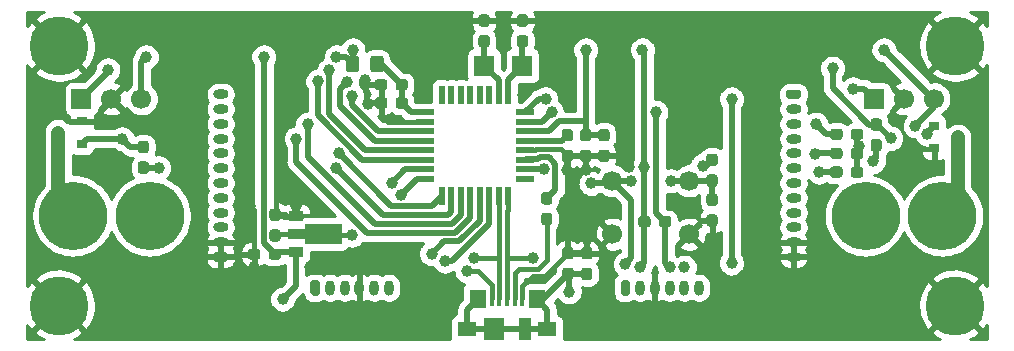
<source format=gtl>
G04 #@! TF.GenerationSoftware,KiCad,Pcbnew,5.99.0-unknown-c7daca1~86~ubuntu18.04.1*
G04 #@! TF.CreationDate,2020-03-26T16:36:09-03:00*
G04 #@! TF.ProjectId,DPL,44504c2e-6b69-4636-9164-5f7063625858,rev?*
G04 #@! TF.SameCoordinates,Original*
G04 #@! TF.FileFunction,Copper,L1,Top*
G04 #@! TF.FilePolarity,Positive*
%FSLAX46Y46*%
G04 Gerber Fmt 4.6, Leading zero omitted, Abs format (unit mm)*
G04 Created by KiCad (PCBNEW 5.99.0-unknown-c7daca1~86~ubuntu18.04.1) date 2020-03-26 16:36:09*
%MOMM*%
%LPD*%
G01*
G04 APERTURE LIST*
G04 #@! TA.AperFunction,ComponentPad*
%ADD10C,5.800000*%
G04 #@! TD*
G04 #@! TA.AperFunction,ComponentPad*
%ADD11C,5.000000*%
G04 #@! TD*
G04 #@! TA.AperFunction,ComponentPad*
%ADD12C,1.700000*%
G04 #@! TD*
G04 #@! TA.AperFunction,ComponentPad*
%ADD13R,1.700000X1.700000*%
G04 #@! TD*
G04 #@! TA.AperFunction,ComponentPad*
%ADD14O,0.800000X1.300000*%
G04 #@! TD*
G04 #@! TA.AperFunction,SMDPad,CuDef*
%ADD15R,1.000000X1.900000*%
G04 #@! TD*
G04 #@! TA.AperFunction,SMDPad,CuDef*
%ADD16R,1.800000X1.900000*%
G04 #@! TD*
G04 #@! TA.AperFunction,SMDPad,CuDef*
%ADD17R,1.650000X1.300000*%
G04 #@! TD*
G04 #@! TA.AperFunction,SMDPad,CuDef*
%ADD18R,1.425000X1.550000*%
G04 #@! TD*
G04 #@! TA.AperFunction,SMDPad,CuDef*
%ADD19R,0.450000X1.380000*%
G04 #@! TD*
G04 #@! TA.AperFunction,SMDPad,CuDef*
%ADD20R,1.750000X1.800000*%
G04 #@! TD*
G04 #@! TA.AperFunction,SMDPad,CuDef*
%ADD21R,1.300000X0.900000*%
G04 #@! TD*
G04 #@! TA.AperFunction,SMDPad,CuDef*
%ADD22R,1.600000X0.550000*%
G04 #@! TD*
G04 #@! TA.AperFunction,SMDPad,CuDef*
%ADD23R,0.550000X1.600000*%
G04 #@! TD*
G04 #@! TA.AperFunction,SMDPad,CuDef*
%ADD24R,0.900000X0.800000*%
G04 #@! TD*
G04 #@! TA.AperFunction,ComponentPad*
%ADD25O,1.300000X0.800000*%
G04 #@! TD*
G04 #@! TA.AperFunction,ViaPad*
%ADD26C,1.000000*%
G04 #@! TD*
G04 #@! TA.AperFunction,ViaPad*
%ADD27C,3.300000*%
G04 #@! TD*
G04 #@! TA.AperFunction,Conductor*
%ADD28C,0.550000*%
G04 #@! TD*
G04 #@! TA.AperFunction,Conductor*
%ADD29C,0.450000*%
G04 #@! TD*
G04 #@! TA.AperFunction,Conductor*
%ADD30C,1.200000*%
G04 #@! TD*
G04 #@! TA.AperFunction,Conductor*
%ADD31C,0.254000*%
G04 #@! TD*
G04 APERTURE END LIST*
D10*
X171600000Y-132900000D03*
X178100000Y-132900000D03*
X111000000Y-132900000D03*
X104500000Y-132900000D03*
D11*
X179200000Y-118500000D03*
X179200000Y-140500000D03*
X103300000Y-140500000D03*
X103300000Y-118500000D03*
D12*
X177390000Y-123000000D03*
X174850000Y-123000000D03*
D13*
X172310000Y-123000000D03*
D12*
X110290000Y-123000000D03*
X107750000Y-123000000D03*
D13*
X105210000Y-123000000D03*
G04 #@! TA.AperFunction,SMDPad,CuDef*
G36*
G01*
X131100000Y-123112500D02*
X131100000Y-123587500D01*
G75*
G02*
X130862500Y-123825000I-237500J0D01*
G01*
X130287500Y-123825000D01*
G75*
G02*
X130050000Y-123587500I0J237500D01*
G01*
X130050000Y-123112500D01*
G75*
G02*
X130287500Y-122875000I237500J0D01*
G01*
X130862500Y-122875000D01*
G75*
G02*
X131100000Y-123112500I0J-237500D01*
G01*
G37*
G04 #@! TD.AperFunction*
G04 #@! TA.AperFunction,SMDPad,CuDef*
G36*
G01*
X132850000Y-123112500D02*
X132850000Y-123587500D01*
G75*
G02*
X132612500Y-123825000I-237500J0D01*
G01*
X132037500Y-123825000D01*
G75*
G02*
X131800000Y-123587500I0J237500D01*
G01*
X131800000Y-123112500D01*
G75*
G02*
X132037500Y-122875000I237500J0D01*
G01*
X132612500Y-122875000D01*
G75*
G02*
X132850000Y-123112500I0J-237500D01*
G01*
G37*
G04 #@! TD.AperFunction*
D14*
X157500000Y-139000000D03*
X156250000Y-139000000D03*
X155000000Y-139000000D03*
X153750000Y-139000000D03*
X152500000Y-139000000D03*
G04 #@! TA.AperFunction,ComponentPad*
G36*
G01*
X150850000Y-139450000D02*
X150850000Y-138550000D01*
G75*
G02*
X151050000Y-138350000I200000J0D01*
G01*
X151450000Y-138350000D01*
G75*
G02*
X151650000Y-138550000I0J-200000D01*
G01*
X151650000Y-139450000D01*
G75*
G02*
X151450000Y-139650000I-200000J0D01*
G01*
X151050000Y-139650000D01*
G75*
G02*
X150850000Y-139450000I0J200000D01*
G01*
G37*
G04 #@! TD.AperFunction*
X131250000Y-139000000D03*
X130000000Y-139000000D03*
X128750000Y-139000000D03*
X127500000Y-139000000D03*
X126250000Y-139000000D03*
G04 #@! TA.AperFunction,ComponentPad*
G36*
G01*
X124600000Y-139450000D02*
X124600000Y-138550000D01*
G75*
G02*
X124800000Y-138350000I200000J0D01*
G01*
X125200000Y-138350000D01*
G75*
G02*
X125400000Y-138550000I0J-200000D01*
G01*
X125400000Y-139450000D01*
G75*
G02*
X125200000Y-139650000I-200000J0D01*
G01*
X124800000Y-139650000D01*
G75*
G02*
X124600000Y-139450000I0J200000D01*
G01*
G37*
G04 #@! TD.AperFunction*
D15*
X142800000Y-142525000D03*
D16*
X140100000Y-142525000D03*
D17*
X144625000Y-142525000D03*
X137875000Y-142525000D03*
D18*
X143737500Y-139950000D03*
X138762500Y-139950000D03*
D19*
X142550000Y-139865000D03*
X141900000Y-139865000D03*
X141250000Y-139865000D03*
X140600000Y-139865000D03*
X139950000Y-139865000D03*
D20*
X139300000Y-120200000D03*
X142550000Y-120200000D03*
G04 #@! TA.AperFunction,SMDPad,CuDef*
G36*
X127300000Y-135316500D02*
G01*
X124175000Y-135316500D01*
X124175000Y-134900000D01*
X122700000Y-134900000D01*
X122700000Y-134000000D01*
X124175000Y-134000000D01*
X124175000Y-133583500D01*
X127300000Y-133583500D01*
X127300000Y-135316500D01*
G37*
G04 #@! TD.AperFunction*
D21*
X123350000Y-135950000D03*
X123350000Y-132950000D03*
D22*
X142775000Y-124150000D03*
X142775000Y-124950000D03*
X142775000Y-125750000D03*
X142775000Y-126550000D03*
X142775000Y-127350000D03*
X142775000Y-128150000D03*
X142775000Y-128950000D03*
X142775000Y-129750000D03*
D23*
X141325000Y-131200000D03*
X140525000Y-131200000D03*
X139725000Y-131200000D03*
X138925000Y-131200000D03*
X138125000Y-131200000D03*
X137325000Y-131200000D03*
X136525000Y-131200000D03*
X135725000Y-131200000D03*
D22*
X134275000Y-129750000D03*
X134275000Y-128950000D03*
X134275000Y-128150000D03*
X134275000Y-127350000D03*
X134275000Y-126550000D03*
X134275000Y-125750000D03*
X134275000Y-124950000D03*
X134275000Y-124150000D03*
D23*
X135725000Y-122700000D03*
X136525000Y-122700000D03*
X137325000Y-122700000D03*
X138125000Y-122700000D03*
X138925000Y-122700000D03*
X139725000Y-122700000D03*
X140525000Y-122700000D03*
X141325000Y-122700000D03*
D12*
X156650000Y-129950000D03*
X150150000Y-129950000D03*
X156650000Y-134450000D03*
X150150000Y-134450000D03*
G04 #@! TA.AperFunction,SMDPad,CuDef*
G36*
G01*
X170350000Y-126237500D02*
X170350000Y-125762500D01*
G75*
G02*
X170587500Y-125525000I237500J0D01*
G01*
X171162500Y-125525000D01*
G75*
G02*
X171400000Y-125762500I0J-237500D01*
G01*
X171400000Y-126237500D01*
G75*
G02*
X171162500Y-126475000I-237500J0D01*
G01*
X170587500Y-126475000D01*
G75*
G02*
X170350000Y-126237500I0J237500D01*
G01*
G37*
G04 #@! TD.AperFunction*
G04 #@! TA.AperFunction,SMDPad,CuDef*
G36*
G01*
X168600000Y-126237500D02*
X168600000Y-125762500D01*
G75*
G02*
X168837500Y-125525000I237500J0D01*
G01*
X169412500Y-125525000D01*
G75*
G02*
X169650000Y-125762500I0J-237500D01*
G01*
X169650000Y-126237500D01*
G75*
G02*
X169412500Y-126475000I-237500J0D01*
G01*
X168837500Y-126475000D01*
G75*
G02*
X168600000Y-126237500I0J237500D01*
G01*
G37*
G04 #@! TD.AperFunction*
G04 #@! TA.AperFunction,SMDPad,CuDef*
G36*
G01*
X170350000Y-127862500D02*
X170350000Y-127387500D01*
G75*
G02*
X170587500Y-127150000I237500J0D01*
G01*
X171162500Y-127150000D01*
G75*
G02*
X171400000Y-127387500I0J-237500D01*
G01*
X171400000Y-127862500D01*
G75*
G02*
X171162500Y-128100000I-237500J0D01*
G01*
X170587500Y-128100000D01*
G75*
G02*
X170350000Y-127862500I0J237500D01*
G01*
G37*
G04 #@! TD.AperFunction*
G04 #@! TA.AperFunction,SMDPad,CuDef*
G36*
G01*
X168600000Y-127862500D02*
X168600000Y-127387500D01*
G75*
G02*
X168837500Y-127150000I237500J0D01*
G01*
X169412500Y-127150000D01*
G75*
G02*
X169650000Y-127387500I0J-237500D01*
G01*
X169650000Y-127862500D01*
G75*
G02*
X169412500Y-128100000I-237500J0D01*
G01*
X168837500Y-128100000D01*
G75*
G02*
X168600000Y-127862500I0J237500D01*
G01*
G37*
G04 #@! TD.AperFunction*
G04 #@! TA.AperFunction,SMDPad,CuDef*
G36*
G01*
X170350000Y-129437500D02*
X170350000Y-128962500D01*
G75*
G02*
X170587500Y-128725000I237500J0D01*
G01*
X171162500Y-128725000D01*
G75*
G02*
X171400000Y-128962500I0J-237500D01*
G01*
X171400000Y-129437500D01*
G75*
G02*
X171162500Y-129675000I-237500J0D01*
G01*
X170587500Y-129675000D01*
G75*
G02*
X170350000Y-129437500I0J237500D01*
G01*
G37*
G04 #@! TD.AperFunction*
G04 #@! TA.AperFunction,SMDPad,CuDef*
G36*
G01*
X168600000Y-129437500D02*
X168600000Y-128962500D01*
G75*
G02*
X168837500Y-128725000I237500J0D01*
G01*
X169412500Y-128725000D01*
G75*
G02*
X169650000Y-128962500I0J-237500D01*
G01*
X169650000Y-129437500D01*
G75*
G02*
X169412500Y-129675000I-237500J0D01*
G01*
X168837500Y-129675000D01*
G75*
G02*
X168600000Y-129437500I0J237500D01*
G01*
G37*
G04 #@! TD.AperFunction*
G04 #@! TA.AperFunction,SMDPad,CuDef*
G36*
G01*
X110212500Y-128300000D02*
X110687500Y-128300000D01*
G75*
G02*
X110925000Y-128537500I0J-237500D01*
G01*
X110925000Y-129112500D01*
G75*
G02*
X110687500Y-129350000I-237500J0D01*
G01*
X110212500Y-129350000D01*
G75*
G02*
X109975000Y-129112500I0J237500D01*
G01*
X109975000Y-128537500D01*
G75*
G02*
X110212500Y-128300000I237500J0D01*
G01*
G37*
G04 #@! TD.AperFunction*
G04 #@! TA.AperFunction,SMDPad,CuDef*
G36*
G01*
X110212500Y-126550000D02*
X110687500Y-126550000D01*
G75*
G02*
X110925000Y-126787500I0J-237500D01*
G01*
X110925000Y-127362500D01*
G75*
G02*
X110687500Y-127600000I-237500J0D01*
G01*
X110212500Y-127600000D01*
G75*
G02*
X109975000Y-127362500I0J237500D01*
G01*
X109975000Y-126787500D01*
G75*
G02*
X110212500Y-126550000I237500J0D01*
G01*
G37*
G04 #@! TD.AperFunction*
G04 #@! TA.AperFunction,SMDPad,CuDef*
G36*
G01*
X172262500Y-126400000D02*
X172737500Y-126400000D01*
G75*
G02*
X172975000Y-126637500I0J-237500D01*
G01*
X172975000Y-127212500D01*
G75*
G02*
X172737500Y-127450000I-237500J0D01*
G01*
X172262500Y-127450000D01*
G75*
G02*
X172025000Y-127212500I0J237500D01*
G01*
X172025000Y-126637500D01*
G75*
G02*
X172262500Y-126400000I237500J0D01*
G01*
G37*
G04 #@! TD.AperFunction*
G04 #@! TA.AperFunction,SMDPad,CuDef*
G36*
G01*
X172262500Y-124650000D02*
X172737500Y-124650000D01*
G75*
G02*
X172975000Y-124887500I0J-237500D01*
G01*
X172975000Y-125462500D01*
G75*
G02*
X172737500Y-125700000I-237500J0D01*
G01*
X172262500Y-125700000D01*
G75*
G02*
X172025000Y-125462500I0J237500D01*
G01*
X172025000Y-124887500D01*
G75*
G02*
X172262500Y-124650000I237500J0D01*
G01*
G37*
G04 #@! TD.AperFunction*
G04 #@! TA.AperFunction,SMDPad,CuDef*
G36*
G01*
X144362500Y-132650000D02*
X144837500Y-132650000D01*
G75*
G02*
X145075000Y-132887500I0J-237500D01*
G01*
X145075000Y-133462500D01*
G75*
G02*
X144837500Y-133700000I-237500J0D01*
G01*
X144362500Y-133700000D01*
G75*
G02*
X144125000Y-133462500I0J237500D01*
G01*
X144125000Y-132887500D01*
G75*
G02*
X144362500Y-132650000I237500J0D01*
G01*
G37*
G04 #@! TD.AperFunction*
G04 #@! TA.AperFunction,SMDPad,CuDef*
G36*
G01*
X144362500Y-130900000D02*
X144837500Y-130900000D01*
G75*
G02*
X145075000Y-131137500I0J-237500D01*
G01*
X145075000Y-131712500D01*
G75*
G02*
X144837500Y-131950000I-237500J0D01*
G01*
X144362500Y-131950000D01*
G75*
G02*
X144125000Y-131712500I0J237500D01*
G01*
X144125000Y-131137500D01*
G75*
G02*
X144362500Y-130900000I237500J0D01*
G01*
G37*
G04 #@! TD.AperFunction*
G04 #@! TA.AperFunction,SMDPad,CuDef*
G36*
G01*
X148237500Y-136600000D02*
X147762500Y-136600000D01*
G75*
G02*
X147525000Y-136362500I0J237500D01*
G01*
X147525000Y-135787500D01*
G75*
G02*
X147762500Y-135550000I237500J0D01*
G01*
X148237500Y-135550000D01*
G75*
G02*
X148475000Y-135787500I0J-237500D01*
G01*
X148475000Y-136362500D01*
G75*
G02*
X148237500Y-136600000I-237500J0D01*
G01*
G37*
G04 #@! TD.AperFunction*
G04 #@! TA.AperFunction,SMDPad,CuDef*
G36*
G01*
X148237500Y-138350000D02*
X147762500Y-138350000D01*
G75*
G02*
X147525000Y-138112500I0J237500D01*
G01*
X147525000Y-137537500D01*
G75*
G02*
X147762500Y-137300000I237500J0D01*
G01*
X148237500Y-137300000D01*
G75*
G02*
X148475000Y-137537500I0J-237500D01*
G01*
X148475000Y-138112500D01*
G75*
G02*
X148237500Y-138350000I-237500J0D01*
G01*
G37*
G04 #@! TD.AperFunction*
G04 #@! TA.AperFunction,SMDPad,CuDef*
G36*
G01*
X158362500Y-129400000D02*
X158837500Y-129400000D01*
G75*
G02*
X159075000Y-129637500I0J-237500D01*
G01*
X159075000Y-130212500D01*
G75*
G02*
X158837500Y-130450000I-237500J0D01*
G01*
X158362500Y-130450000D01*
G75*
G02*
X158125000Y-130212500I0J237500D01*
G01*
X158125000Y-129637500D01*
G75*
G02*
X158362500Y-129400000I237500J0D01*
G01*
G37*
G04 #@! TD.AperFunction*
G04 #@! TA.AperFunction,SMDPad,CuDef*
G36*
G01*
X158362500Y-127650000D02*
X158837500Y-127650000D01*
G75*
G02*
X159075000Y-127887500I0J-237500D01*
G01*
X159075000Y-128462500D01*
G75*
G02*
X158837500Y-128700000I-237500J0D01*
G01*
X158362500Y-128700000D01*
G75*
G02*
X158125000Y-128462500I0J237500D01*
G01*
X158125000Y-127887500D01*
G75*
G02*
X158362500Y-127650000I237500J0D01*
G01*
G37*
G04 #@! TD.AperFunction*
G04 #@! TA.AperFunction,SMDPad,CuDef*
G36*
G01*
X154100000Y-133637500D02*
X154100000Y-133162500D01*
G75*
G02*
X154337500Y-132925000I237500J0D01*
G01*
X154912500Y-132925000D01*
G75*
G02*
X155150000Y-133162500I0J-237500D01*
G01*
X155150000Y-133637500D01*
G75*
G02*
X154912500Y-133875000I-237500J0D01*
G01*
X154337500Y-133875000D01*
G75*
G02*
X154100000Y-133637500I0J237500D01*
G01*
G37*
G04 #@! TD.AperFunction*
G04 #@! TA.AperFunction,SMDPad,CuDef*
G36*
G01*
X152350000Y-133637500D02*
X152350000Y-133162500D01*
G75*
G02*
X152587500Y-132925000I237500J0D01*
G01*
X153162500Y-132925000D01*
G75*
G02*
X153400000Y-133162500I0J-237500D01*
G01*
X153400000Y-133637500D01*
G75*
G02*
X153162500Y-133875000I-237500J0D01*
G01*
X152587500Y-133875000D01*
G75*
G02*
X152350000Y-133637500I0J237500D01*
G01*
G37*
G04 #@! TD.AperFunction*
D24*
X103250000Y-125850000D03*
X105250000Y-124900000D03*
X105250000Y-126800000D03*
X179400000Y-126250000D03*
X177400000Y-127200000D03*
X177400000Y-125300000D03*
G04 #@! TA.AperFunction,SMDPad,CuDef*
G36*
G01*
X128750000Y-119599999D02*
X128750000Y-120500001D01*
G75*
G02*
X128500001Y-120750000I-249999J0D01*
G01*
X127849999Y-120750000D01*
G75*
G02*
X127600000Y-120500001I0J249999D01*
G01*
X127600000Y-119599999D01*
G75*
G02*
X127849999Y-119350000I249999J0D01*
G01*
X128500001Y-119350000D01*
G75*
G02*
X128750000Y-119599999I0J-249999D01*
G01*
G37*
G04 #@! TD.AperFunction*
G04 #@! TA.AperFunction,SMDPad,CuDef*
G36*
G01*
X130800000Y-119599999D02*
X130800000Y-120500001D01*
G75*
G02*
X130550001Y-120750000I-249999J0D01*
G01*
X129899999Y-120750000D01*
G75*
G02*
X129650000Y-120500001I0J249999D01*
G01*
X129650000Y-119599999D01*
G75*
G02*
X129899999Y-119350000I249999J0D01*
G01*
X130550001Y-119350000D01*
G75*
G02*
X130800000Y-119599999I0J-249999D01*
G01*
G37*
G04 #@! TD.AperFunction*
D25*
X165500000Y-136375000D03*
X165500000Y-135125000D03*
X165500000Y-133875000D03*
X165500000Y-132625000D03*
X165500000Y-131375000D03*
X165500000Y-130125000D03*
X165500000Y-128875000D03*
X165500000Y-127625000D03*
X165500000Y-126375000D03*
X165500000Y-125125000D03*
X165500000Y-123875000D03*
G04 #@! TA.AperFunction,ComponentPad*
G36*
G01*
X165050000Y-122225000D02*
X165950000Y-122225000D01*
G75*
G02*
X166150000Y-122425000I0J-200000D01*
G01*
X166150000Y-122825000D01*
G75*
G02*
X165950000Y-123025000I-200000J0D01*
G01*
X165050000Y-123025000D01*
G75*
G02*
X164850000Y-122825000I0J200000D01*
G01*
X164850000Y-122425000D01*
G75*
G02*
X165050000Y-122225000I200000J0D01*
G01*
G37*
G04 #@! TD.AperFunction*
X117000000Y-122625000D03*
X117000000Y-123875000D03*
X117000000Y-125125000D03*
X117000000Y-126375000D03*
X117000000Y-127625000D03*
X117000000Y-128875000D03*
X117000000Y-130125000D03*
X117000000Y-131375000D03*
X117000000Y-132625000D03*
X117000000Y-133875000D03*
X117000000Y-135125000D03*
G04 #@! TA.AperFunction,ComponentPad*
G36*
G01*
X117450000Y-136775000D02*
X116550000Y-136775000D01*
G75*
G02*
X116350000Y-136575000I0J200000D01*
G01*
X116350000Y-136175000D01*
G75*
G02*
X116550000Y-135975000I200000J0D01*
G01*
X117450000Y-135975000D01*
G75*
G02*
X117650000Y-136175000I0J-200000D01*
G01*
X117650000Y-136575000D01*
G75*
G02*
X117450000Y-136775000I-200000J0D01*
G01*
G37*
G04 #@! TD.AperFunction*
G04 #@! TA.AperFunction,SMDPad,CuDef*
G36*
G01*
X120350000Y-135912500D02*
X120350000Y-136387500D01*
G75*
G02*
X120112500Y-136625000I-237500J0D01*
G01*
X119537500Y-136625000D01*
G75*
G02*
X119300000Y-136387500I0J237500D01*
G01*
X119300000Y-135912500D01*
G75*
G02*
X119537500Y-135675000I237500J0D01*
G01*
X120112500Y-135675000D01*
G75*
G02*
X120350000Y-135912500I0J-237500D01*
G01*
G37*
G04 #@! TD.AperFunction*
G04 #@! TA.AperFunction,SMDPad,CuDef*
G36*
G01*
X122100000Y-135912500D02*
X122100000Y-136387500D01*
G75*
G02*
X121862500Y-136625000I-237500J0D01*
G01*
X121287500Y-136625000D01*
G75*
G02*
X121050000Y-136387500I0J237500D01*
G01*
X121050000Y-135912500D01*
G75*
G02*
X121287500Y-135675000I237500J0D01*
G01*
X121862500Y-135675000D01*
G75*
G02*
X122100000Y-135912500I0J-237500D01*
G01*
G37*
G04 #@! TD.AperFunction*
G04 #@! TA.AperFunction,SMDPad,CuDef*
G36*
G01*
X121837500Y-133350000D02*
X121362500Y-133350000D01*
G75*
G02*
X121125000Y-133112500I0J237500D01*
G01*
X121125000Y-132537500D01*
G75*
G02*
X121362500Y-132300000I237500J0D01*
G01*
X121837500Y-132300000D01*
G75*
G02*
X122075000Y-132537500I0J-237500D01*
G01*
X122075000Y-133112500D01*
G75*
G02*
X121837500Y-133350000I-237500J0D01*
G01*
G37*
G04 #@! TD.AperFunction*
G04 #@! TA.AperFunction,SMDPad,CuDef*
G36*
G01*
X121837500Y-135100000D02*
X121362500Y-135100000D01*
G75*
G02*
X121125000Y-134862500I0J237500D01*
G01*
X121125000Y-134287500D01*
G75*
G02*
X121362500Y-134050000I237500J0D01*
G01*
X121837500Y-134050000D01*
G75*
G02*
X122075000Y-134287500I0J-237500D01*
G01*
X122075000Y-134862500D01*
G75*
G02*
X121837500Y-135100000I-237500J0D01*
G01*
G37*
G04 #@! TD.AperFunction*
G04 #@! TA.AperFunction,SMDPad,CuDef*
G36*
G01*
X139537500Y-116900000D02*
X139062500Y-116900000D01*
G75*
G02*
X138825000Y-116662500I0J237500D01*
G01*
X138825000Y-116087500D01*
G75*
G02*
X139062500Y-115850000I237500J0D01*
G01*
X139537500Y-115850000D01*
G75*
G02*
X139775000Y-116087500I0J-237500D01*
G01*
X139775000Y-116662500D01*
G75*
G02*
X139537500Y-116900000I-237500J0D01*
G01*
G37*
G04 #@! TD.AperFunction*
G04 #@! TA.AperFunction,SMDPad,CuDef*
G36*
G01*
X139537500Y-118650000D02*
X139062500Y-118650000D01*
G75*
G02*
X138825000Y-118412500I0J237500D01*
G01*
X138825000Y-117837500D01*
G75*
G02*
X139062500Y-117600000I237500J0D01*
G01*
X139537500Y-117600000D01*
G75*
G02*
X139775000Y-117837500I0J-237500D01*
G01*
X139775000Y-118412500D01*
G75*
G02*
X139537500Y-118650000I-237500J0D01*
G01*
G37*
G04 #@! TD.AperFunction*
G04 #@! TA.AperFunction,SMDPad,CuDef*
G36*
G01*
X142787500Y-116900000D02*
X142312500Y-116900000D01*
G75*
G02*
X142075000Y-116662500I0J237500D01*
G01*
X142075000Y-116087500D01*
G75*
G02*
X142312500Y-115850000I237500J0D01*
G01*
X142787500Y-115850000D01*
G75*
G02*
X143025000Y-116087500I0J-237500D01*
G01*
X143025000Y-116662500D01*
G75*
G02*
X142787500Y-116900000I-237500J0D01*
G01*
G37*
G04 #@! TD.AperFunction*
G04 #@! TA.AperFunction,SMDPad,CuDef*
G36*
G01*
X142787500Y-118650000D02*
X142312500Y-118650000D01*
G75*
G02*
X142075000Y-118412500I0J237500D01*
G01*
X142075000Y-117837500D01*
G75*
G02*
X142312500Y-117600000I237500J0D01*
G01*
X142787500Y-117600000D01*
G75*
G02*
X143025000Y-117837500I0J-237500D01*
G01*
X143025000Y-118412500D01*
G75*
G02*
X142787500Y-118650000I-237500J0D01*
G01*
G37*
G04 #@! TD.AperFunction*
G04 #@! TA.AperFunction,SMDPad,CuDef*
G36*
G01*
X147662500Y-127300000D02*
X148137500Y-127300000D01*
G75*
G02*
X148375000Y-127537500I0J-237500D01*
G01*
X148375000Y-128112500D01*
G75*
G02*
X148137500Y-128350000I-237500J0D01*
G01*
X147662500Y-128350000D01*
G75*
G02*
X147425000Y-128112500I0J237500D01*
G01*
X147425000Y-127537500D01*
G75*
G02*
X147662500Y-127300000I237500J0D01*
G01*
G37*
G04 #@! TD.AperFunction*
G04 #@! TA.AperFunction,SMDPad,CuDef*
G36*
G01*
X147662500Y-125550000D02*
X148137500Y-125550000D01*
G75*
G02*
X148375000Y-125787500I0J-237500D01*
G01*
X148375000Y-126362500D01*
G75*
G02*
X148137500Y-126600000I-237500J0D01*
G01*
X147662500Y-126600000D01*
G75*
G02*
X147425000Y-126362500I0J237500D01*
G01*
X147425000Y-125787500D01*
G75*
G02*
X147662500Y-125550000I237500J0D01*
G01*
G37*
G04 #@! TD.AperFunction*
G04 #@! TA.AperFunction,SMDPad,CuDef*
G36*
G01*
X149212500Y-127300000D02*
X149687500Y-127300000D01*
G75*
G02*
X149925000Y-127537500I0J-237500D01*
G01*
X149925000Y-128112500D01*
G75*
G02*
X149687500Y-128350000I-237500J0D01*
G01*
X149212500Y-128350000D01*
G75*
G02*
X148975000Y-128112500I0J237500D01*
G01*
X148975000Y-127537500D01*
G75*
G02*
X149212500Y-127300000I237500J0D01*
G01*
G37*
G04 #@! TD.AperFunction*
G04 #@! TA.AperFunction,SMDPad,CuDef*
G36*
G01*
X149212500Y-125550000D02*
X149687500Y-125550000D01*
G75*
G02*
X149925000Y-125787500I0J-237500D01*
G01*
X149925000Y-126362500D01*
G75*
G02*
X149687500Y-126600000I-237500J0D01*
G01*
X149212500Y-126600000D01*
G75*
G02*
X148975000Y-126362500I0J237500D01*
G01*
X148975000Y-125787500D01*
G75*
G02*
X149212500Y-125550000I237500J0D01*
G01*
G37*
G04 #@! TD.AperFunction*
G04 #@! TA.AperFunction,SMDPad,CuDef*
G36*
G01*
X131100000Y-121562500D02*
X131100000Y-122037500D01*
G75*
G02*
X130862500Y-122275000I-237500J0D01*
G01*
X130287500Y-122275000D01*
G75*
G02*
X130050000Y-122037500I0J237500D01*
G01*
X130050000Y-121562500D01*
G75*
G02*
X130287500Y-121325000I237500J0D01*
G01*
X130862500Y-121325000D01*
G75*
G02*
X131100000Y-121562500I0J-237500D01*
G01*
G37*
G04 #@! TD.AperFunction*
G04 #@! TA.AperFunction,SMDPad,CuDef*
G36*
G01*
X132850000Y-121562500D02*
X132850000Y-122037500D01*
G75*
G02*
X132612500Y-122275000I-237500J0D01*
G01*
X132037500Y-122275000D01*
G75*
G02*
X131800000Y-122037500I0J237500D01*
G01*
X131800000Y-121562500D01*
G75*
G02*
X132037500Y-121325000I237500J0D01*
G01*
X132612500Y-121325000D01*
G75*
G02*
X132850000Y-121562500I0J-237500D01*
G01*
G37*
G04 #@! TD.AperFunction*
G04 #@! TA.AperFunction,SMDPad,CuDef*
G36*
G01*
X158362500Y-132775000D02*
X158837500Y-132775000D01*
G75*
G02*
X159075000Y-133012500I0J-237500D01*
G01*
X159075000Y-133587500D01*
G75*
G02*
X158837500Y-133825000I-237500J0D01*
G01*
X158362500Y-133825000D01*
G75*
G02*
X158125000Y-133587500I0J237500D01*
G01*
X158125000Y-133012500D01*
G75*
G02*
X158362500Y-132775000I237500J0D01*
G01*
G37*
G04 #@! TD.AperFunction*
G04 #@! TA.AperFunction,SMDPad,CuDef*
G36*
G01*
X158362500Y-131025000D02*
X158837500Y-131025000D01*
G75*
G02*
X159075000Y-131262500I0J-237500D01*
G01*
X159075000Y-131837500D01*
G75*
G02*
X158837500Y-132075000I-237500J0D01*
G01*
X158362500Y-132075000D01*
G75*
G02*
X158125000Y-131837500I0J237500D01*
G01*
X158125000Y-131262500D01*
G75*
G02*
X158362500Y-131025000I237500J0D01*
G01*
G37*
G04 #@! TD.AperFunction*
G04 #@! TA.AperFunction,SMDPad,CuDef*
G36*
G01*
X146637500Y-136600000D02*
X146162500Y-136600000D01*
G75*
G02*
X145925000Y-136362500I0J237500D01*
G01*
X145925000Y-135787500D01*
G75*
G02*
X146162500Y-135550000I237500J0D01*
G01*
X146637500Y-135550000D01*
G75*
G02*
X146875000Y-135787500I0J-237500D01*
G01*
X146875000Y-136362500D01*
G75*
G02*
X146637500Y-136600000I-237500J0D01*
G01*
G37*
G04 #@! TD.AperFunction*
G04 #@! TA.AperFunction,SMDPad,CuDef*
G36*
G01*
X146637500Y-138350000D02*
X146162500Y-138350000D01*
G75*
G02*
X145925000Y-138112500I0J237500D01*
G01*
X145925000Y-137537500D01*
G75*
G02*
X146162500Y-137300000I237500J0D01*
G01*
X146637500Y-137300000D01*
G75*
G02*
X146875000Y-137537500I0J-237500D01*
G01*
X146875000Y-138112500D01*
G75*
G02*
X146637500Y-138350000I-237500J0D01*
G01*
G37*
G04 #@! TD.AperFunction*
G04 #@! TA.AperFunction,SMDPad,CuDef*
G36*
G01*
X146112500Y-127300000D02*
X146587500Y-127300000D01*
G75*
G02*
X146825000Y-127537500I0J-237500D01*
G01*
X146825000Y-128112500D01*
G75*
G02*
X146587500Y-128350000I-237500J0D01*
G01*
X146112500Y-128350000D01*
G75*
G02*
X145875000Y-128112500I0J237500D01*
G01*
X145875000Y-127537500D01*
G75*
G02*
X146112500Y-127300000I237500J0D01*
G01*
G37*
G04 #@! TD.AperFunction*
G04 #@! TA.AperFunction,SMDPad,CuDef*
G36*
G01*
X146112500Y-125550000D02*
X146587500Y-125550000D01*
G75*
G02*
X146825000Y-125787500I0J-237500D01*
G01*
X146825000Y-126362500D01*
G75*
G02*
X146587500Y-126600000I-237500J0D01*
G01*
X146112500Y-126600000D01*
G75*
G02*
X145875000Y-126362500I0J237500D01*
G01*
X145875000Y-125787500D01*
G75*
G02*
X146112500Y-125550000I237500J0D01*
G01*
G37*
G04 #@! TD.AperFunction*
D26*
X142600000Y-122700000D03*
X120300000Y-139250000D03*
X162400000Y-124062500D03*
X157750000Y-124062500D03*
X122250000Y-139950000D03*
X176800000Y-126000000D03*
X172250000Y-128300000D03*
X173738361Y-126346899D03*
X171050000Y-126950000D03*
X167400000Y-125150000D03*
X167650000Y-129200000D03*
X167350000Y-127650000D03*
X107450000Y-120550000D03*
X173150000Y-118850000D03*
X171200000Y-139900000D03*
X161850000Y-117500000D03*
X151550000Y-128750000D03*
X150200000Y-117500000D03*
X152700000Y-118850000D03*
X129200000Y-117600000D03*
X147900000Y-118850000D03*
X128200000Y-118850000D03*
X168800000Y-120400000D03*
X146400000Y-133900000D03*
X160250000Y-123000000D03*
X160250000Y-136900000D03*
X162150000Y-134850000D03*
X158600000Y-134850000D03*
X153850000Y-124150000D03*
X157800000Y-128650000D03*
X152850000Y-128750000D03*
X155150000Y-129950000D03*
X151750000Y-129950000D03*
X148345669Y-130164174D03*
X181250000Y-129000000D03*
X177400000Y-129000000D03*
X175800000Y-125300000D03*
X168700000Y-123850000D03*
X108649999Y-126374999D03*
X134150000Y-122550000D03*
X134000000Y-117600000D03*
X123650000Y-123700000D03*
X112950000Y-141850000D03*
X134900000Y-139200000D03*
X144500000Y-117500000D03*
X120550000Y-117700000D03*
X112800000Y-117700000D03*
X113000000Y-125200000D03*
X102400000Y-123350000D03*
X151250000Y-137000000D03*
X152500000Y-137250000D03*
X155000000Y-137250000D03*
X156250000Y-137250000D03*
X124550000Y-137200000D03*
D27*
X107750000Y-129000000D03*
X107750000Y-136800000D03*
X174850000Y-136800000D03*
X174850000Y-129000000D03*
D26*
X140900000Y-117500000D03*
X141000000Y-116350000D03*
X147900000Y-129050000D03*
X146350000Y-129050000D03*
X138450000Y-136450000D03*
X143450000Y-136450000D03*
X148000000Y-134850000D03*
X146500000Y-139350000D03*
X128150000Y-134550000D03*
X136000000Y-136750000D03*
X134850000Y-136100000D03*
X144350000Y-128950000D03*
X132274999Y-131100000D03*
X131475000Y-130099999D03*
X137850000Y-137600000D03*
X128100000Y-122750000D03*
X127700000Y-121550000D03*
X126200000Y-120550000D03*
X125225000Y-121525000D03*
X126975000Y-127625000D03*
X126775000Y-128875000D03*
X124375000Y-125125000D03*
X123400000Y-126375000D03*
X110700000Y-119450000D03*
X126800000Y-119450000D03*
X108500000Y-119300000D03*
X129200000Y-121400000D03*
X129442929Y-123449999D03*
X170550000Y-122150000D03*
X145015478Y-124150000D03*
X144500000Y-123000000D03*
X119800000Y-137250000D03*
X123350000Y-132100000D03*
X119500000Y-132100000D03*
X111750000Y-128825000D03*
X120649990Y-119450000D03*
X119000000Y-123700000D03*
X161050000Y-139250000D03*
D28*
X177390000Y-123000000D02*
X177390000Y-123710000D01*
X177390000Y-123710000D02*
X175800000Y-125300000D01*
D29*
X130575000Y-123350000D02*
X130575000Y-124325000D01*
X130575000Y-124325000D02*
X131200000Y-124950000D01*
X131200000Y-124950000D02*
X132175000Y-124950000D01*
X148650000Y-134850000D02*
X149450000Y-135650000D01*
X149325000Y-136075000D02*
X148000000Y-136075000D01*
X149450000Y-135650000D02*
X149450000Y-135950000D01*
X149450000Y-135950000D02*
X149325000Y-136075000D01*
X148000000Y-134850000D02*
X148650000Y-134850000D01*
D28*
X169125000Y-126000000D02*
X168250000Y-126000000D01*
X168250000Y-126000000D02*
X167400000Y-125150000D01*
X123350000Y-138850000D02*
X122250000Y-139950000D01*
X123350000Y-135950000D02*
X123350000Y-138850000D01*
D29*
X123350000Y-132950000D02*
X123350000Y-132100000D01*
D28*
X176800000Y-126000000D02*
X176800000Y-125900000D01*
X176800000Y-125900000D02*
X177400000Y-125300000D01*
X172500000Y-126925000D02*
X172500000Y-128050000D01*
X172500000Y-128050000D02*
X172250000Y-128300000D01*
X172500000Y-125175000D02*
X172566462Y-125175000D01*
X172566462Y-125175000D02*
X173738361Y-126346899D01*
X168800000Y-120400000D02*
X168800000Y-122045002D01*
X171929998Y-125175000D02*
X172500000Y-125175000D01*
X168800000Y-122045002D02*
X171929998Y-125175000D01*
X170875000Y-126000000D02*
X170875000Y-126775000D01*
X170875000Y-126775000D02*
X171050000Y-126950000D01*
X170875000Y-127625000D02*
X170875000Y-127125000D01*
X170875000Y-127125000D02*
X171050000Y-126950000D01*
X170875000Y-129200000D02*
X170875000Y-127625000D01*
X167650000Y-129200000D02*
X169125000Y-129200000D01*
X169125000Y-127625000D02*
X167375000Y-127625000D01*
X167375000Y-127625000D02*
X167350000Y-127650000D01*
X107450000Y-120550000D02*
X107450000Y-120760000D01*
X107450000Y-120760000D02*
X105210000Y-123000000D01*
X173150000Y-118850000D02*
X177300000Y-123000000D01*
X177300000Y-123000000D02*
X177390000Y-123000000D01*
D29*
X165500000Y-136375000D02*
X167675000Y-136375000D01*
X167675000Y-136375000D02*
X171200000Y-139900000D01*
X149450000Y-127825000D02*
X150625000Y-127825000D01*
X150625000Y-127825000D02*
X151550000Y-128750000D01*
D28*
X152850000Y-128750000D02*
X152850000Y-119000000D01*
X152850000Y-119000000D02*
X152700000Y-118850000D01*
X147900000Y-124900000D02*
X147900000Y-118850000D01*
X128175000Y-120050000D02*
X128175000Y-118875000D01*
X128175000Y-118875000D02*
X128200000Y-118850000D01*
D29*
X146400000Y-136075000D02*
X146400000Y-133900000D01*
D28*
X160250000Y-123000000D02*
X160250000Y-136900000D01*
D29*
X158600000Y-133300000D02*
X158600000Y-134850000D01*
D28*
X153850000Y-124150000D02*
X153850000Y-132625000D01*
X153850000Y-132625000D02*
X154625000Y-133400000D01*
X152875000Y-128775000D02*
X152850000Y-128750000D01*
X152875000Y-133400000D02*
X152875000Y-128775000D01*
X157800000Y-128650000D02*
X158125000Y-128650000D01*
X158125000Y-128650000D02*
X158600000Y-128175000D01*
X158600000Y-129925000D02*
X156675000Y-129925000D01*
X156675000Y-129925000D02*
X156650000Y-129950000D01*
X158600000Y-129925000D02*
X158600000Y-131550000D01*
X150150000Y-129950000D02*
X151750000Y-129950000D01*
X155150000Y-129950000D02*
X156650000Y-129950000D01*
X158575000Y-128150000D02*
X158600000Y-128175000D01*
X156275000Y-129950000D02*
X156650000Y-129950000D01*
X151250000Y-137000000D02*
X151749999Y-136500001D01*
X151749999Y-136500001D02*
X151749999Y-131549999D01*
X151749999Y-131549999D02*
X150150000Y-129950000D01*
X156575000Y-130025000D02*
X156650000Y-129950000D01*
X148345669Y-130164174D02*
X149935826Y-130164174D01*
X149935826Y-130164174D02*
X150150000Y-129950000D01*
D29*
X144500000Y-117500000D02*
X144500000Y-117000000D01*
D28*
X170550000Y-122150000D02*
X171460000Y-122150000D01*
X171460000Y-122150000D02*
X172310000Y-123000000D01*
X110290000Y-119860000D02*
X110290000Y-123000000D01*
X105250000Y-126800000D02*
X105675001Y-126374999D01*
X105675001Y-126374999D02*
X108649999Y-126374999D01*
D29*
X134000000Y-122400000D02*
X134150000Y-122550000D01*
X134000000Y-117600000D02*
X134000000Y-122400000D01*
X139300000Y-116375000D02*
X135225000Y-116375000D01*
X135225000Y-116375000D02*
X134000000Y-117600000D01*
X119800000Y-137250000D02*
X115200000Y-141850000D01*
X115200000Y-141850000D02*
X112950000Y-141850000D01*
X128750000Y-140250000D02*
X128850000Y-140350000D01*
X133750000Y-140350000D02*
X134900000Y-139200000D01*
X128850000Y-140350000D02*
X133750000Y-140350000D01*
X128750000Y-139000000D02*
X128750000Y-140250000D01*
X142550000Y-116375000D02*
X143875000Y-116375000D01*
X143875000Y-116375000D02*
X144500000Y-117000000D01*
X105250000Y-124900000D02*
X103950000Y-124900000D01*
X103950000Y-124900000D02*
X102400000Y-123350000D01*
D30*
X178100000Y-134500000D02*
X178100000Y-133750000D01*
D28*
X152875000Y-133400000D02*
X152875000Y-136875000D01*
X152875000Y-136875000D02*
X152500000Y-137250000D01*
X154625000Y-133400000D02*
X154625000Y-136875000D01*
X154625000Y-136875000D02*
X155000000Y-137250000D01*
X139250000Y-116375000D02*
X139275000Y-116375000D01*
D29*
X140525000Y-132400001D02*
X140525000Y-131200000D01*
X140600000Y-132475001D02*
X140525000Y-132400001D01*
X141325000Y-132400001D02*
X141325000Y-131200000D01*
X141250000Y-132475001D02*
X141325000Y-132400001D01*
D28*
X139300000Y-120200000D02*
X139300000Y-118125000D01*
X142550000Y-118125000D02*
X142550000Y-120200000D01*
X139300000Y-116375000D02*
X139300000Y-116400000D01*
X141025000Y-116375000D02*
X141000000Y-116350000D01*
X142550000Y-116375000D02*
X141025000Y-116375000D01*
X140525000Y-121425000D02*
X139300000Y-120200000D01*
X140525000Y-122700000D02*
X140525000Y-121425000D01*
X141325000Y-121425000D02*
X142550000Y-120200000D01*
X141325000Y-122700000D02*
X141325000Y-121425000D01*
X147900000Y-126075000D02*
X149450000Y-126075000D01*
X146350000Y-127825000D02*
X147900000Y-127825000D01*
X147900000Y-127825000D02*
X149450000Y-127825000D01*
X147900000Y-127825000D02*
X147900000Y-129050000D01*
X146350000Y-127825000D02*
X146350000Y-129050000D01*
D29*
X143450000Y-136450000D02*
X141250000Y-136450000D01*
X141250000Y-136450000D02*
X141250000Y-132475001D01*
X141250000Y-139865000D02*
X141250000Y-136450000D01*
X138450000Y-136450000D02*
X140600000Y-136450000D01*
X140600000Y-139865000D02*
X140600000Y-136450000D01*
X140600000Y-136450000D02*
X140600000Y-132475001D01*
D28*
X146400000Y-137825000D02*
X148000000Y-137825000D01*
X146400000Y-136075000D02*
X148000000Y-136075000D01*
D29*
X141900000Y-137749992D02*
X141900000Y-139865000D01*
X142274991Y-137375001D02*
X141900000Y-137749992D01*
X143894001Y-137375001D02*
X142274991Y-137375001D01*
X144600000Y-136669002D02*
X143894001Y-137375001D01*
X144600000Y-133175000D02*
X144600000Y-136669002D01*
X144449989Y-138025011D02*
X146400000Y-136075000D01*
X143409987Y-138025011D02*
X144449989Y-138025011D01*
X142550000Y-138884998D02*
X143409987Y-138025011D01*
X142550000Y-139865000D02*
X142550000Y-138884998D01*
D28*
X144275000Y-139950000D02*
X146400000Y-137825000D01*
X143737500Y-139950000D02*
X144275000Y-139950000D01*
X144625000Y-142525000D02*
X142800000Y-142525000D01*
X144625000Y-140837500D02*
X143737500Y-139950000D01*
X144625000Y-142525000D02*
X144625000Y-140837500D01*
X142800000Y-142525000D02*
X140100000Y-142525000D01*
X140100000Y-142525000D02*
X137875000Y-142525000D01*
X137875000Y-140837500D02*
X138762500Y-139950000D01*
X137875000Y-142525000D02*
X137875000Y-140837500D01*
X146500000Y-137925000D02*
X146400000Y-137825000D01*
X146500000Y-139350000D02*
X146500000Y-137925000D01*
D29*
X123537500Y-134550000D02*
X123437500Y-134450000D01*
X128150000Y-134550000D02*
X123537500Y-134550000D01*
X121725000Y-134450000D02*
X121600000Y-134575000D01*
X123437500Y-134450000D02*
X121725000Y-134450000D01*
X121725000Y-132950000D02*
X121600000Y-132825000D01*
X123350000Y-132950000D02*
X121725000Y-132950000D01*
D28*
X121775000Y-135950000D02*
X121575000Y-136150000D01*
X123350000Y-135950000D02*
X121775000Y-135950000D01*
X142775000Y-128950000D02*
X144350000Y-128950000D01*
X145325001Y-130699999D02*
X144600000Y-131425000D01*
X145325001Y-128481999D02*
X145325001Y-130699999D01*
X144793002Y-127950000D02*
X145325001Y-128481999D01*
X144000000Y-127950000D02*
X144793002Y-127950000D01*
X142775000Y-128150000D02*
X142824999Y-128100001D01*
X143849999Y-128100001D02*
X144000000Y-127950000D01*
X142824999Y-128100001D02*
X143849999Y-128100001D01*
D29*
X145774990Y-127249990D02*
X146350000Y-127825000D01*
X143710047Y-127249990D02*
X145774990Y-127249990D01*
X143610037Y-127350000D02*
X143710047Y-127249990D01*
X142775000Y-127350000D02*
X143610037Y-127350000D01*
D28*
X142775020Y-126549980D02*
X145875020Y-126549980D01*
X145875020Y-126549980D02*
X146350000Y-126075000D01*
X142775000Y-126550000D02*
X142775020Y-126549980D01*
X134275000Y-129750000D02*
X133624999Y-129750000D01*
X133624999Y-129750000D02*
X132274999Y-131100000D01*
X134275000Y-128950000D02*
X132624999Y-128950000D01*
X132624999Y-128950000D02*
X131475000Y-130099999D01*
X135725000Y-131200000D02*
X134849999Y-132075001D01*
X134849999Y-132075001D02*
X131806998Y-132075001D01*
X136249989Y-132825011D02*
X131496333Y-132825010D01*
X136525000Y-132550000D02*
X136249989Y-132825011D01*
X136525000Y-131200000D02*
X136525000Y-132550000D01*
X136560652Y-133575020D02*
X131185668Y-133575019D01*
X137325000Y-131200000D02*
X137325000Y-132810672D01*
X137325000Y-132810672D02*
X136560652Y-133575020D01*
X136871315Y-134325029D02*
X130875003Y-134325028D01*
X138125000Y-131200000D02*
X138125000Y-133071344D01*
X138125000Y-133071344D02*
X136871315Y-134325029D01*
X138925000Y-133332018D02*
X138925000Y-131200000D01*
X137181980Y-135075038D02*
X138925000Y-133332018D01*
X135874962Y-135075038D02*
X137181980Y-135075038D01*
X134850000Y-136100000D02*
X135874962Y-135075038D01*
X139725000Y-133592692D02*
X136567692Y-136750000D01*
X136567692Y-136750000D02*
X136000000Y-136750000D01*
X139725000Y-131200000D02*
X139725000Y-133592692D01*
D29*
X139950000Y-138725000D02*
X138825000Y-137600000D01*
X139950000Y-139865000D02*
X139950000Y-138725000D01*
X138825000Y-137600000D02*
X137850000Y-137600000D01*
D28*
X130875003Y-134325028D02*
X130575028Y-134325028D01*
X132325000Y-121800000D02*
X132325000Y-123350000D01*
X133125000Y-124150000D02*
X132325000Y-123350000D01*
X134275000Y-124150000D02*
X133125000Y-124150000D01*
D29*
X134275000Y-124950000D02*
X132175000Y-124950000D01*
D28*
X130356998Y-125750000D02*
X128100000Y-123493002D01*
X134275000Y-125750000D02*
X130356998Y-125750000D01*
X128100000Y-123493002D02*
X128100000Y-122750000D01*
X130096324Y-126550000D02*
X127124999Y-123578675D01*
X134275000Y-126550000D02*
X130096324Y-126550000D01*
X127124999Y-123578675D02*
X127124999Y-122125001D01*
X127124999Y-122125001D02*
X127700000Y-121550000D01*
X134275000Y-127350000D02*
X129243002Y-127350000D01*
X129243002Y-127350000D02*
X126200000Y-124306998D01*
X126200000Y-124306998D02*
X126200000Y-120550000D01*
X128982328Y-128150000D02*
X125225000Y-124392672D01*
X125225000Y-124392672D02*
X125225000Y-121525000D01*
X134275000Y-128150000D02*
X128982328Y-128150000D01*
X131806998Y-132075001D02*
X131425001Y-132075001D01*
X131425001Y-132075001D02*
X126975000Y-127625000D01*
X126781998Y-128875000D02*
X126775000Y-128875000D01*
X130732008Y-132825010D02*
X126781998Y-128875000D01*
X131496333Y-132825010D02*
X130732008Y-132825010D01*
X124375000Y-127918002D02*
X124375000Y-125125000D01*
X130032017Y-133575019D02*
X124375000Y-127918002D01*
X131185668Y-133575019D02*
X130032017Y-133575019D01*
X123400000Y-128356998D02*
X123400000Y-126375000D01*
X130575028Y-134325028D02*
X129368030Y-134325028D01*
X129368030Y-134325028D02*
X123400000Y-128356998D01*
X127575000Y-119450000D02*
X128175000Y-120050000D01*
X126800000Y-119450000D02*
X127575000Y-119450000D01*
X110290000Y-119860000D02*
X110700000Y-119450000D01*
X130575000Y-120050000D02*
X132325000Y-121800000D01*
X130225000Y-120050000D02*
X130575000Y-120050000D01*
D29*
X129600000Y-121800000D02*
X129200000Y-121400000D01*
X130575000Y-121800000D02*
X129600000Y-121800000D01*
X129542928Y-123350000D02*
X129442929Y-123449999D01*
X130575000Y-123350000D02*
X129542928Y-123350000D01*
D28*
X128175000Y-120050000D02*
X128175000Y-119725000D01*
X145650000Y-124900000D02*
X147900000Y-124900000D01*
X144800000Y-125750000D02*
X145650000Y-124900000D01*
X142775000Y-125750000D02*
X144800000Y-125750000D01*
X147900000Y-126075000D02*
X147900000Y-124900000D01*
X142775000Y-124950000D02*
X144215478Y-124950000D01*
X144215478Y-124950000D02*
X145015478Y-124150000D01*
X143925000Y-123000000D02*
X142775000Y-124150000D01*
X144500000Y-123000000D02*
X143925000Y-123000000D01*
X152875000Y-133400000D02*
X152624999Y-133149999D01*
D29*
X119825000Y-137225000D02*
X119800000Y-137250000D01*
X119825000Y-136150000D02*
X119825000Y-137225000D01*
D28*
X120649990Y-135224990D02*
X120649990Y-124657008D01*
X121575000Y-136150000D02*
X120649990Y-135224990D01*
D29*
X119825000Y-132425000D02*
X119500000Y-132100000D01*
X119825000Y-136150000D02*
X119825000Y-132425000D01*
D28*
X109350000Y-127075000D02*
X108649999Y-126374999D01*
X110450000Y-127075000D02*
X109350000Y-127075000D01*
X110450000Y-128825000D02*
X111725000Y-128825000D01*
D29*
X177400000Y-127200000D02*
X177400000Y-129000000D01*
D30*
X103250000Y-131650000D02*
X104500000Y-132900000D01*
X103250000Y-125850000D02*
X103250000Y-131650000D01*
X179400000Y-131600000D02*
X178100000Y-132900000D01*
X179400000Y-126250000D02*
X179400000Y-131600000D01*
D28*
X120675001Y-119475011D02*
X120649990Y-119450000D01*
X120649990Y-124657008D02*
X120649990Y-119450000D01*
G36*
X101951860Y-115665135D02*
G01*
X101945308Y-115668260D01*
X101634963Y-115838873D01*
X101628814Y-115842730D01*
X101340135Y-116047883D01*
X101334470Y-116052422D01*
X101234510Y-116142427D01*
X101231676Y-116250657D01*
X103247809Y-118266790D01*
X103352191Y-118266790D01*
X105372309Y-116246672D01*
X105364516Y-116132360D01*
X105053829Y-115896535D01*
X105047803Y-115892486D01*
X104742971Y-115712209D01*
X104736521Y-115708880D01*
X104568338Y-115634000D01*
X138315084Y-115634000D01*
X138223928Y-115833606D01*
X138218850Y-115850899D01*
X138186418Y-116076464D01*
X138185776Y-116085442D01*
X138185776Y-116173191D01*
X138259585Y-116247000D01*
X139098192Y-116247001D01*
X139098193Y-116247000D01*
X140340415Y-116247001D01*
X140414224Y-116173192D01*
X140414224Y-116083188D01*
X140412780Y-116069758D01*
X140340886Y-115739265D01*
X140332256Y-115718431D01*
X140277996Y-115634000D01*
X141565084Y-115634000D01*
X141473928Y-115833606D01*
X141468850Y-115850899D01*
X141436418Y-116076464D01*
X141435776Y-116085442D01*
X141435776Y-116173191D01*
X141509585Y-116247000D01*
X142348192Y-116247001D01*
X142348193Y-116247000D01*
X143590415Y-116247001D01*
X143664224Y-116173192D01*
X143664224Y-116083188D01*
X143662780Y-116069758D01*
X143590886Y-115739265D01*
X143582256Y-115718431D01*
X143527996Y-115634000D01*
X177928154Y-115634000D01*
X177851860Y-115665135D01*
X177845308Y-115668260D01*
X177534963Y-115838873D01*
X177528814Y-115842730D01*
X177240135Y-116047883D01*
X177234470Y-116052422D01*
X177134510Y-116142427D01*
X177131676Y-116250657D01*
X179147809Y-118266790D01*
X179252191Y-118266790D01*
X181272309Y-116246672D01*
X181264516Y-116132360D01*
X180953829Y-115896535D01*
X180947803Y-115892486D01*
X180642971Y-115712209D01*
X180636521Y-115708880D01*
X180468338Y-115634000D01*
X181866000Y-115634000D01*
X181866000Y-116850825D01*
X181732036Y-116644539D01*
X181727738Y-116638688D01*
X181560736Y-116436816D01*
X181449451Y-116431568D01*
X179433210Y-118447809D01*
X179433210Y-118552191D01*
X181450690Y-120569671D01*
X181557384Y-120567996D01*
X181605876Y-120516359D01*
X181610534Y-120510789D01*
X181821688Y-120226470D01*
X181825673Y-120220402D01*
X181866000Y-120150554D01*
X181866001Y-138850827D01*
X181732036Y-138644539D01*
X181727738Y-138638688D01*
X181560736Y-138436816D01*
X181449451Y-138431568D01*
X179433210Y-140447809D01*
X179433210Y-140552191D01*
X181450690Y-142569671D01*
X181557384Y-142567996D01*
X181605876Y-142516359D01*
X181610534Y-142510789D01*
X181821688Y-142226470D01*
X181825673Y-142220402D01*
X181866001Y-142150552D01*
X181866001Y-143366000D01*
X180478609Y-143366000D01*
X180780628Y-143212114D01*
X180786895Y-143208452D01*
X181081875Y-143012466D01*
X181087680Y-143008108D01*
X181263420Y-142859595D01*
X181268053Y-142749072D01*
X179252191Y-140733210D01*
X179147809Y-140733210D01*
X177130955Y-142750064D01*
X177136827Y-142862108D01*
X177365260Y-143047090D01*
X177371155Y-143051326D01*
X177670174Y-143241090D01*
X177676517Y-143244620D01*
X177927602Y-143366000D01*
X146060103Y-143366000D01*
X146090878Y-143191462D01*
X146091837Y-143180501D01*
X146091837Y-141866742D01*
X146089681Y-141850366D01*
X146014863Y-141571142D01*
X146002120Y-141546662D01*
X145871010Y-141390410D01*
X145854121Y-141376239D01*
X145679880Y-141275641D01*
X145659163Y-141268100D01*
X145536000Y-141246383D01*
X145536000Y-140897204D01*
X145542773Y-140845759D01*
X145542773Y-140829242D01*
X145513638Y-140607939D01*
X145509363Y-140591984D01*
X145503796Y-140578544D01*
X176061884Y-140578544D01*
X176062074Y-140585801D01*
X176091709Y-140938709D01*
X176092731Y-140945896D01*
X176162731Y-141293060D01*
X176164573Y-141300081D01*
X176274012Y-141636899D01*
X176276649Y-141643662D01*
X176424075Y-141965669D01*
X176427472Y-141972085D01*
X176610932Y-142275013D01*
X176615044Y-142280995D01*
X176834439Y-142563839D01*
X176947997Y-142570984D01*
X178966790Y-140552191D01*
X178966790Y-140447809D01*
X176950982Y-138432001D01*
X176841986Y-138435426D01*
X176731974Y-138560208D01*
X176727495Y-138565921D01*
X176525376Y-138856731D01*
X176521583Y-138862921D01*
X176354229Y-139175035D01*
X176351172Y-139181620D01*
X176220801Y-139510901D01*
X176218522Y-139517793D01*
X176126861Y-139859877D01*
X176125389Y-139866985D01*
X176073653Y-140217337D01*
X176073008Y-140224568D01*
X176061884Y-140578544D01*
X145503796Y-140578544D01*
X145458521Y-140469241D01*
X145423945Y-140385766D01*
X145415686Y-140371462D01*
X145296809Y-140216538D01*
X145541718Y-139971629D01*
X145546713Y-139981431D01*
X145555186Y-139994041D01*
X145724847Y-140190595D01*
X145736084Y-140200820D01*
X145947732Y-140351230D01*
X145961083Y-140358479D01*
X146202501Y-140454064D01*
X146217196Y-140457919D01*
X146474445Y-140493157D01*
X146489635Y-140493396D01*
X146747864Y-140466256D01*
X146762673Y-140462864D01*
X147006973Y-140374910D01*
X147020545Y-140368084D01*
X147236814Y-140224395D01*
X147248367Y-140214529D01*
X147424118Y-140023400D01*
X147432983Y-140011062D01*
X147558071Y-139783528D01*
X147563738Y-139769433D01*
X147631026Y-139518309D01*
X147633178Y-139502601D01*
X147636125Y-139221164D01*
X147634303Y-139205414D01*
X147574806Y-138963182D01*
X147751464Y-138988582D01*
X147760442Y-138989224D01*
X148241812Y-138989224D01*
X148255242Y-138987780D01*
X148585735Y-138915886D01*
X148606569Y-138907256D01*
X148803979Y-138780389D01*
X148817600Y-138768586D01*
X148969788Y-138592952D01*
X148979532Y-138577789D01*
X149076072Y-138366394D01*
X149081150Y-138349101D01*
X149113582Y-138123536D01*
X149114224Y-138114558D01*
X149114224Y-137533188D01*
X149112780Y-137519758D01*
X149040886Y-137189265D01*
X149032256Y-137168431D01*
X148905389Y-136971021D01*
X148893586Y-136957400D01*
X148880468Y-136946033D01*
X148969788Y-136842952D01*
X148979532Y-136827789D01*
X149076072Y-136616394D01*
X149081150Y-136599101D01*
X149113582Y-136373536D01*
X149114224Y-136364558D01*
X149114224Y-136276809D01*
X149040415Y-136203000D01*
X148201808Y-136202999D01*
X148201807Y-136203000D01*
X147370809Y-136202999D01*
X147370808Y-136203000D01*
X146601808Y-136202999D01*
X146601807Y-136203000D01*
X146272000Y-136202999D01*
X146272000Y-135873191D01*
X146527999Y-135873191D01*
X146601808Y-135947000D01*
X147029191Y-135947001D01*
X147029192Y-135947000D01*
X147798191Y-135947001D01*
X147872000Y-135873192D01*
X147872000Y-135873191D01*
X148127999Y-135873191D01*
X148201808Y-135947000D01*
X149040415Y-135947001D01*
X149114224Y-135873192D01*
X149114224Y-135783188D01*
X149112780Y-135769758D01*
X149040886Y-135439265D01*
X149032256Y-135418431D01*
X148979024Y-135335599D01*
X149073759Y-135345222D01*
X149916790Y-134502191D01*
X149916790Y-134397809D01*
X149074370Y-133555389D01*
X148956686Y-133566202D01*
X148858683Y-133708799D01*
X148853403Y-133718073D01*
X148752260Y-133936968D01*
X148748618Y-133947000D01*
X148685802Y-134179807D01*
X148683903Y-134190309D01*
X148661211Y-134430372D01*
X148661109Y-134441043D01*
X148679188Y-134681497D01*
X148680885Y-134692034D01*
X148739221Y-134926005D01*
X148742669Y-134936104D01*
X148839591Y-135156901D01*
X148843413Y-135163925D01*
X148717952Y-135055212D01*
X148702789Y-135045468D01*
X148491394Y-134948928D01*
X148474101Y-134943850D01*
X148214976Y-134906592D01*
X148128000Y-134981956D01*
X148127999Y-135873191D01*
X147872000Y-135873191D01*
X147872001Y-134980613D01*
X147778123Y-134904961D01*
X147414265Y-134984114D01*
X147393431Y-134992744D01*
X147196021Y-135119611D01*
X147194147Y-135121235D01*
X147117952Y-135055212D01*
X147102789Y-135045468D01*
X146891394Y-134948928D01*
X146874101Y-134943850D01*
X146614976Y-134906592D01*
X146528000Y-134981956D01*
X146527999Y-135873191D01*
X146272000Y-135873191D01*
X146272001Y-134980613D01*
X146178123Y-134904961D01*
X145814265Y-134984114D01*
X145793431Y-134992744D01*
X145596021Y-135119611D01*
X145582400Y-135131414D01*
X145461000Y-135271517D01*
X145461000Y-134068500D01*
X145569788Y-133942952D01*
X145579532Y-133927789D01*
X145676072Y-133716394D01*
X145681150Y-133699101D01*
X145713582Y-133473536D01*
X145714224Y-133464558D01*
X145714224Y-132883188D01*
X145712780Y-132869758D01*
X145640886Y-132539265D01*
X145632256Y-132518431D01*
X145505389Y-132321021D01*
X145493586Y-132307400D01*
X145480468Y-132296033D01*
X145569788Y-132192952D01*
X145579532Y-132177789D01*
X145676072Y-131966394D01*
X145681150Y-131949101D01*
X145713582Y-131723536D01*
X145714224Y-131714558D01*
X145714224Y-131599124D01*
X145926957Y-131386391D01*
X145968125Y-131354802D01*
X145979804Y-131343123D01*
X146115687Y-131166037D01*
X146123945Y-131151733D01*
X146209364Y-130945513D01*
X146213639Y-130929559D01*
X146235461Y-130763802D01*
X146235462Y-130763793D01*
X146242773Y-130708259D01*
X146242773Y-130691742D01*
X146236001Y-130640302D01*
X146236001Y-130282096D01*
X147208322Y-130282096D01*
X147209990Y-130297197D01*
X147269282Y-130549988D01*
X147274503Y-130564255D01*
X147392382Y-130795605D01*
X147400855Y-130808215D01*
X147570516Y-131004769D01*
X147581753Y-131014994D01*
X147793401Y-131165404D01*
X147806752Y-131172653D01*
X148048170Y-131268238D01*
X148062865Y-131272093D01*
X148320114Y-131307331D01*
X148335304Y-131307570D01*
X148593533Y-131280430D01*
X148608342Y-131277038D01*
X148852642Y-131189084D01*
X148866214Y-131182258D01*
X149027388Y-131075174D01*
X149177794Y-131075174D01*
X149348792Y-131204968D01*
X149357808Y-131210679D01*
X149571696Y-131322021D01*
X149581545Y-131326131D01*
X149811134Y-131399844D01*
X149821535Y-131402236D01*
X150060262Y-131436212D01*
X150070917Y-131436817D01*
X150311956Y-131430084D01*
X150322561Y-131428885D01*
X150337543Y-131425891D01*
X150839000Y-131927349D01*
X150839000Y-133131062D01*
X150829549Y-133125202D01*
X150820036Y-133120365D01*
X150596619Y-133029645D01*
X150586427Y-133026480D01*
X150350919Y-132974700D01*
X150340340Y-132973298D01*
X150099475Y-132961939D01*
X150088809Y-132962339D01*
X149849474Y-132991727D01*
X149839030Y-132993918D01*
X149608068Y-133063210D01*
X149598142Y-133067130D01*
X149382156Y-133174346D01*
X149373032Y-133179882D01*
X149264638Y-133258924D01*
X149255634Y-133374615D01*
X150331020Y-134450000D01*
X149255365Y-135525654D01*
X149263157Y-135639966D01*
X149348791Y-135704967D01*
X149357807Y-135710678D01*
X149571696Y-135822021D01*
X149581545Y-135826131D01*
X149811134Y-135899844D01*
X149821535Y-135902236D01*
X150060262Y-135936212D01*
X150070917Y-135936817D01*
X150311956Y-135930084D01*
X150322561Y-135928885D01*
X150559019Y-135881636D01*
X150569270Y-135878667D01*
X150794387Y-135792253D01*
X150803991Y-135787600D01*
X150838999Y-135766814D01*
X150838999Y-135940782D01*
X150732322Y-135980455D01*
X150718822Y-135987423D01*
X150504070Y-136133368D01*
X150492622Y-136143355D01*
X150318881Y-136336314D01*
X150310145Y-136348743D01*
X150187447Y-136577575D01*
X150181929Y-136591729D01*
X150117355Y-136843222D01*
X150115372Y-136858285D01*
X150112653Y-137117922D01*
X150114321Y-137133023D01*
X150173613Y-137385814D01*
X150178834Y-137400081D01*
X150296713Y-137631431D01*
X150305186Y-137644041D01*
X150474847Y-137840595D01*
X150486084Y-137850820D01*
X150540460Y-137889463D01*
X150507946Y-137910358D01*
X150494325Y-137922161D01*
X150349198Y-138089645D01*
X150339454Y-138104807D01*
X150247393Y-138306394D01*
X150242315Y-138323687D01*
X150211418Y-138538580D01*
X150210776Y-138547557D01*
X150210776Y-139454697D01*
X150212220Y-139468127D01*
X150280691Y-139782882D01*
X150289321Y-139803716D01*
X150410358Y-139992054D01*
X150422161Y-140005675D01*
X150589645Y-140150802D01*
X150604807Y-140160546D01*
X150806394Y-140252607D01*
X150823687Y-140257685D01*
X151038580Y-140288582D01*
X151047557Y-140289224D01*
X151454697Y-140289224D01*
X151468127Y-140287780D01*
X151782882Y-140219309D01*
X151803716Y-140210679D01*
X151941363Y-140122219D01*
X151974781Y-140146499D01*
X151986219Y-140153103D01*
X152172652Y-140236109D01*
X152185212Y-140240190D01*
X152384829Y-140282619D01*
X152397963Y-140283999D01*
X152602038Y-140283999D01*
X152615172Y-140282619D01*
X152814789Y-140240190D01*
X152827350Y-140236108D01*
X153013782Y-140153103D01*
X153025219Y-140146500D01*
X153125000Y-140074004D01*
X153224781Y-140146499D01*
X153236219Y-140153103D01*
X153422651Y-140236108D01*
X153435211Y-140240189D01*
X153528588Y-140260038D01*
X153622000Y-140184395D01*
X153622000Y-137815605D01*
X153528588Y-137739962D01*
X153526842Y-137740333D01*
X153558071Y-137683528D01*
X153563738Y-137669433D01*
X153631026Y-137418309D01*
X153633178Y-137402601D01*
X153633382Y-137383138D01*
X153665686Y-137341038D01*
X153673945Y-137326734D01*
X153750001Y-137143117D01*
X153826056Y-137326734D01*
X153834315Y-137341038D01*
X153863949Y-137379659D01*
X153864321Y-137383023D01*
X153923613Y-137635814D01*
X153928834Y-137650081D01*
X153975022Y-137740729D01*
X153971412Y-137739962D01*
X153878000Y-137815605D01*
X153878000Y-140184395D01*
X153971412Y-140260038D01*
X154064790Y-140240190D01*
X154077350Y-140236108D01*
X154263782Y-140153103D01*
X154275219Y-140146500D01*
X154375000Y-140074004D01*
X154474781Y-140146499D01*
X154486219Y-140153103D01*
X154672652Y-140236109D01*
X154685212Y-140240190D01*
X154884829Y-140282619D01*
X154897963Y-140283999D01*
X155102038Y-140283999D01*
X155115172Y-140282619D01*
X155314789Y-140240190D01*
X155327350Y-140236108D01*
X155513782Y-140153103D01*
X155525219Y-140146500D01*
X155625000Y-140074004D01*
X155724781Y-140146499D01*
X155736219Y-140153103D01*
X155922652Y-140236109D01*
X155935212Y-140240190D01*
X156134829Y-140282619D01*
X156147963Y-140283999D01*
X156352038Y-140283999D01*
X156365172Y-140282619D01*
X156564789Y-140240190D01*
X156577350Y-140236108D01*
X156763782Y-140153103D01*
X156775219Y-140146500D01*
X156875000Y-140074004D01*
X156974781Y-140146499D01*
X156986219Y-140153103D01*
X157172652Y-140236109D01*
X157185212Y-140240190D01*
X157384829Y-140282619D01*
X157397963Y-140283999D01*
X157602038Y-140283999D01*
X157615172Y-140282619D01*
X157814789Y-140240190D01*
X157827350Y-140236108D01*
X158013782Y-140153103D01*
X158025219Y-140146500D01*
X158190320Y-140026547D01*
X158200135Y-140017710D01*
X158336688Y-139866052D01*
X158344450Y-139855368D01*
X158446489Y-139678632D01*
X158451861Y-139666567D01*
X158514924Y-139472480D01*
X158517670Y-139459562D01*
X158533655Y-139307471D01*
X158534000Y-139300881D01*
X158534000Y-138699119D01*
X158533655Y-138692529D01*
X158517670Y-138540438D01*
X158514924Y-138527520D01*
X158451861Y-138333433D01*
X158446489Y-138321368D01*
X158405664Y-138250657D01*
X177131676Y-138250657D01*
X179147809Y-140266790D01*
X179252191Y-140266790D01*
X181272309Y-138246672D01*
X181264516Y-138132360D01*
X180953829Y-137896535D01*
X180947803Y-137892486D01*
X180642971Y-137712209D01*
X180636521Y-137708880D01*
X180312987Y-137564833D01*
X180306196Y-137562267D01*
X179968252Y-137456362D01*
X179961211Y-137454594D01*
X179613333Y-137388232D01*
X179606136Y-137387284D01*
X179252936Y-137361348D01*
X179245678Y-137361234D01*
X178891837Y-137376064D01*
X178884614Y-137376784D01*
X178534823Y-137432186D01*
X178527731Y-137433732D01*
X178186625Y-137528971D01*
X178179758Y-137531322D01*
X177851860Y-137665135D01*
X177845308Y-137668260D01*
X177534963Y-137838873D01*
X177528814Y-137842730D01*
X177240135Y-138047883D01*
X177234470Y-138052422D01*
X177134510Y-138142427D01*
X177131676Y-138250657D01*
X158405664Y-138250657D01*
X158344450Y-138144632D01*
X158336688Y-138133948D01*
X158200135Y-137982290D01*
X158190320Y-137973453D01*
X158025219Y-137853500D01*
X158013781Y-137846897D01*
X157827348Y-137763891D01*
X157814788Y-137759810D01*
X157615171Y-137717381D01*
X157602037Y-137716001D01*
X157397962Y-137716001D01*
X157384828Y-137717381D01*
X157276842Y-137740334D01*
X157308071Y-137683528D01*
X157313738Y-137669433D01*
X157381026Y-137418309D01*
X157383178Y-137402601D01*
X157386125Y-137121164D01*
X157384303Y-137105414D01*
X157322289Y-136852936D01*
X157316919Y-136838724D01*
X157196623Y-136608621D01*
X157188018Y-136596100D01*
X157016307Y-136401334D01*
X157004964Y-136391227D01*
X156791752Y-136243041D01*
X156778326Y-136235932D01*
X156535921Y-136142882D01*
X156521186Y-136139181D01*
X156263583Y-136106638D01*
X156248391Y-136106558D01*
X155990460Y-136136401D01*
X155975687Y-136139948D01*
X155732322Y-136230455D01*
X155718822Y-136237423D01*
X155625207Y-136301044D01*
X155541752Y-136243041D01*
X155536000Y-136239995D01*
X155536000Y-135525654D01*
X155755365Y-135525654D01*
X155763157Y-135639966D01*
X155848791Y-135704967D01*
X155857807Y-135710678D01*
X156071696Y-135822021D01*
X156081545Y-135826131D01*
X156311134Y-135899844D01*
X156321535Y-135902236D01*
X156560262Y-135936212D01*
X156570917Y-135936817D01*
X156811956Y-135930084D01*
X156822561Y-135928885D01*
X157059019Y-135881636D01*
X157069270Y-135878667D01*
X157294387Y-135792253D01*
X157303991Y-135787600D01*
X157532936Y-135651662D01*
X157548285Y-135529304D01*
X156702191Y-134683210D01*
X156597809Y-134683210D01*
X155755365Y-135525654D01*
X155536000Y-135525654D01*
X155536000Y-135341387D01*
X155573759Y-135345222D01*
X156521172Y-134397809D01*
X156883210Y-134397809D01*
X156883210Y-134502191D01*
X157730119Y-135349100D01*
X157853085Y-135333129D01*
X157993256Y-135092294D01*
X157997825Y-135082650D01*
X158082272Y-134856787D01*
X158085151Y-134846511D01*
X158130392Y-134609351D01*
X158131507Y-134598128D01*
X158133100Y-134432185D01*
X158385024Y-134468408D01*
X158472000Y-134393044D01*
X158472001Y-133501809D01*
X158398192Y-133428000D01*
X157646879Y-133427999D01*
X157582442Y-133583563D01*
X157639950Y-133641070D01*
X156883210Y-134397809D01*
X156521172Y-134397809D01*
X157546767Y-133372214D01*
X157532765Y-133251199D01*
X157329549Y-133125201D01*
X157320036Y-133120365D01*
X157096619Y-133029645D01*
X157086427Y-133026480D01*
X156850919Y-132974700D01*
X156840340Y-132973298D01*
X156599475Y-132961939D01*
X156588809Y-132962339D01*
X156349474Y-132991727D01*
X156339030Y-132993918D01*
X156108068Y-133063210D01*
X156098142Y-133067130D01*
X155882155Y-133174346D01*
X155873032Y-133179882D01*
X155789224Y-133240996D01*
X155789224Y-133158188D01*
X155787780Y-133144758D01*
X155715886Y-132814265D01*
X155707256Y-132793431D01*
X155580389Y-132596021D01*
X155568586Y-132582400D01*
X155392952Y-132430212D01*
X155377789Y-132420468D01*
X155166394Y-132323928D01*
X155149101Y-132318850D01*
X154923536Y-132286418D01*
X154914558Y-132285776D01*
X154799123Y-132285776D01*
X154761000Y-132247653D01*
X154761000Y-131017836D01*
X154852501Y-131054064D01*
X154867196Y-131057919D01*
X155124445Y-131093157D01*
X155139635Y-131093396D01*
X155397864Y-131066256D01*
X155412673Y-131062864D01*
X155596876Y-130996546D01*
X155648797Y-131052031D01*
X155656722Y-131059180D01*
X155848792Y-131204968D01*
X155857808Y-131210679D01*
X156071696Y-131322021D01*
X156081545Y-131326131D01*
X156311134Y-131399844D01*
X156321535Y-131402236D01*
X156560262Y-131436212D01*
X156570917Y-131436817D01*
X156811956Y-131430084D01*
X156822561Y-131428885D01*
X157059019Y-131381636D01*
X157069270Y-131378667D01*
X157294387Y-131292253D01*
X157303991Y-131287600D01*
X157497765Y-131172545D01*
X157486418Y-131251464D01*
X157485776Y-131260442D01*
X157485776Y-131841812D01*
X157487220Y-131855242D01*
X157559114Y-132185735D01*
X157567744Y-132206569D01*
X157694611Y-132403979D01*
X157706414Y-132417600D01*
X157719532Y-132428967D01*
X157630212Y-132532048D01*
X157620468Y-132547211D01*
X157523928Y-132758606D01*
X157518850Y-132775899D01*
X157486418Y-133001464D01*
X157485776Y-133010442D01*
X157485776Y-133098191D01*
X157559585Y-133172000D01*
X158398192Y-133172001D01*
X158398193Y-133172000D01*
X158728000Y-133172001D01*
X158727999Y-134394387D01*
X158821877Y-134470039D01*
X159185735Y-134390886D01*
X159206569Y-134382256D01*
X159339001Y-134297148D01*
X159339001Y-136213968D01*
X159318881Y-136236314D01*
X159310145Y-136248743D01*
X159187447Y-136477575D01*
X159181929Y-136491729D01*
X159117355Y-136743222D01*
X159115372Y-136758285D01*
X159112653Y-137017922D01*
X159114321Y-137033023D01*
X159173613Y-137285814D01*
X159178834Y-137300081D01*
X159296713Y-137531431D01*
X159305186Y-137544041D01*
X159474847Y-137740595D01*
X159486084Y-137750820D01*
X159697732Y-137901230D01*
X159711083Y-137908479D01*
X159952501Y-138004064D01*
X159967196Y-138007919D01*
X160224445Y-138043157D01*
X160239635Y-138043396D01*
X160497864Y-138016256D01*
X160512673Y-138012864D01*
X160756973Y-137924910D01*
X160770545Y-137918084D01*
X160986814Y-137774395D01*
X160998367Y-137764529D01*
X161174118Y-137573400D01*
X161182983Y-137561062D01*
X161308071Y-137333528D01*
X161313738Y-137319433D01*
X161381026Y-137068309D01*
X161383178Y-137052601D01*
X161386125Y-136771164D01*
X161384303Y-136755414D01*
X161345249Y-136596410D01*
X164239962Y-136596410D01*
X164259810Y-136689789D01*
X164263892Y-136702350D01*
X164346897Y-136888782D01*
X164353500Y-136900219D01*
X164473453Y-137065320D01*
X164482290Y-137075135D01*
X164633948Y-137211688D01*
X164644632Y-137219450D01*
X164821368Y-137321489D01*
X164833433Y-137326861D01*
X165027520Y-137389924D01*
X165040438Y-137392670D01*
X165192529Y-137408655D01*
X165199119Y-137409000D01*
X165298191Y-137409000D01*
X165372000Y-137335191D01*
X165627999Y-137335191D01*
X165701808Y-137409000D01*
X165800881Y-137409000D01*
X165807471Y-137408655D01*
X165959562Y-137392670D01*
X165972480Y-137389924D01*
X166166567Y-137326861D01*
X166178632Y-137321489D01*
X166355368Y-137219450D01*
X166366052Y-137211688D01*
X166517710Y-137075135D01*
X166526547Y-137065320D01*
X166646499Y-136900220D01*
X166653103Y-136888782D01*
X166736108Y-136702350D01*
X166740190Y-136689789D01*
X166760038Y-136596412D01*
X166684395Y-136503000D01*
X165701809Y-136502999D01*
X165628000Y-136576808D01*
X165627999Y-137335191D01*
X165372000Y-137335191D01*
X165372001Y-136576809D01*
X165298192Y-136503000D01*
X164315605Y-136502999D01*
X164239962Y-136596410D01*
X161345249Y-136596410D01*
X161322289Y-136502936D01*
X161316919Y-136488724D01*
X161196623Y-136258621D01*
X161188018Y-136246100D01*
X161161000Y-136215454D01*
X161161000Y-135346410D01*
X164239962Y-135346410D01*
X164259810Y-135439789D01*
X164263892Y-135452350D01*
X164346897Y-135638782D01*
X164353500Y-135650219D01*
X164425995Y-135750000D01*
X164353501Y-135849780D01*
X164346897Y-135861218D01*
X164263892Y-136047650D01*
X164259810Y-136060211D01*
X164239962Y-136153588D01*
X164315605Y-136247000D01*
X165298191Y-136247001D01*
X165372000Y-136173192D01*
X165372000Y-136073000D01*
X165372000Y-136072999D01*
X165627999Y-136072999D01*
X165627999Y-136173191D01*
X165701808Y-136247000D01*
X166684395Y-136247001D01*
X166760038Y-136153590D01*
X166740190Y-136060211D01*
X166736108Y-136047650D01*
X166653103Y-135861218D01*
X166646500Y-135849781D01*
X166574005Y-135750000D01*
X166646499Y-135650220D01*
X166653103Y-135638782D01*
X166736108Y-135452350D01*
X166740190Y-135439789D01*
X166760038Y-135346412D01*
X166684395Y-135253000D01*
X165701809Y-135252999D01*
X165628000Y-135326808D01*
X165628000Y-135975538D01*
X165627999Y-136072999D01*
X165372000Y-136072999D01*
X165372001Y-135326809D01*
X165298192Y-135253000D01*
X164315605Y-135252999D01*
X164239962Y-135346410D01*
X161161000Y-135346410D01*
X161161000Y-123687665D01*
X161174118Y-123673400D01*
X161182983Y-123661063D01*
X161308071Y-123433528D01*
X161313738Y-123419433D01*
X161381026Y-123168309D01*
X161383178Y-123152601D01*
X161386125Y-122871164D01*
X161384303Y-122855414D01*
X161322289Y-122602936D01*
X161316919Y-122588724D01*
X161230049Y-122422557D01*
X164210776Y-122422557D01*
X164210776Y-122829697D01*
X164212220Y-122843127D01*
X164280691Y-123157882D01*
X164289321Y-123178716D01*
X164377780Y-123316362D01*
X164353501Y-123349780D01*
X164346897Y-123361217D01*
X164263891Y-123547651D01*
X164259810Y-123560211D01*
X164217381Y-123759828D01*
X164216001Y-123772962D01*
X164216001Y-123977038D01*
X164217381Y-123990172D01*
X164259810Y-124189789D01*
X164263892Y-124202350D01*
X164346897Y-124388782D01*
X164353500Y-124400219D01*
X164425995Y-124500000D01*
X164353501Y-124599780D01*
X164346897Y-124611218D01*
X164263891Y-124797651D01*
X164259810Y-124810211D01*
X164217381Y-125009828D01*
X164216001Y-125022962D01*
X164216001Y-125227038D01*
X164217381Y-125240172D01*
X164259810Y-125439789D01*
X164263892Y-125452350D01*
X164346897Y-125638782D01*
X164353500Y-125650219D01*
X164425995Y-125750000D01*
X164353501Y-125849780D01*
X164346897Y-125861218D01*
X164263891Y-126047651D01*
X164259810Y-126060211D01*
X164217381Y-126259828D01*
X164216001Y-126272962D01*
X164216001Y-126477038D01*
X164217381Y-126490172D01*
X164259810Y-126689789D01*
X164263892Y-126702350D01*
X164346897Y-126888782D01*
X164353500Y-126900219D01*
X164425995Y-127000000D01*
X164353501Y-127099780D01*
X164346897Y-127111218D01*
X164263891Y-127297651D01*
X164259810Y-127310211D01*
X164217381Y-127509828D01*
X164216001Y-127522962D01*
X164216001Y-127727038D01*
X164217381Y-127740172D01*
X164259810Y-127939789D01*
X164263892Y-127952350D01*
X164346897Y-128138782D01*
X164353500Y-128150219D01*
X164425995Y-128250000D01*
X164353501Y-128349780D01*
X164346897Y-128361218D01*
X164263891Y-128547651D01*
X164259810Y-128560211D01*
X164217381Y-128759828D01*
X164216001Y-128772962D01*
X164216001Y-128977038D01*
X164217381Y-128990172D01*
X164259810Y-129189789D01*
X164263892Y-129202350D01*
X164346897Y-129388782D01*
X164353500Y-129400219D01*
X164425995Y-129500000D01*
X164353501Y-129599780D01*
X164346897Y-129611218D01*
X164263891Y-129797651D01*
X164259810Y-129810211D01*
X164217381Y-130009828D01*
X164216001Y-130022962D01*
X164216001Y-130227038D01*
X164217381Y-130240172D01*
X164259810Y-130439789D01*
X164263892Y-130452350D01*
X164346897Y-130638782D01*
X164353500Y-130650219D01*
X164425995Y-130750000D01*
X164353501Y-130849780D01*
X164346897Y-130861218D01*
X164263891Y-131047651D01*
X164259810Y-131060211D01*
X164217381Y-131259828D01*
X164216001Y-131272962D01*
X164216001Y-131477038D01*
X164217381Y-131490172D01*
X164259810Y-131689789D01*
X164263892Y-131702350D01*
X164346897Y-131888782D01*
X164353500Y-131900219D01*
X164425995Y-132000000D01*
X164353501Y-132099780D01*
X164346897Y-132111218D01*
X164263891Y-132297651D01*
X164259810Y-132310211D01*
X164217381Y-132509828D01*
X164216001Y-132522962D01*
X164216001Y-132727038D01*
X164217381Y-132740172D01*
X164259810Y-132939789D01*
X164263892Y-132952350D01*
X164346897Y-133138782D01*
X164353500Y-133150219D01*
X164425995Y-133250000D01*
X164353501Y-133349780D01*
X164346897Y-133361218D01*
X164263891Y-133547651D01*
X164259810Y-133560211D01*
X164217381Y-133759828D01*
X164216001Y-133772962D01*
X164216001Y-133977038D01*
X164217381Y-133990172D01*
X164259810Y-134189789D01*
X164263892Y-134202350D01*
X164346897Y-134388782D01*
X164353500Y-134400219D01*
X164425995Y-134500000D01*
X164353501Y-134599780D01*
X164346897Y-134611218D01*
X164263892Y-134797650D01*
X164259810Y-134810211D01*
X164239962Y-134903588D01*
X164315605Y-134997000D01*
X165298192Y-134997001D01*
X165298193Y-134997000D01*
X166684395Y-134997001D01*
X166760038Y-134903590D01*
X166740190Y-134810211D01*
X166736108Y-134797650D01*
X166653103Y-134611218D01*
X166646500Y-134599781D01*
X166574005Y-134500000D01*
X166646499Y-134400220D01*
X166653103Y-134388782D01*
X166736109Y-134202349D01*
X166740190Y-134189789D01*
X166782619Y-133990172D01*
X166783999Y-133977038D01*
X166783999Y-133772962D01*
X166782619Y-133759828D01*
X166740190Y-133560211D01*
X166736108Y-133547650D01*
X166653103Y-133361218D01*
X166646500Y-133349781D01*
X166574005Y-133250000D01*
X166646499Y-133150220D01*
X166653103Y-133138782D01*
X166736109Y-132952349D01*
X166740190Y-132939789D01*
X166782619Y-132740172D01*
X166783999Y-132727038D01*
X166783999Y-132522962D01*
X166782619Y-132509828D01*
X166740190Y-132310211D01*
X166736108Y-132297650D01*
X166653103Y-132111218D01*
X166646500Y-132099781D01*
X166574005Y-132000000D01*
X166646499Y-131900220D01*
X166653103Y-131888782D01*
X166736109Y-131702349D01*
X166740190Y-131689789D01*
X166782619Y-131490172D01*
X166783999Y-131477038D01*
X166783999Y-131272962D01*
X166782619Y-131259828D01*
X166740190Y-131060211D01*
X166736108Y-131047650D01*
X166653103Y-130861218D01*
X166646500Y-130849781D01*
X166574005Y-130750000D01*
X166646499Y-130650220D01*
X166653103Y-130638782D01*
X166736109Y-130452349D01*
X166740190Y-130439789D01*
X166782619Y-130240172D01*
X166783999Y-130227038D01*
X166783999Y-130022962D01*
X166782619Y-130009828D01*
X166761165Y-129908893D01*
X166874847Y-130040595D01*
X166886084Y-130050820D01*
X167097732Y-130201230D01*
X167111083Y-130208479D01*
X167352501Y-130304064D01*
X167367196Y-130307919D01*
X167624445Y-130343157D01*
X167639635Y-130343396D01*
X167897864Y-130316256D01*
X167912673Y-130312864D01*
X168156973Y-130224910D01*
X168170545Y-130218084D01*
X168307655Y-130126988D01*
X168357048Y-130169788D01*
X168372211Y-130179532D01*
X168583606Y-130276072D01*
X168600899Y-130281150D01*
X168826464Y-130313582D01*
X168835442Y-130314224D01*
X169184651Y-130314224D01*
X169175367Y-130322070D01*
X169170405Y-130326747D01*
X168911134Y-130599008D01*
X168906706Y-130604193D01*
X168678355Y-130902862D01*
X168674512Y-130908495D01*
X168479755Y-131230079D01*
X168476543Y-131236094D01*
X168317654Y-131576831D01*
X168315111Y-131583158D01*
X168193951Y-131939061D01*
X168192106Y-131945626D01*
X168110093Y-132312533D01*
X168108967Y-132319259D01*
X168067059Y-132692877D01*
X168066667Y-132699685D01*
X168065355Y-133075644D01*
X168065700Y-133082454D01*
X168104999Y-133456355D01*
X168106077Y-133463088D01*
X168185527Y-133830559D01*
X168187326Y-133837136D01*
X168305998Y-134193878D01*
X168308497Y-134200222D01*
X168465003Y-134542059D01*
X168468172Y-134548097D01*
X168660681Y-134871033D01*
X168664484Y-134876693D01*
X168890743Y-135176949D01*
X168895135Y-135182165D01*
X169152499Y-135456228D01*
X169157429Y-135460939D01*
X169442885Y-135705606D01*
X169448295Y-135709757D01*
X169758506Y-135922163D01*
X169764333Y-135925705D01*
X170095668Y-136103366D01*
X170101843Y-136106259D01*
X170450429Y-136247096D01*
X170456880Y-136249305D01*
X170818637Y-136351672D01*
X170825289Y-136353171D01*
X171195986Y-136415870D01*
X171202761Y-136416642D01*
X171578061Y-136438938D01*
X171584880Y-136438974D01*
X171960391Y-136420609D01*
X171967174Y-136419908D01*
X172338507Y-136361094D01*
X172345175Y-136359665D01*
X172707984Y-136261092D01*
X172714458Y-136258951D01*
X173064499Y-136121771D01*
X173070704Y-136118943D01*
X173403883Y-135944762D01*
X173409746Y-135941281D01*
X173722163Y-135732135D01*
X173727616Y-135728041D01*
X174015620Y-135486378D01*
X174020599Y-135481719D01*
X174280818Y-135210364D01*
X174285264Y-135205195D01*
X174514656Y-134907324D01*
X174518518Y-134901704D01*
X174714398Y-134580802D01*
X174717631Y-134574798D01*
X174850610Y-134292203D01*
X174965003Y-134542059D01*
X174968172Y-134548097D01*
X175160681Y-134871033D01*
X175164484Y-134876693D01*
X175390743Y-135176949D01*
X175395135Y-135182165D01*
X175652499Y-135456228D01*
X175657429Y-135460939D01*
X175942885Y-135705606D01*
X175948295Y-135709757D01*
X176258506Y-135922163D01*
X176264333Y-135925705D01*
X176595668Y-136103366D01*
X176601843Y-136106259D01*
X176950429Y-136247096D01*
X176956880Y-136249305D01*
X177318637Y-136351672D01*
X177325289Y-136353171D01*
X177695986Y-136415870D01*
X177702761Y-136416642D01*
X178078061Y-136438938D01*
X178084880Y-136438974D01*
X178460391Y-136420609D01*
X178467174Y-136419908D01*
X178838507Y-136361094D01*
X178845175Y-136359665D01*
X179207984Y-136261092D01*
X179214458Y-136258951D01*
X179564499Y-136121771D01*
X179570704Y-136118943D01*
X179903883Y-135944762D01*
X179909746Y-135941281D01*
X180222163Y-135732135D01*
X180227616Y-135728041D01*
X180515620Y-135486378D01*
X180520599Y-135481719D01*
X180780818Y-135210364D01*
X180785264Y-135205195D01*
X181014656Y-134907324D01*
X181018518Y-134901704D01*
X181214398Y-134580802D01*
X181217631Y-134574798D01*
X181377707Y-134234618D01*
X181380272Y-134228300D01*
X181502673Y-133872822D01*
X181504541Y-133866264D01*
X181587835Y-133499645D01*
X181588984Y-133492924D01*
X181632208Y-133119345D01*
X181632626Y-133112318D01*
X181634023Y-132712349D01*
X181633654Y-132705320D01*
X181593038Y-132331447D01*
X181591936Y-132324718D01*
X181511205Y-131957528D01*
X181509382Y-131950956D01*
X181389465Y-131594632D01*
X181386944Y-131588296D01*
X181229247Y-131247007D01*
X181226056Y-131240981D01*
X181032421Y-130918719D01*
X181028598Y-130913072D01*
X180801292Y-130613608D01*
X180796882Y-130608407D01*
X180636000Y-130438280D01*
X180636000Y-126183869D01*
X180635607Y-126176841D01*
X180613694Y-125981479D01*
X180610572Y-125967741D01*
X180524043Y-125719260D01*
X180517955Y-125706554D01*
X180378525Y-125483420D01*
X180369773Y-125472378D01*
X180311673Y-125413871D01*
X180271010Y-125365411D01*
X180254122Y-125351239D01*
X180243236Y-125344955D01*
X180184373Y-125285679D01*
X180173393Y-125276851D01*
X179951236Y-125135866D01*
X179938573Y-125129690D01*
X179690702Y-125041428D01*
X179676986Y-125038210D01*
X179415721Y-125007056D01*
X179401632Y-125006958D01*
X179139959Y-125034462D01*
X179126199Y-125037487D01*
X178877121Y-125122279D01*
X178864373Y-125128278D01*
X178640270Y-125266148D01*
X178629168Y-125274822D01*
X178509602Y-125391909D01*
X178491837Y-125406816D01*
X178491837Y-124891742D01*
X178489681Y-124875366D01*
X178414863Y-124596142D01*
X178402120Y-124571662D01*
X178271010Y-124415410D01*
X178254121Y-124401239D01*
X178093243Y-124308356D01*
X178251330Y-124214491D01*
X178260012Y-124208286D01*
X178443645Y-124052004D01*
X178451158Y-124044424D01*
X178605833Y-123859435D01*
X178611962Y-123850698D01*
X178733256Y-123642294D01*
X178737825Y-123632650D01*
X178822272Y-123406787D01*
X178825151Y-123396511D01*
X178870392Y-123159351D01*
X178871507Y-123148128D01*
X178874077Y-122880341D01*
X178873178Y-122869099D01*
X178832499Y-122631114D01*
X178829817Y-122620784D01*
X178749723Y-122393343D01*
X178745339Y-122383612D01*
X178628067Y-122172916D01*
X178622107Y-122164064D01*
X178471013Y-121976140D01*
X178463647Y-121968417D01*
X178283049Y-121808638D01*
X178274486Y-121802267D01*
X178069549Y-121675202D01*
X178060036Y-121670365D01*
X177836619Y-121579645D01*
X177826427Y-121576480D01*
X177590919Y-121524700D01*
X177580340Y-121523298D01*
X177339475Y-121511939D01*
X177328809Y-121512339D01*
X177125634Y-121537286D01*
X176338412Y-120750064D01*
X177130955Y-120750064D01*
X177136827Y-120862108D01*
X177365260Y-121047090D01*
X177371155Y-121051326D01*
X177670174Y-121241090D01*
X177676517Y-121244620D01*
X177995367Y-121398759D01*
X178002073Y-121401537D01*
X178336524Y-121518005D01*
X178343506Y-121519994D01*
X178689128Y-121597249D01*
X178696292Y-121598422D01*
X179048503Y-121635441D01*
X179055754Y-121635783D01*
X179409886Y-121632075D01*
X179417128Y-121631581D01*
X179768486Y-121587194D01*
X179775623Y-121585871D01*
X180119552Y-121501394D01*
X180126490Y-121499260D01*
X180458430Y-121375812D01*
X180465077Y-121372895D01*
X180780628Y-121212114D01*
X180786895Y-121208452D01*
X181081875Y-121012466D01*
X181087680Y-121008108D01*
X181263420Y-120859595D01*
X181268053Y-120749072D01*
X179252191Y-118733210D01*
X179147809Y-118733210D01*
X177130955Y-120750064D01*
X176338412Y-120750064D01*
X174281224Y-118692877D01*
X174253142Y-118578544D01*
X176061884Y-118578544D01*
X176062074Y-118585801D01*
X176091709Y-118938709D01*
X176092731Y-118945896D01*
X176162731Y-119293060D01*
X176164573Y-119300081D01*
X176274012Y-119636899D01*
X176276649Y-119643662D01*
X176424075Y-119965669D01*
X176427472Y-119972085D01*
X176610932Y-120275013D01*
X176615044Y-120280995D01*
X176834439Y-120563839D01*
X176947997Y-120570984D01*
X178966790Y-118552191D01*
X178966790Y-118447809D01*
X176950982Y-116432001D01*
X176841986Y-116435426D01*
X176731974Y-116560208D01*
X176727495Y-116565921D01*
X176525376Y-116856731D01*
X176521583Y-116862921D01*
X176354229Y-117175035D01*
X176351172Y-117181620D01*
X176220801Y-117510901D01*
X176218522Y-117517793D01*
X176126861Y-117859877D01*
X176125389Y-117866985D01*
X176073653Y-118217337D01*
X176073008Y-118224568D01*
X176061884Y-118578544D01*
X174253142Y-118578544D01*
X174222289Y-118452936D01*
X174216919Y-118438724D01*
X174096623Y-118208621D01*
X174088018Y-118196100D01*
X173916307Y-118001334D01*
X173904964Y-117991227D01*
X173691752Y-117843041D01*
X173678326Y-117835932D01*
X173435921Y-117742882D01*
X173421186Y-117739181D01*
X173163583Y-117706638D01*
X173148391Y-117706558D01*
X172890460Y-117736401D01*
X172875687Y-117739948D01*
X172632322Y-117830455D01*
X172618822Y-117837423D01*
X172404070Y-117983368D01*
X172392622Y-117993355D01*
X172218881Y-118186314D01*
X172210145Y-118198743D01*
X172087447Y-118427575D01*
X172081929Y-118441729D01*
X172017355Y-118693222D01*
X172015372Y-118708285D01*
X172012653Y-118967922D01*
X172014321Y-118983023D01*
X172073613Y-119235814D01*
X172078834Y-119250081D01*
X172196713Y-119481431D01*
X172205186Y-119494041D01*
X172374847Y-119690595D01*
X172386084Y-119700820D01*
X172597732Y-119851230D01*
X172611083Y-119858479D01*
X172852501Y-119954064D01*
X172867196Y-119957919D01*
X172985821Y-119974168D01*
X174552952Y-121541300D01*
X174549474Y-121541727D01*
X174539030Y-121543918D01*
X174308068Y-121613210D01*
X174298142Y-121617130D01*
X174082156Y-121724346D01*
X174073032Y-121729882D01*
X173964638Y-121808924D01*
X173955634Y-121924615D01*
X175031020Y-123000000D01*
X173955365Y-124075654D01*
X173963157Y-124189966D01*
X174048791Y-124254967D01*
X174057807Y-124260678D01*
X174271696Y-124372021D01*
X174281545Y-124376131D01*
X174511134Y-124449844D01*
X174521535Y-124452236D01*
X174760262Y-124486212D01*
X174770917Y-124486817D01*
X175009489Y-124480153D01*
X174868881Y-124636314D01*
X174860145Y-124648743D01*
X174737447Y-124877575D01*
X174731929Y-124891729D01*
X174667355Y-125143222D01*
X174665372Y-125158285D01*
X174662653Y-125417922D01*
X174664321Y-125433023D01*
X174723613Y-125685814D01*
X174728834Y-125700081D01*
X174846713Y-125931431D01*
X174855186Y-125944041D01*
X175024847Y-126140595D01*
X175036084Y-126150820D01*
X175247732Y-126301230D01*
X175261083Y-126308479D01*
X175502501Y-126404064D01*
X175517196Y-126407919D01*
X175749007Y-126439672D01*
X175846713Y-126631431D01*
X175855186Y-126644041D01*
X176024847Y-126840595D01*
X176036084Y-126850820D01*
X176247732Y-127001230D01*
X176261084Y-127008480D01*
X176356053Y-127046081D01*
X176381972Y-127072000D01*
X176421517Y-127072000D01*
X176502501Y-127104064D01*
X176517196Y-127107919D01*
X176774445Y-127143157D01*
X176789635Y-127143396D01*
X177047864Y-127116256D01*
X177062673Y-127112864D01*
X177176177Y-127072000D01*
X177528000Y-127072000D01*
X177528000Y-128168028D01*
X177601809Y-128241837D01*
X177858258Y-128241837D01*
X177874634Y-128239681D01*
X178153859Y-128164863D01*
X178164001Y-128159584D01*
X178164001Y-129364048D01*
X178109586Y-129361006D01*
X178102767Y-129360994D01*
X177727321Y-129380671D01*
X177720541Y-129381396D01*
X177349415Y-129441505D01*
X177342753Y-129442958D01*
X176980291Y-129542796D01*
X176973824Y-129544960D01*
X176624264Y-129683360D01*
X176618069Y-129686210D01*
X176285500Y-129861553D01*
X176279649Y-129865055D01*
X175967963Y-130075290D01*
X175962524Y-130079403D01*
X175675367Y-130322070D01*
X175670405Y-130326747D01*
X175411134Y-130599008D01*
X175406706Y-130604193D01*
X175178355Y-130902862D01*
X175174512Y-130908495D01*
X174979755Y-131230079D01*
X174976543Y-131236094D01*
X174849797Y-131507901D01*
X174729247Y-131247007D01*
X174726056Y-131240981D01*
X174532421Y-130918719D01*
X174528598Y-130913072D01*
X174301292Y-130613608D01*
X174296882Y-130608407D01*
X174038564Y-130335244D01*
X174033617Y-130330550D01*
X173747308Y-130086881D01*
X173741883Y-130082749D01*
X173430934Y-129871427D01*
X173425095Y-129867905D01*
X173093140Y-129691402D01*
X173086955Y-129688531D01*
X172737881Y-129548912D01*
X172731422Y-129546725D01*
X172369309Y-129445622D01*
X172362652Y-129444146D01*
X172312110Y-129435779D01*
X172497864Y-129416256D01*
X172512673Y-129412864D01*
X172756973Y-129324910D01*
X172770545Y-129318084D01*
X172986814Y-129174395D01*
X172998367Y-129164529D01*
X173174118Y-128973400D01*
X173182983Y-128961062D01*
X173308071Y-128733528D01*
X173313738Y-128719433D01*
X173381026Y-128468309D01*
X173383178Y-128452601D01*
X173384842Y-128293728D01*
X173388638Y-128279560D01*
X173410460Y-128113803D01*
X173410461Y-128113794D01*
X173417772Y-128058260D01*
X173417772Y-128041743D01*
X173411000Y-127990303D01*
X173411000Y-127760796D01*
X173469788Y-127692952D01*
X173479532Y-127677789D01*
X173573952Y-127471036D01*
X173712806Y-127490056D01*
X173727996Y-127490295D01*
X173986225Y-127463155D01*
X174001034Y-127459763D01*
X174162006Y-127401809D01*
X176308163Y-127401809D01*
X176308163Y-127608258D01*
X176310319Y-127624634D01*
X176385137Y-127903859D01*
X176397880Y-127928339D01*
X176528990Y-128084590D01*
X176545879Y-128098761D01*
X176720120Y-128199359D01*
X176740837Y-128206900D01*
X176933538Y-128240878D01*
X176944499Y-128241837D01*
X177198191Y-128241837D01*
X177272000Y-128168028D01*
X177272000Y-127401809D01*
X177198191Y-127328000D01*
X176381972Y-127328000D01*
X176308163Y-127401809D01*
X174162006Y-127401809D01*
X174245334Y-127371809D01*
X174258906Y-127364983D01*
X174475175Y-127221294D01*
X174486728Y-127211428D01*
X174662479Y-127020299D01*
X174671344Y-127007961D01*
X174796432Y-126780427D01*
X174802099Y-126766332D01*
X174869387Y-126515208D01*
X174871539Y-126499500D01*
X174874486Y-126218063D01*
X174872664Y-126202313D01*
X174810650Y-125949835D01*
X174805280Y-125935623D01*
X174684984Y-125705520D01*
X174676379Y-125692999D01*
X174504668Y-125498233D01*
X174493325Y-125488126D01*
X174280113Y-125339940D01*
X174266687Y-125332831D01*
X174024282Y-125239781D01*
X174009547Y-125236080D01*
X173902347Y-125222538D01*
X173614224Y-124934415D01*
X173614224Y-124883188D01*
X173612780Y-124869758D01*
X173540886Y-124539265D01*
X173532256Y-124518431D01*
X173465236Y-124414146D01*
X173488339Y-124402120D01*
X173644590Y-124271010D01*
X173658761Y-124254121D01*
X173759359Y-124079880D01*
X173766900Y-124059163D01*
X173800527Y-123868454D01*
X174616790Y-123052191D01*
X174616790Y-122947809D01*
X173800490Y-122131509D01*
X173799681Y-122125366D01*
X173724863Y-121846142D01*
X173712120Y-121821662D01*
X173581010Y-121665410D01*
X173564121Y-121651239D01*
X173389880Y-121550641D01*
X173369163Y-121543100D01*
X173176462Y-121509122D01*
X173165501Y-121508163D01*
X172115791Y-121508163D01*
X172114803Y-121506876D01*
X172103124Y-121495197D01*
X171926038Y-121359314D01*
X171911734Y-121351056D01*
X171705514Y-121265637D01*
X171689560Y-121261362D01*
X171523803Y-121239540D01*
X171523792Y-121239539D01*
X171468259Y-121232228D01*
X171451742Y-121232228D01*
X171400302Y-121239000D01*
X171229819Y-121239000D01*
X171091752Y-121143041D01*
X171078326Y-121135932D01*
X170835921Y-121042882D01*
X170821186Y-121039181D01*
X170563583Y-121006638D01*
X170548391Y-121006558D01*
X170290460Y-121036401D01*
X170275687Y-121039948D01*
X170032322Y-121130455D01*
X170018822Y-121137423D01*
X169804070Y-121283368D01*
X169792622Y-121293355D01*
X169711000Y-121384005D01*
X169711000Y-121087665D01*
X169724118Y-121073400D01*
X169732983Y-121061063D01*
X169858071Y-120833528D01*
X169863738Y-120819433D01*
X169931026Y-120568309D01*
X169933178Y-120552601D01*
X169936125Y-120271164D01*
X169934303Y-120255414D01*
X169872289Y-120002936D01*
X169866919Y-119988724D01*
X169746623Y-119758621D01*
X169738018Y-119746100D01*
X169566307Y-119551334D01*
X169554964Y-119541227D01*
X169341752Y-119393041D01*
X169328326Y-119385932D01*
X169085921Y-119292882D01*
X169071186Y-119289181D01*
X168813583Y-119256638D01*
X168798391Y-119256558D01*
X168540460Y-119286401D01*
X168525687Y-119289948D01*
X168282322Y-119380455D01*
X168268822Y-119387423D01*
X168054070Y-119533368D01*
X168042622Y-119543355D01*
X167868881Y-119736314D01*
X167860145Y-119748743D01*
X167737447Y-119977575D01*
X167731929Y-119991729D01*
X167667355Y-120243222D01*
X167665372Y-120258285D01*
X167662653Y-120517922D01*
X167664321Y-120533023D01*
X167723613Y-120785814D01*
X167728834Y-120800081D01*
X167846713Y-121031431D01*
X167855186Y-121044041D01*
X167889000Y-121083215D01*
X167889001Y-121985298D01*
X167882228Y-122036744D01*
X167882228Y-122053260D01*
X167911363Y-122274562D01*
X167915638Y-122290516D01*
X168001057Y-122496736D01*
X168009315Y-122511040D01*
X168094912Y-122622591D01*
X168145198Y-122688126D01*
X168156877Y-122699805D01*
X168198045Y-122731394D01*
X170392443Y-124925792D01*
X170239265Y-124959114D01*
X170218431Y-124967744D01*
X170021021Y-125094611D01*
X170007400Y-125106414D01*
X169996033Y-125119532D01*
X169892952Y-125030212D01*
X169877789Y-125020468D01*
X169666394Y-124923928D01*
X169649101Y-124918850D01*
X169423536Y-124886418D01*
X169414558Y-124885776D01*
X168833188Y-124885776D01*
X168819758Y-124887220D01*
X168521223Y-124952162D01*
X168472289Y-124752936D01*
X168466919Y-124738724D01*
X168346623Y-124508621D01*
X168338018Y-124496100D01*
X168166307Y-124301334D01*
X168154964Y-124291227D01*
X167941752Y-124143041D01*
X167928326Y-124135932D01*
X167685921Y-124042882D01*
X167671186Y-124039181D01*
X167413583Y-124006638D01*
X167398391Y-124006558D01*
X167140460Y-124036401D01*
X167125687Y-124039948D01*
X166882322Y-124130455D01*
X166868822Y-124137423D01*
X166719980Y-124238576D01*
X166736109Y-124202349D01*
X166740190Y-124189789D01*
X166782619Y-123990172D01*
X166783999Y-123977038D01*
X166783999Y-123772962D01*
X166782619Y-123759828D01*
X166740190Y-123560211D01*
X166736108Y-123547650D01*
X166653103Y-123361218D01*
X166646500Y-123349781D01*
X166623001Y-123317438D01*
X166650802Y-123285355D01*
X166660546Y-123270193D01*
X166752607Y-123068606D01*
X166757685Y-123051313D01*
X166788582Y-122836420D01*
X166789224Y-122827443D01*
X166789224Y-122420303D01*
X166787780Y-122406873D01*
X166719309Y-122092118D01*
X166710679Y-122071284D01*
X166589642Y-121882946D01*
X166577839Y-121869325D01*
X166410355Y-121724198D01*
X166395193Y-121714454D01*
X166193606Y-121622393D01*
X166176313Y-121617315D01*
X165961420Y-121586418D01*
X165952443Y-121585776D01*
X165045303Y-121585776D01*
X165031873Y-121587220D01*
X164717118Y-121655691D01*
X164696284Y-121664321D01*
X164507946Y-121785358D01*
X164494325Y-121797161D01*
X164349198Y-121964645D01*
X164339454Y-121979807D01*
X164247393Y-122181394D01*
X164242315Y-122198687D01*
X164211418Y-122413580D01*
X164210776Y-122422557D01*
X161230049Y-122422557D01*
X161196623Y-122358621D01*
X161188018Y-122346100D01*
X161016307Y-122151334D01*
X161004964Y-122141227D01*
X160791752Y-121993041D01*
X160778326Y-121985932D01*
X160535921Y-121892882D01*
X160521186Y-121889181D01*
X160263583Y-121856638D01*
X160248391Y-121856558D01*
X159990460Y-121886401D01*
X159975687Y-121889948D01*
X159732322Y-121980455D01*
X159718822Y-121987423D01*
X159504070Y-122133368D01*
X159492622Y-122143355D01*
X159318881Y-122336314D01*
X159310145Y-122348743D01*
X159187447Y-122577575D01*
X159181929Y-122591729D01*
X159117355Y-122843222D01*
X159115372Y-122858285D01*
X159112653Y-123117922D01*
X159114321Y-123133023D01*
X159173613Y-123385814D01*
X159178834Y-123400081D01*
X159296713Y-123631431D01*
X159305186Y-123644041D01*
X159339000Y-123683215D01*
X159339000Y-127173450D01*
X159317952Y-127155212D01*
X159302789Y-127145468D01*
X159091394Y-127048928D01*
X159074101Y-127043850D01*
X158848536Y-127011418D01*
X158839558Y-127010776D01*
X158358188Y-127010776D01*
X158344758Y-127012220D01*
X158014265Y-127084114D01*
X157993431Y-127092744D01*
X157796021Y-127219611D01*
X157782400Y-127231414D01*
X157630212Y-127407048D01*
X157620468Y-127422211D01*
X157569873Y-127532998D01*
X157540461Y-127536401D01*
X157525688Y-127539948D01*
X157282322Y-127630455D01*
X157268822Y-127637423D01*
X157054070Y-127783368D01*
X157042622Y-127793355D01*
X156868881Y-127986314D01*
X156860145Y-127998743D01*
X156737447Y-128227575D01*
X156731929Y-128241729D01*
X156674480Y-128465476D01*
X156599474Y-128461939D01*
X156588809Y-128462339D01*
X156349474Y-128491727D01*
X156339030Y-128493918D01*
X156108068Y-128563210D01*
X156098142Y-128567130D01*
X155882155Y-128674346D01*
X155873032Y-128679882D01*
X155678199Y-128821957D01*
X155670139Y-128828952D01*
X155596609Y-128904564D01*
X155435921Y-128842882D01*
X155421186Y-128839181D01*
X155163583Y-128806638D01*
X155148391Y-128806558D01*
X154890460Y-128836401D01*
X154875687Y-128839948D01*
X154761000Y-128882600D01*
X154761000Y-124837665D01*
X154774118Y-124823400D01*
X154782983Y-124811063D01*
X154908071Y-124583528D01*
X154913738Y-124569433D01*
X154981026Y-124318309D01*
X154983178Y-124302601D01*
X154986125Y-124021164D01*
X154984303Y-124005414D01*
X154922289Y-123752936D01*
X154916919Y-123738724D01*
X154796623Y-123508621D01*
X154788018Y-123496100D01*
X154616307Y-123301334D01*
X154604964Y-123291227D01*
X154391752Y-123143041D01*
X154378326Y-123135932D01*
X154135921Y-123042882D01*
X154121186Y-123039181D01*
X153863583Y-123006638D01*
X153848391Y-123006558D01*
X153761000Y-123016669D01*
X153761000Y-119276243D01*
X153763737Y-119269433D01*
X153831026Y-119018309D01*
X153833178Y-119002601D01*
X153836125Y-118721164D01*
X153834303Y-118705414D01*
X153772289Y-118452936D01*
X153766919Y-118438724D01*
X153646623Y-118208621D01*
X153638018Y-118196100D01*
X153466307Y-118001334D01*
X153454964Y-117991227D01*
X153241752Y-117843041D01*
X153228326Y-117835932D01*
X152985921Y-117742882D01*
X152971186Y-117739181D01*
X152713583Y-117706638D01*
X152698391Y-117706558D01*
X152440460Y-117736401D01*
X152425687Y-117739948D01*
X152182322Y-117830455D01*
X152168822Y-117837423D01*
X151954070Y-117983368D01*
X151942622Y-117993355D01*
X151768881Y-118186314D01*
X151760145Y-118198743D01*
X151637447Y-118427575D01*
X151631929Y-118441729D01*
X151567355Y-118693222D01*
X151565372Y-118708285D01*
X151562653Y-118967922D01*
X151564321Y-118983023D01*
X151623613Y-119235814D01*
X151628834Y-119250081D01*
X151746713Y-119481431D01*
X151755186Y-119494041D01*
X151924847Y-119690595D01*
X151936084Y-119700820D01*
X151939001Y-119702893D01*
X151939000Y-128063970D01*
X151918881Y-128086314D01*
X151910145Y-128098743D01*
X151787447Y-128327575D01*
X151781929Y-128341729D01*
X151717355Y-128593222D01*
X151715372Y-128608285D01*
X151713253Y-128810624D01*
X151490460Y-128836401D01*
X151475687Y-128839948D01*
X151233985Y-128929837D01*
X151231013Y-128926140D01*
X151223647Y-128918417D01*
X151043049Y-128758638D01*
X151034486Y-128752267D01*
X150829549Y-128625202D01*
X150820036Y-128620365D01*
X150596619Y-128529645D01*
X150586427Y-128526480D01*
X150465142Y-128499814D01*
X150526072Y-128366394D01*
X150531150Y-128349101D01*
X150563582Y-128123536D01*
X150564224Y-128114558D01*
X150564224Y-128026809D01*
X150490415Y-127953000D01*
X149651808Y-127952999D01*
X149651807Y-127953000D01*
X148870809Y-127952999D01*
X148870808Y-127953000D01*
X148101809Y-127952999D01*
X148028000Y-128026808D01*
X148027999Y-128919387D01*
X148121877Y-128995039D01*
X148485735Y-128915886D01*
X148506569Y-128907256D01*
X148677423Y-128797455D01*
X148732048Y-128844788D01*
X148747211Y-128854532D01*
X148958606Y-128951072D01*
X148975899Y-128956150D01*
X149037790Y-128965049D01*
X149002029Y-129001822D01*
X148995263Y-129010074D01*
X148891965Y-129160373D01*
X148887421Y-129157215D01*
X148873995Y-129150106D01*
X148631590Y-129057056D01*
X148616855Y-129053355D01*
X148359252Y-129020812D01*
X148344060Y-129020732D01*
X148086129Y-129050575D01*
X148071356Y-129054122D01*
X147827991Y-129144629D01*
X147814491Y-129151597D01*
X147599739Y-129297542D01*
X147588291Y-129307529D01*
X147414550Y-129500488D01*
X147405814Y-129512917D01*
X147283116Y-129741749D01*
X147277598Y-129755903D01*
X147213024Y-130007396D01*
X147211041Y-130022459D01*
X147208322Y-130282096D01*
X146236001Y-130282096D01*
X146236001Y-128919387D01*
X146477999Y-128919387D01*
X146571877Y-128995039D01*
X146935735Y-128915886D01*
X146956569Y-128907256D01*
X147127423Y-128797455D01*
X147182048Y-128844788D01*
X147197211Y-128854532D01*
X147408606Y-128951072D01*
X147425899Y-128956150D01*
X147685024Y-128993408D01*
X147772000Y-128918044D01*
X147772001Y-128026809D01*
X147698192Y-127953000D01*
X147320809Y-127952999D01*
X147320808Y-127953000D01*
X146551809Y-127952999D01*
X146478000Y-128026808D01*
X146477999Y-128919387D01*
X146236001Y-128919387D01*
X146236001Y-128541695D01*
X146242773Y-128490256D01*
X146242773Y-128473739D01*
X146235461Y-128418197D01*
X146222001Y-128315953D01*
X146222001Y-128026808D01*
X146222000Y-128026807D01*
X146222001Y-127697000D01*
X146929191Y-127697001D01*
X146929192Y-127697000D01*
X147698192Y-127697001D01*
X147698193Y-127697000D01*
X148479191Y-127697001D01*
X148479192Y-127697000D01*
X149248192Y-127697001D01*
X149248193Y-127697000D01*
X150490415Y-127697001D01*
X150564224Y-127623192D01*
X150564224Y-127533188D01*
X150562780Y-127519758D01*
X150490886Y-127189265D01*
X150482256Y-127168431D01*
X150355389Y-126971021D01*
X150343586Y-126957400D01*
X150330468Y-126946033D01*
X150419788Y-126842952D01*
X150429532Y-126827789D01*
X150526072Y-126616394D01*
X150531150Y-126599101D01*
X150563582Y-126373536D01*
X150564224Y-126364558D01*
X150564224Y-125783188D01*
X150562780Y-125769758D01*
X150490886Y-125439265D01*
X150482256Y-125418431D01*
X150355389Y-125221021D01*
X150343586Y-125207400D01*
X150167952Y-125055212D01*
X150152789Y-125045468D01*
X149941394Y-124948928D01*
X149924101Y-124943850D01*
X149698536Y-124911418D01*
X149689558Y-124910776D01*
X149208188Y-124910776D01*
X149194758Y-124912220D01*
X148864265Y-124984114D01*
X148843431Y-124992744D01*
X148811000Y-125013586D01*
X148811000Y-124959704D01*
X148817773Y-124908259D01*
X148817773Y-124891742D01*
X148811000Y-124840296D01*
X148811000Y-119537665D01*
X148824118Y-119523400D01*
X148832983Y-119511063D01*
X148958071Y-119283528D01*
X148963738Y-119269433D01*
X149031026Y-119018309D01*
X149033178Y-119002601D01*
X149036125Y-118721164D01*
X149034303Y-118705414D01*
X148972289Y-118452936D01*
X148966919Y-118438724D01*
X148846623Y-118208621D01*
X148838018Y-118196100D01*
X148666307Y-118001334D01*
X148654964Y-117991227D01*
X148441752Y-117843041D01*
X148428326Y-117835932D01*
X148185921Y-117742882D01*
X148171186Y-117739181D01*
X147913583Y-117706638D01*
X147898391Y-117706558D01*
X147640460Y-117736401D01*
X147625687Y-117739948D01*
X147382322Y-117830455D01*
X147368822Y-117837423D01*
X147154070Y-117983368D01*
X147142622Y-117993355D01*
X146968881Y-118186314D01*
X146960145Y-118198743D01*
X146837447Y-118427575D01*
X146831929Y-118441729D01*
X146767355Y-118693222D01*
X146765372Y-118708285D01*
X146762653Y-118967922D01*
X146764321Y-118983023D01*
X146823613Y-119235814D01*
X146828834Y-119250081D01*
X146946713Y-119481431D01*
X146955186Y-119494041D01*
X146989001Y-119533216D01*
X146989000Y-123989000D01*
X146145749Y-123989000D01*
X146087767Y-123752936D01*
X146082397Y-123738724D01*
X145962101Y-123508621D01*
X145953496Y-123496100D01*
X145781785Y-123301334D01*
X145770442Y-123291227D01*
X145625148Y-123190245D01*
X145631026Y-123168309D01*
X145633178Y-123152601D01*
X145636125Y-122871164D01*
X145634303Y-122855414D01*
X145572289Y-122602936D01*
X145566919Y-122588724D01*
X145446623Y-122358621D01*
X145438018Y-122346100D01*
X145266307Y-122151334D01*
X145254964Y-122141227D01*
X145041752Y-121993041D01*
X145028326Y-121985932D01*
X144785921Y-121892882D01*
X144771186Y-121889181D01*
X144513583Y-121856638D01*
X144498391Y-121856558D01*
X144240460Y-121886401D01*
X144225687Y-121889948D01*
X143982322Y-121980455D01*
X143968822Y-121987423D01*
X143808319Y-122096501D01*
X143695439Y-122111362D01*
X143679484Y-122115637D01*
X143608023Y-122145237D01*
X143473266Y-122201056D01*
X143458962Y-122209314D01*
X143281876Y-122345197D01*
X143270197Y-122356876D01*
X143238605Y-122398048D01*
X142403490Y-123233163D01*
X142241837Y-123233163D01*
X142241837Y-121891742D01*
X142239681Y-121875366D01*
X142236000Y-121861628D01*
X142236000Y-121802347D01*
X142296510Y-121741837D01*
X143433258Y-121741837D01*
X143449634Y-121739681D01*
X143728859Y-121664863D01*
X143753339Y-121652120D01*
X143909590Y-121521010D01*
X143923761Y-121504121D01*
X144024359Y-121329880D01*
X144031900Y-121309163D01*
X144065878Y-121116462D01*
X144066837Y-121105501D01*
X144066837Y-119291742D01*
X144064681Y-119275366D01*
X143989863Y-118996142D01*
X143977120Y-118971662D01*
X143846010Y-118815410D01*
X143829121Y-118801239D01*
X143654880Y-118700641D01*
X143634163Y-118693100D01*
X143615388Y-118689790D01*
X143626072Y-118666394D01*
X143631150Y-118649101D01*
X143663582Y-118423536D01*
X143664224Y-118414558D01*
X143664224Y-117833188D01*
X143662780Y-117819758D01*
X143590886Y-117489265D01*
X143582256Y-117468431D01*
X143455389Y-117271021D01*
X143443586Y-117257400D01*
X143430468Y-117246033D01*
X143519788Y-117142952D01*
X143529532Y-117127789D01*
X143626072Y-116916394D01*
X143631150Y-116899101D01*
X143663582Y-116673536D01*
X143664224Y-116664558D01*
X143664224Y-116576809D01*
X143590415Y-116503000D01*
X142751808Y-116502999D01*
X142751807Y-116503000D01*
X141509585Y-116502999D01*
X141435776Y-116576808D01*
X141435776Y-116666812D01*
X141437220Y-116680242D01*
X141509114Y-117010735D01*
X141517744Y-117031569D01*
X141644611Y-117228979D01*
X141656414Y-117242600D01*
X141669532Y-117253967D01*
X141580212Y-117357048D01*
X141570468Y-117372211D01*
X141473928Y-117583606D01*
X141468850Y-117600899D01*
X141436418Y-117826464D01*
X141435776Y-117835442D01*
X141435776Y-118416812D01*
X141437220Y-118430242D01*
X141496253Y-118701613D01*
X141371142Y-118735137D01*
X141346662Y-118747880D01*
X141190410Y-118878990D01*
X141176239Y-118895879D01*
X141075641Y-119070120D01*
X141068100Y-119090837D01*
X141034122Y-119283538D01*
X141033163Y-119294499D01*
X141033163Y-120428490D01*
X140925000Y-120536653D01*
X140816837Y-120428490D01*
X140816837Y-119291742D01*
X140814681Y-119275366D01*
X140739863Y-118996142D01*
X140727120Y-118971662D01*
X140596010Y-118815410D01*
X140579121Y-118801239D01*
X140404880Y-118700641D01*
X140384163Y-118693100D01*
X140365388Y-118689790D01*
X140376072Y-118666394D01*
X140381150Y-118649101D01*
X140413582Y-118423536D01*
X140414224Y-118414558D01*
X140414224Y-117833188D01*
X140412780Y-117819758D01*
X140340886Y-117489265D01*
X140332256Y-117468431D01*
X140205389Y-117271021D01*
X140193586Y-117257400D01*
X140180468Y-117246033D01*
X140269788Y-117142952D01*
X140279532Y-117127789D01*
X140376072Y-116916394D01*
X140381150Y-116899101D01*
X140413582Y-116673536D01*
X140414224Y-116664558D01*
X140414224Y-116576809D01*
X140340415Y-116503000D01*
X139501808Y-116502999D01*
X139501807Y-116503000D01*
X138259585Y-116502999D01*
X138185776Y-116576808D01*
X138185776Y-116666812D01*
X138187220Y-116680242D01*
X138259114Y-117010735D01*
X138267744Y-117031569D01*
X138394611Y-117228979D01*
X138406414Y-117242600D01*
X138419532Y-117253967D01*
X138330212Y-117357048D01*
X138320468Y-117372211D01*
X138223928Y-117583606D01*
X138218850Y-117600899D01*
X138186418Y-117826464D01*
X138185776Y-117835442D01*
X138185776Y-118416812D01*
X138187220Y-118430242D01*
X138246253Y-118701613D01*
X138121142Y-118735137D01*
X138096662Y-118747880D01*
X137940410Y-118878990D01*
X137926239Y-118895879D01*
X137825641Y-119070120D01*
X137818100Y-119090837D01*
X137784122Y-119283538D01*
X137783163Y-119294499D01*
X137783163Y-121108258D01*
X137785319Y-121124634D01*
X137821923Y-121261242D01*
X137745148Y-121281813D01*
X137616462Y-121259122D01*
X137605501Y-121258163D01*
X137041742Y-121258163D01*
X137025366Y-121260319D01*
X136945148Y-121281813D01*
X136816462Y-121259122D01*
X136805501Y-121258163D01*
X136241742Y-121258163D01*
X136225366Y-121260319D01*
X136145148Y-121281813D01*
X136016462Y-121259122D01*
X136005501Y-121258163D01*
X135441742Y-121258163D01*
X135425366Y-121260319D01*
X135146142Y-121335137D01*
X135121662Y-121347880D01*
X134965410Y-121478990D01*
X134951239Y-121495879D01*
X134850641Y-121670120D01*
X134843100Y-121690837D01*
X134809122Y-121883538D01*
X134808163Y-121894499D01*
X134808163Y-123233163D01*
X133496510Y-123233163D01*
X133489224Y-123225877D01*
X133489224Y-123108188D01*
X133487780Y-123094758D01*
X133415886Y-122764265D01*
X133407256Y-122743431D01*
X133297455Y-122572577D01*
X133344788Y-122517952D01*
X133354532Y-122502789D01*
X133451072Y-122291394D01*
X133456150Y-122274101D01*
X133488582Y-122048536D01*
X133489224Y-122039558D01*
X133489224Y-121558188D01*
X133487780Y-121544758D01*
X133415886Y-121214265D01*
X133407256Y-121193431D01*
X133280389Y-120996021D01*
X133268586Y-120982400D01*
X133092952Y-120830212D01*
X133077789Y-120820468D01*
X132866394Y-120723928D01*
X132849101Y-120718850D01*
X132623536Y-120686418D01*
X132614558Y-120685776D01*
X132499123Y-120685776D01*
X131439224Y-119625877D01*
X131439224Y-119595816D01*
X131437780Y-119582386D01*
X131364745Y-119246647D01*
X131356115Y-119225812D01*
X131227304Y-119025380D01*
X131215501Y-119011759D01*
X131037151Y-118857217D01*
X131021989Y-118847473D01*
X130807324Y-118749439D01*
X130790031Y-118744361D01*
X130560907Y-118711418D01*
X130551930Y-118710776D01*
X129895816Y-118710776D01*
X129882386Y-118712220D01*
X129546647Y-118785255D01*
X129525812Y-118793885D01*
X129334073Y-118917109D01*
X129336125Y-118721164D01*
X129334303Y-118705414D01*
X129272289Y-118452936D01*
X129266919Y-118438724D01*
X129146623Y-118208621D01*
X129138018Y-118196100D01*
X128966307Y-118001334D01*
X128954964Y-117991227D01*
X128741752Y-117843041D01*
X128728326Y-117835932D01*
X128485921Y-117742882D01*
X128471186Y-117739181D01*
X128213583Y-117706638D01*
X128198391Y-117706558D01*
X127940460Y-117736401D01*
X127925687Y-117739948D01*
X127682322Y-117830455D01*
X127668822Y-117837423D01*
X127454070Y-117983368D01*
X127442622Y-117993355D01*
X127268881Y-118186314D01*
X127260145Y-118198743D01*
X127166312Y-118373741D01*
X127085921Y-118342882D01*
X127071186Y-118339181D01*
X126813583Y-118306638D01*
X126798391Y-118306558D01*
X126540460Y-118336401D01*
X126525687Y-118339948D01*
X126282322Y-118430455D01*
X126268822Y-118437423D01*
X126054070Y-118583368D01*
X126042622Y-118593355D01*
X125868881Y-118786314D01*
X125860145Y-118798743D01*
X125737447Y-119027575D01*
X125731929Y-119041729D01*
X125667355Y-119293222D01*
X125665372Y-119308285D01*
X125662930Y-119541427D01*
X125454070Y-119683368D01*
X125442622Y-119693355D01*
X125268881Y-119886314D01*
X125260145Y-119898743D01*
X125137447Y-120127575D01*
X125131929Y-120141729D01*
X125067355Y-120393222D01*
X125066501Y-120399710D01*
X124965460Y-120411401D01*
X124950687Y-120414948D01*
X124707322Y-120505455D01*
X124693822Y-120512423D01*
X124479070Y-120658368D01*
X124467622Y-120668355D01*
X124293881Y-120861314D01*
X124285145Y-120873743D01*
X124162447Y-121102575D01*
X124156929Y-121116729D01*
X124092355Y-121368222D01*
X124090372Y-121383285D01*
X124087653Y-121642922D01*
X124089321Y-121658023D01*
X124148613Y-121910814D01*
X124153834Y-121925081D01*
X124271713Y-122156431D01*
X124280186Y-122169041D01*
X124314001Y-122208216D01*
X124314000Y-123988430D01*
X124115460Y-124011401D01*
X124100687Y-124014948D01*
X123857322Y-124105455D01*
X123843822Y-124112423D01*
X123629070Y-124258368D01*
X123617622Y-124268355D01*
X123443881Y-124461314D01*
X123435145Y-124473743D01*
X123312447Y-124702575D01*
X123306929Y-124716729D01*
X123242355Y-124968222D01*
X123240372Y-124983285D01*
X123237653Y-125242922D01*
X123238441Y-125250065D01*
X123140460Y-125261401D01*
X123125687Y-125264948D01*
X122882322Y-125355455D01*
X122868822Y-125362423D01*
X122654070Y-125508368D01*
X122642622Y-125518355D01*
X122468881Y-125711314D01*
X122460145Y-125723743D01*
X122337447Y-125952575D01*
X122331929Y-125966729D01*
X122267355Y-126218222D01*
X122265372Y-126233285D01*
X122262653Y-126492922D01*
X122264321Y-126508023D01*
X122323613Y-126760814D01*
X122328834Y-126775081D01*
X122446713Y-127006431D01*
X122455186Y-127019041D01*
X122489001Y-127058215D01*
X122489000Y-128297301D01*
X122482228Y-128348740D01*
X122482228Y-128365257D01*
X122489539Y-128420791D01*
X122489540Y-128420800D01*
X122511362Y-128586557D01*
X122515637Y-128602511D01*
X122601055Y-128808731D01*
X122609314Y-128823035D01*
X122745197Y-129000122D01*
X122756876Y-129011801D01*
X122798048Y-129043393D01*
X126698931Y-132944276D01*
X124168246Y-132944276D01*
X124154816Y-132945720D01*
X123923998Y-132995931D01*
X123903164Y-133004561D01*
X123788891Y-133078000D01*
X122278000Y-133078000D01*
X122278000Y-133026809D01*
X122204191Y-132953000D01*
X121801808Y-132952999D01*
X121801807Y-132953000D01*
X121560990Y-132952999D01*
X121560990Y-132623191D01*
X121727999Y-132623191D01*
X121801808Y-132697000D01*
X122497000Y-132697001D01*
X122497000Y-132748191D01*
X122570809Y-132822000D01*
X123148191Y-132822000D01*
X123222000Y-132748191D01*
X123222000Y-131931972D01*
X123478000Y-131931972D01*
X123478000Y-132748191D01*
X123551809Y-132822000D01*
X124568028Y-132822000D01*
X124641837Y-132748191D01*
X124641837Y-132491742D01*
X124639681Y-132475366D01*
X124564863Y-132196142D01*
X124552120Y-132171662D01*
X124421010Y-132015410D01*
X124404121Y-132001239D01*
X124229880Y-131900641D01*
X124209163Y-131893100D01*
X124016462Y-131859122D01*
X124005501Y-131858163D01*
X123551809Y-131858163D01*
X123478000Y-131931972D01*
X123222000Y-131931972D01*
X123148191Y-131858163D01*
X122691742Y-131858163D01*
X122675366Y-131860319D01*
X122450946Y-131920452D01*
X122317952Y-131805212D01*
X122302789Y-131795468D01*
X122091394Y-131698928D01*
X122074101Y-131693850D01*
X121814976Y-131656592D01*
X121728000Y-131731956D01*
X121727999Y-132623191D01*
X121560990Y-132623191D01*
X121560990Y-120137665D01*
X121574108Y-120123400D01*
X121582973Y-120111063D01*
X121708061Y-119883528D01*
X121713728Y-119869433D01*
X121781016Y-119618309D01*
X121783168Y-119602601D01*
X121786115Y-119321164D01*
X121784293Y-119305414D01*
X121722279Y-119052936D01*
X121716909Y-119038724D01*
X121596613Y-118808621D01*
X121588008Y-118796100D01*
X121416297Y-118601334D01*
X121404954Y-118591227D01*
X121191742Y-118443041D01*
X121178316Y-118435932D01*
X120935911Y-118342882D01*
X120921176Y-118339181D01*
X120663573Y-118306638D01*
X120648381Y-118306558D01*
X120390450Y-118336401D01*
X120375677Y-118339948D01*
X120132312Y-118430455D01*
X120118812Y-118437423D01*
X119904060Y-118583368D01*
X119892612Y-118593355D01*
X119718871Y-118786314D01*
X119710135Y-118798743D01*
X119587437Y-119027575D01*
X119581919Y-119041729D01*
X119517345Y-119293222D01*
X119515362Y-119308285D01*
X119512643Y-119567922D01*
X119514311Y-119583023D01*
X119573603Y-119835814D01*
X119578824Y-119850081D01*
X119696703Y-120081431D01*
X119705176Y-120094041D01*
X119738991Y-120133216D01*
X119738990Y-124712371D01*
X119738991Y-124712387D01*
X119738990Y-135165293D01*
X119732218Y-135216732D01*
X119732218Y-135233249D01*
X119739529Y-135288783D01*
X119739530Y-135288792D01*
X119761352Y-135454549D01*
X119765627Y-135470503D01*
X119851045Y-135676723D01*
X119859304Y-135691027D01*
X119952999Y-135813134D01*
X119952999Y-135948192D01*
X119953000Y-135948193D01*
X119952999Y-137190415D01*
X120026808Y-137264224D01*
X120116812Y-137264224D01*
X120130242Y-137262780D01*
X120460735Y-137190886D01*
X120481569Y-137182256D01*
X120678979Y-137055389D01*
X120692600Y-137043586D01*
X120703967Y-137030468D01*
X120807048Y-137119788D01*
X120822211Y-137129532D01*
X121033606Y-137226072D01*
X121050899Y-137231150D01*
X121276464Y-137263582D01*
X121285442Y-137264224D01*
X121866812Y-137264224D01*
X121880242Y-137262780D01*
X122210735Y-137190886D01*
X122231569Y-137182256D01*
X122428979Y-137055389D01*
X122439000Y-137046705D01*
X122439001Y-138472652D01*
X122086346Y-138825307D01*
X121990460Y-138836401D01*
X121975687Y-138839948D01*
X121732322Y-138930455D01*
X121718822Y-138937423D01*
X121504070Y-139083368D01*
X121492622Y-139093355D01*
X121318881Y-139286314D01*
X121310145Y-139298743D01*
X121187447Y-139527575D01*
X121181929Y-139541729D01*
X121117355Y-139793222D01*
X121115372Y-139808285D01*
X121112653Y-140067922D01*
X121114321Y-140083023D01*
X121173613Y-140335814D01*
X121178834Y-140350081D01*
X121296713Y-140581431D01*
X121305186Y-140594041D01*
X121474847Y-140790595D01*
X121486084Y-140800820D01*
X121697732Y-140951230D01*
X121711083Y-140958479D01*
X121952501Y-141054064D01*
X121967196Y-141057919D01*
X122224445Y-141093157D01*
X122239635Y-141093396D01*
X122497864Y-141066256D01*
X122512673Y-141062864D01*
X122756973Y-140974910D01*
X122770545Y-140968084D01*
X122986814Y-140824395D01*
X122998367Y-140814529D01*
X123174118Y-140623400D01*
X123182983Y-140611062D01*
X123308071Y-140383528D01*
X123313738Y-140369433D01*
X123381026Y-140118309D01*
X123382770Y-140105577D01*
X123951952Y-139536395D01*
X123973478Y-139519878D01*
X124030691Y-139782882D01*
X124039321Y-139803716D01*
X124160358Y-139992054D01*
X124172161Y-140005675D01*
X124339645Y-140150802D01*
X124354807Y-140160546D01*
X124556394Y-140252607D01*
X124573687Y-140257685D01*
X124788580Y-140288582D01*
X124797557Y-140289224D01*
X125204697Y-140289224D01*
X125218127Y-140287780D01*
X125532882Y-140219309D01*
X125553716Y-140210679D01*
X125691363Y-140122219D01*
X125724781Y-140146499D01*
X125736219Y-140153103D01*
X125922652Y-140236109D01*
X125935212Y-140240190D01*
X126134829Y-140282619D01*
X126147963Y-140283999D01*
X126352038Y-140283999D01*
X126365172Y-140282619D01*
X126564789Y-140240190D01*
X126577350Y-140236108D01*
X126763782Y-140153103D01*
X126775219Y-140146500D01*
X126875000Y-140074004D01*
X126974781Y-140146499D01*
X126986219Y-140153103D01*
X127172652Y-140236109D01*
X127185212Y-140240190D01*
X127384829Y-140282619D01*
X127397963Y-140283999D01*
X127602038Y-140283999D01*
X127615172Y-140282619D01*
X127814789Y-140240190D01*
X127827350Y-140236108D01*
X128013782Y-140153103D01*
X128025219Y-140146500D01*
X128125000Y-140074004D01*
X128224781Y-140146499D01*
X128236219Y-140153103D01*
X128422651Y-140236108D01*
X128435211Y-140240189D01*
X128528588Y-140260038D01*
X128622000Y-140184395D01*
X128622000Y-137815605D01*
X128878000Y-137815605D01*
X128878000Y-140184395D01*
X128971412Y-140260038D01*
X129064790Y-140240190D01*
X129077350Y-140236108D01*
X129263782Y-140153103D01*
X129275219Y-140146500D01*
X129375000Y-140074004D01*
X129474781Y-140146499D01*
X129486219Y-140153103D01*
X129672652Y-140236109D01*
X129685212Y-140240190D01*
X129884829Y-140282619D01*
X129897963Y-140283999D01*
X130102038Y-140283999D01*
X130115172Y-140282619D01*
X130314789Y-140240190D01*
X130327350Y-140236108D01*
X130513782Y-140153103D01*
X130525219Y-140146500D01*
X130625000Y-140074004D01*
X130724781Y-140146499D01*
X130736219Y-140153103D01*
X130922652Y-140236109D01*
X130935212Y-140240190D01*
X131134829Y-140282619D01*
X131147963Y-140283999D01*
X131352038Y-140283999D01*
X131365172Y-140282619D01*
X131564789Y-140240190D01*
X131577350Y-140236108D01*
X131763782Y-140153103D01*
X131775219Y-140146500D01*
X131940320Y-140026547D01*
X131950135Y-140017710D01*
X132086688Y-139866052D01*
X132094450Y-139855368D01*
X132196489Y-139678632D01*
X132201861Y-139666567D01*
X132264924Y-139472480D01*
X132267670Y-139459562D01*
X132283655Y-139307471D01*
X132284000Y-139300881D01*
X132284000Y-138699119D01*
X132283655Y-138692529D01*
X132267670Y-138540438D01*
X132264924Y-138527520D01*
X132201861Y-138333433D01*
X132196489Y-138321368D01*
X132094450Y-138144632D01*
X132086688Y-138133948D01*
X131950135Y-137982290D01*
X131940320Y-137973453D01*
X131775219Y-137853500D01*
X131763781Y-137846897D01*
X131577348Y-137763891D01*
X131564788Y-137759810D01*
X131365171Y-137717381D01*
X131352037Y-137716001D01*
X131147962Y-137716001D01*
X131134828Y-137717381D01*
X130935211Y-137759810D01*
X130922650Y-137763892D01*
X130736218Y-137846897D01*
X130724781Y-137853500D01*
X130625000Y-137925995D01*
X130525219Y-137853500D01*
X130513781Y-137846897D01*
X130327348Y-137763891D01*
X130314788Y-137759810D01*
X130115171Y-137717381D01*
X130102037Y-137716001D01*
X129897962Y-137716001D01*
X129884828Y-137717381D01*
X129685211Y-137759810D01*
X129672650Y-137763892D01*
X129486218Y-137846897D01*
X129474781Y-137853500D01*
X129375000Y-137925995D01*
X129275219Y-137853500D01*
X129263781Y-137846897D01*
X129077349Y-137763892D01*
X129064789Y-137759811D01*
X128971412Y-137739962D01*
X128878000Y-137815605D01*
X128622000Y-137815605D01*
X128528588Y-137739962D01*
X128435210Y-137759810D01*
X128422650Y-137763892D01*
X128236218Y-137846897D01*
X128224781Y-137853500D01*
X128125000Y-137925995D01*
X128025219Y-137853500D01*
X128013781Y-137846897D01*
X127827348Y-137763891D01*
X127814788Y-137759810D01*
X127615171Y-137717381D01*
X127602037Y-137716001D01*
X127397962Y-137716001D01*
X127384828Y-137717381D01*
X127185211Y-137759810D01*
X127172650Y-137763892D01*
X126986218Y-137846897D01*
X126974781Y-137853500D01*
X126875000Y-137925995D01*
X126775219Y-137853500D01*
X126763781Y-137846897D01*
X126577348Y-137763891D01*
X126564788Y-137759810D01*
X126365171Y-137717381D01*
X126352037Y-137716001D01*
X126147962Y-137716001D01*
X126134828Y-137717381D01*
X125935211Y-137759810D01*
X125922650Y-137763892D01*
X125736218Y-137846897D01*
X125724781Y-137853500D01*
X125692438Y-137876999D01*
X125660355Y-137849198D01*
X125645193Y-137839454D01*
X125443606Y-137747393D01*
X125426313Y-137742315D01*
X125211420Y-137711418D01*
X125202443Y-137710776D01*
X124795303Y-137710776D01*
X124781873Y-137712220D01*
X124467118Y-137780691D01*
X124446284Y-137789321D01*
X124261000Y-137908395D01*
X124261000Y-136976347D01*
X124303859Y-136964863D01*
X124328339Y-136952120D01*
X124484590Y-136821010D01*
X124498761Y-136804121D01*
X124599359Y-136629880D01*
X124606900Y-136609163D01*
X124640878Y-136416462D01*
X124641837Y-136405501D01*
X124641837Y-135955724D01*
X127306754Y-135955724D01*
X127320184Y-135954280D01*
X127551002Y-135904069D01*
X127571836Y-135895439D01*
X127711792Y-135805495D01*
X127725413Y-135793692D01*
X127832878Y-135669672D01*
X127842622Y-135654510D01*
X127844307Y-135650820D01*
X127852501Y-135654064D01*
X127867196Y-135657919D01*
X128124445Y-135693157D01*
X128139635Y-135693396D01*
X128397864Y-135666256D01*
X128412673Y-135662864D01*
X128656973Y-135574910D01*
X128670545Y-135568084D01*
X128886814Y-135424395D01*
X128898367Y-135414529D01*
X129074118Y-135223400D01*
X129082983Y-135211063D01*
X129091064Y-135196363D01*
X129122516Y-135209391D01*
X129138470Y-135213666D01*
X129304227Y-135235488D01*
X129304236Y-135235489D01*
X129359772Y-135242800D01*
X129376288Y-135242800D01*
X129427728Y-135236028D01*
X130930921Y-135236028D01*
X130930935Y-135236027D01*
X134101021Y-135236028D01*
X134092622Y-135243355D01*
X133918881Y-135436314D01*
X133910145Y-135448743D01*
X133787447Y-135677575D01*
X133781929Y-135691729D01*
X133717355Y-135943222D01*
X133715372Y-135958285D01*
X133712653Y-136217922D01*
X133714321Y-136233023D01*
X133773613Y-136485814D01*
X133778834Y-136500081D01*
X133896713Y-136731431D01*
X133905186Y-136744041D01*
X134074847Y-136940595D01*
X134086084Y-136950820D01*
X134297732Y-137101230D01*
X134311083Y-137108479D01*
X134552501Y-137204064D01*
X134567196Y-137207919D01*
X134824445Y-137243157D01*
X134839635Y-137243396D01*
X134969430Y-137229754D01*
X135046713Y-137381431D01*
X135055186Y-137394041D01*
X135224847Y-137590595D01*
X135236084Y-137600820D01*
X135447732Y-137751230D01*
X135461083Y-137758479D01*
X135702501Y-137854064D01*
X135717196Y-137857919D01*
X135974445Y-137893157D01*
X135989635Y-137893396D01*
X136247864Y-137866256D01*
X136262673Y-137862864D01*
X136506973Y-137774910D01*
X136520545Y-137768084D01*
X136695144Y-137652081D01*
X136713368Y-137649682D01*
X136712653Y-137717922D01*
X136714320Y-137733023D01*
X136773613Y-137985814D01*
X136778834Y-138000081D01*
X136896713Y-138231431D01*
X136905186Y-138244041D01*
X137074847Y-138440595D01*
X137086084Y-138450820D01*
X137297732Y-138601230D01*
X137311083Y-138608479D01*
X137552501Y-138704064D01*
X137567196Y-138707919D01*
X137612861Y-138714174D01*
X137565410Y-138753990D01*
X137551239Y-138770879D01*
X137450641Y-138945120D01*
X137443100Y-138965837D01*
X137409122Y-139158538D01*
X137408163Y-139169499D01*
X137408163Y-140015990D01*
X137273048Y-140151105D01*
X137231877Y-140182697D01*
X137220198Y-140194376D01*
X137186094Y-140238821D01*
X137186092Y-140238823D01*
X137084315Y-140371462D01*
X137076057Y-140385766D01*
X136990638Y-140591986D01*
X136986363Y-140607940D01*
X136957228Y-140829241D01*
X136957228Y-140845758D01*
X136964001Y-140897205D01*
X136964001Y-141251762D01*
X136746142Y-141310137D01*
X136721662Y-141322880D01*
X136565410Y-141453990D01*
X136551239Y-141470879D01*
X136450641Y-141645120D01*
X136443100Y-141665837D01*
X136409122Y-141858538D01*
X136408163Y-141869499D01*
X136408163Y-143183258D01*
X136410319Y-143199634D01*
X136454897Y-143366000D01*
X104578609Y-143366000D01*
X104880628Y-143212114D01*
X104886895Y-143208452D01*
X105181875Y-143012466D01*
X105187680Y-143008108D01*
X105363420Y-142859595D01*
X105368053Y-142749072D01*
X103352191Y-140733210D01*
X103247809Y-140733210D01*
X101230955Y-142750064D01*
X101236827Y-142862108D01*
X101465260Y-143047090D01*
X101471155Y-143051326D01*
X101770174Y-143241090D01*
X101776517Y-143244620D01*
X102027602Y-143366000D01*
X100634000Y-143366000D01*
X100634000Y-142147983D01*
X100710932Y-142275013D01*
X100715044Y-142280995D01*
X100934439Y-142563839D01*
X101047997Y-142570984D01*
X103066790Y-140552191D01*
X103066790Y-140447809D01*
X103533210Y-140447809D01*
X103533210Y-140552191D01*
X105550690Y-142569671D01*
X105657384Y-142567996D01*
X105705876Y-142516359D01*
X105710534Y-142510789D01*
X105921688Y-142226470D01*
X105925673Y-142220402D01*
X106102749Y-141913699D01*
X106106011Y-141907214D01*
X106246661Y-141582190D01*
X106249155Y-141575373D01*
X106351516Y-141236337D01*
X106353211Y-141229279D01*
X106416101Y-140879749D01*
X106417067Y-140870560D01*
X106434184Y-140325894D01*
X106433797Y-140316661D01*
X106392978Y-139963873D01*
X106391730Y-139956722D01*
X106310859Y-139611928D01*
X106308797Y-139604968D01*
X106188832Y-139271754D01*
X106185985Y-139265077D01*
X106028517Y-138947860D01*
X106024920Y-138941554D01*
X105832036Y-138644539D01*
X105827738Y-138638688D01*
X105660736Y-138436816D01*
X105549451Y-138431568D01*
X103533210Y-140447809D01*
X103066790Y-140447809D01*
X101050982Y-138432001D01*
X100941986Y-138435426D01*
X100831974Y-138560208D01*
X100827495Y-138565921D01*
X100634000Y-138844323D01*
X100634000Y-138250657D01*
X101231676Y-138250657D01*
X103247809Y-140266790D01*
X103352191Y-140266790D01*
X105372309Y-138246672D01*
X105364516Y-138132360D01*
X105053829Y-137896535D01*
X105047803Y-137892486D01*
X104742971Y-137712209D01*
X104736521Y-137708880D01*
X104412987Y-137564833D01*
X104406196Y-137562267D01*
X104068252Y-137456362D01*
X104061211Y-137454594D01*
X103713333Y-137388232D01*
X103706136Y-137387284D01*
X103352936Y-137361348D01*
X103345678Y-137361234D01*
X102991837Y-137376064D01*
X102984614Y-137376784D01*
X102634823Y-137432186D01*
X102627731Y-137433732D01*
X102286625Y-137528971D01*
X102279758Y-137531322D01*
X101951860Y-137665135D01*
X101945308Y-137668260D01*
X101634963Y-137838873D01*
X101628814Y-137842730D01*
X101340135Y-138047883D01*
X101334470Y-138052422D01*
X101234510Y-138142427D01*
X101231676Y-138250657D01*
X100634000Y-138250657D01*
X100634000Y-136596877D01*
X115713035Y-136596877D01*
X115780691Y-136907882D01*
X115789321Y-136928716D01*
X115910358Y-137117054D01*
X115922161Y-137130675D01*
X116089645Y-137275802D01*
X116104807Y-137285546D01*
X116306394Y-137377607D01*
X116323687Y-137382685D01*
X116538580Y-137413582D01*
X116547557Y-137414224D01*
X116798191Y-137414224D01*
X116872000Y-137340415D01*
X117127999Y-137340415D01*
X117201808Y-137414224D01*
X117454697Y-137414224D01*
X117468127Y-137412780D01*
X117782882Y-137344309D01*
X117803716Y-137335679D01*
X117992054Y-137214642D01*
X118005675Y-137202839D01*
X118150802Y-137035355D01*
X118160546Y-137020193D01*
X118252607Y-136818606D01*
X118257685Y-136801313D01*
X118288071Y-136589975D01*
X118212706Y-136503000D01*
X117201809Y-136502999D01*
X117128000Y-136576808D01*
X117127999Y-137340415D01*
X116872000Y-137340415D01*
X116872001Y-136576809D01*
X116798192Y-136503000D01*
X115788687Y-136502999D01*
X115713035Y-136596877D01*
X100634000Y-136596877D01*
X100634000Y-133075644D01*
X100965355Y-133075644D01*
X100965700Y-133082454D01*
X101004999Y-133456355D01*
X101006077Y-133463088D01*
X101085527Y-133830559D01*
X101087326Y-133837136D01*
X101205998Y-134193878D01*
X101208497Y-134200222D01*
X101365003Y-134542059D01*
X101368172Y-134548097D01*
X101560681Y-134871033D01*
X101564484Y-134876693D01*
X101790743Y-135176949D01*
X101795135Y-135182165D01*
X102052499Y-135456228D01*
X102057429Y-135460939D01*
X102342885Y-135705606D01*
X102348295Y-135709757D01*
X102658506Y-135922163D01*
X102664333Y-135925705D01*
X102995668Y-136103366D01*
X103001843Y-136106259D01*
X103350429Y-136247096D01*
X103356880Y-136249305D01*
X103718637Y-136351672D01*
X103725289Y-136353171D01*
X104095986Y-136415870D01*
X104102761Y-136416642D01*
X104478061Y-136438938D01*
X104484880Y-136438974D01*
X104860391Y-136420609D01*
X104867174Y-136419908D01*
X105238507Y-136361094D01*
X105245175Y-136359665D01*
X105607984Y-136261092D01*
X105614458Y-136258951D01*
X105964499Y-136121771D01*
X105970704Y-136118943D01*
X106303883Y-135944762D01*
X106309746Y-135941281D01*
X106622163Y-135732135D01*
X106627616Y-135728041D01*
X106915620Y-135486378D01*
X106920599Y-135481719D01*
X107180818Y-135210364D01*
X107185264Y-135205195D01*
X107414656Y-134907324D01*
X107418518Y-134901704D01*
X107614398Y-134580802D01*
X107617631Y-134574798D01*
X107750610Y-134292203D01*
X107865003Y-134542059D01*
X107868172Y-134548097D01*
X108060681Y-134871033D01*
X108064484Y-134876693D01*
X108290743Y-135176949D01*
X108295135Y-135182165D01*
X108552499Y-135456228D01*
X108557429Y-135460939D01*
X108842885Y-135705606D01*
X108848295Y-135709757D01*
X109158506Y-135922163D01*
X109164333Y-135925705D01*
X109495668Y-136103366D01*
X109501843Y-136106259D01*
X109850429Y-136247096D01*
X109856880Y-136249305D01*
X110218637Y-136351672D01*
X110225289Y-136353171D01*
X110595986Y-136415870D01*
X110602761Y-136416642D01*
X110978061Y-136438938D01*
X110984880Y-136438974D01*
X111360391Y-136420609D01*
X111367174Y-136419908D01*
X111670426Y-136371877D01*
X118654961Y-136371877D01*
X118734114Y-136735735D01*
X118742744Y-136756569D01*
X118869611Y-136953979D01*
X118881414Y-136967600D01*
X119057048Y-137119788D01*
X119072211Y-137129532D01*
X119283606Y-137226072D01*
X119300899Y-137231150D01*
X119526464Y-137263582D01*
X119535442Y-137264224D01*
X119623191Y-137264224D01*
X119697000Y-137190415D01*
X119697001Y-136351809D01*
X119623192Y-136278000D01*
X118730613Y-136277999D01*
X118654961Y-136371877D01*
X111670426Y-136371877D01*
X111738507Y-136361094D01*
X111745175Y-136359665D01*
X112107984Y-136261092D01*
X112114458Y-136258951D01*
X112366886Y-136160025D01*
X115711929Y-136160025D01*
X115787294Y-136247000D01*
X116798191Y-136247001D01*
X116872000Y-136173192D01*
X116872000Y-136073000D01*
X116872000Y-136072999D01*
X117127999Y-136072999D01*
X117127999Y-136173191D01*
X117201808Y-136247000D01*
X118211313Y-136247001D01*
X118286965Y-136153123D01*
X118239520Y-135935024D01*
X118656592Y-135935024D01*
X118731956Y-136022000D01*
X119623191Y-136022001D01*
X119697000Y-135948192D01*
X119697001Y-135109585D01*
X119623192Y-135035776D01*
X119533188Y-135035776D01*
X119519758Y-135037220D01*
X119189265Y-135109114D01*
X119168431Y-135117744D01*
X118971021Y-135244611D01*
X118957400Y-135256414D01*
X118805212Y-135432048D01*
X118795468Y-135447211D01*
X118698928Y-135658606D01*
X118693850Y-135675899D01*
X118656592Y-135935024D01*
X118239520Y-135935024D01*
X118219309Y-135842118D01*
X118210679Y-135821284D01*
X118122220Y-135683638D01*
X118146499Y-135650220D01*
X118153103Y-135638783D01*
X118236108Y-135452350D01*
X118240190Y-135439789D01*
X118260038Y-135346412D01*
X118184395Y-135253000D01*
X117201809Y-135252999D01*
X117128000Y-135326808D01*
X117128000Y-135975538D01*
X117127999Y-136072999D01*
X116872000Y-136072999D01*
X116872001Y-135326809D01*
X116798192Y-135253000D01*
X115815605Y-135252999D01*
X115739962Y-135346410D01*
X115759810Y-135439789D01*
X115763892Y-135452350D01*
X115846897Y-135638782D01*
X115853500Y-135650219D01*
X115876999Y-135682562D01*
X115849198Y-135714645D01*
X115839454Y-135729807D01*
X115747393Y-135931394D01*
X115742315Y-135948687D01*
X115711929Y-136160025D01*
X112366886Y-136160025D01*
X112464499Y-136121771D01*
X112470704Y-136118943D01*
X112803883Y-135944762D01*
X112809746Y-135941281D01*
X113122163Y-135732135D01*
X113127616Y-135728041D01*
X113415620Y-135486378D01*
X113420599Y-135481719D01*
X113680818Y-135210364D01*
X113685264Y-135205195D01*
X113914656Y-134907324D01*
X113918518Y-134901704D01*
X114114398Y-134580802D01*
X114117631Y-134574798D01*
X114277707Y-134234618D01*
X114280272Y-134228300D01*
X114402673Y-133872822D01*
X114404541Y-133866264D01*
X114487835Y-133499645D01*
X114488984Y-133492924D01*
X114532208Y-133119345D01*
X114532626Y-133112318D01*
X114534023Y-132712349D01*
X114533654Y-132705320D01*
X114493038Y-132331447D01*
X114491936Y-132324718D01*
X114411205Y-131957528D01*
X114409382Y-131950956D01*
X114289465Y-131594632D01*
X114286944Y-131588296D01*
X114129247Y-131247007D01*
X114126056Y-131240981D01*
X113932421Y-130918719D01*
X113928598Y-130913072D01*
X113701292Y-130613608D01*
X113696882Y-130608407D01*
X113438564Y-130335244D01*
X113433617Y-130330550D01*
X113147308Y-130086881D01*
X113141883Y-130082749D01*
X112830934Y-129871427D01*
X112825095Y-129867905D01*
X112495010Y-129692396D01*
X112498367Y-129689529D01*
X112674118Y-129498400D01*
X112682983Y-129486062D01*
X112808071Y-129258528D01*
X112813738Y-129244433D01*
X112881026Y-128993309D01*
X112883178Y-128977601D01*
X112886125Y-128696164D01*
X112884303Y-128680414D01*
X112822289Y-128427936D01*
X112816919Y-128413724D01*
X112696623Y-128183621D01*
X112688018Y-128171100D01*
X112516307Y-127976334D01*
X112504964Y-127966227D01*
X112291752Y-127818041D01*
X112278326Y-127810932D01*
X112035921Y-127717882D01*
X112021186Y-127714181D01*
X111763583Y-127681638D01*
X111748391Y-127681558D01*
X111490460Y-127711401D01*
X111481727Y-127713498D01*
X111526072Y-127616394D01*
X111531150Y-127599101D01*
X111563582Y-127373536D01*
X111564224Y-127364558D01*
X111564224Y-126783188D01*
X111562780Y-126769758D01*
X111490886Y-126439265D01*
X111482256Y-126418431D01*
X111355389Y-126221021D01*
X111343586Y-126207400D01*
X111167952Y-126055212D01*
X111152789Y-126045468D01*
X110941394Y-125948928D01*
X110924101Y-125943850D01*
X110698536Y-125911418D01*
X110689558Y-125910776D01*
X110208188Y-125910776D01*
X110194758Y-125912220D01*
X109864265Y-125984114D01*
X109843431Y-125992744D01*
X109741945Y-126057965D01*
X109722288Y-125977935D01*
X109716918Y-125963723D01*
X109596622Y-125733620D01*
X109588017Y-125721099D01*
X109416306Y-125526333D01*
X109404963Y-125516226D01*
X109191751Y-125368040D01*
X109178325Y-125360931D01*
X108935920Y-125267881D01*
X108921185Y-125264180D01*
X108663582Y-125231637D01*
X108648390Y-125231557D01*
X108390459Y-125261400D01*
X108375686Y-125264947D01*
X108132321Y-125355454D01*
X108118821Y-125362422D01*
X107969356Y-125463999D01*
X106314864Y-125463999D01*
X106340878Y-125316462D01*
X106341837Y-125305501D01*
X106341837Y-125101809D01*
X106268028Y-125028000D01*
X105451808Y-125027999D01*
X105451807Y-125028000D01*
X104231972Y-125027999D01*
X104203739Y-125056232D01*
X104161673Y-125013871D01*
X104121010Y-124965411D01*
X104104122Y-124951239D01*
X104093236Y-124944955D01*
X104034373Y-124885679D01*
X104023393Y-124876851D01*
X103801236Y-124735866D01*
X103788573Y-124729690D01*
X103540702Y-124641428D01*
X103526986Y-124638210D01*
X103265721Y-124607056D01*
X103251632Y-124606958D01*
X102989959Y-124634462D01*
X102976199Y-124637487D01*
X102727121Y-124722279D01*
X102714373Y-124728278D01*
X102490270Y-124866148D01*
X102479168Y-124874822D01*
X102359602Y-124991909D01*
X102315411Y-125028990D01*
X102301239Y-125045878D01*
X102297009Y-125053204D01*
X102291178Y-125058915D01*
X102282274Y-125069833D01*
X102139742Y-125290999D01*
X102133477Y-125303619D01*
X102043411Y-125551075D01*
X102040044Y-125565209D01*
X102014444Y-125779898D01*
X102014000Y-125787364D01*
X102014001Y-130385976D01*
X101811134Y-130599008D01*
X101806706Y-130604193D01*
X101578355Y-130902862D01*
X101574512Y-130908495D01*
X101379755Y-131230079D01*
X101376543Y-131236094D01*
X101217654Y-131576831D01*
X101215111Y-131583158D01*
X101093951Y-131939061D01*
X101092106Y-131945626D01*
X101010093Y-132312533D01*
X101008967Y-132319259D01*
X100967059Y-132692877D01*
X100966667Y-132699685D01*
X100965355Y-133075644D01*
X100634000Y-133075644D01*
X100634000Y-122144499D01*
X103718163Y-122144499D01*
X103718163Y-123858258D01*
X103720319Y-123874634D01*
X103795137Y-124153859D01*
X103807880Y-124178339D01*
X103938990Y-124334590D01*
X103955879Y-124348761D01*
X104130120Y-124449359D01*
X104150837Y-124456899D01*
X104163428Y-124459119D01*
X104159122Y-124483538D01*
X104158163Y-124494499D01*
X104158163Y-124698191D01*
X104231972Y-124772000D01*
X105048192Y-124772001D01*
X105048193Y-124772000D01*
X106268028Y-124772001D01*
X106341837Y-124698192D01*
X106341837Y-124491741D01*
X106339681Y-124475366D01*
X106326175Y-124424960D01*
X106363859Y-124414863D01*
X106388339Y-124402120D01*
X106544590Y-124271010D01*
X106558761Y-124254121D01*
X106659359Y-124079880D01*
X106660897Y-124075654D01*
X106855365Y-124075654D01*
X106863157Y-124189966D01*
X106948791Y-124254967D01*
X106957807Y-124260678D01*
X107171696Y-124372021D01*
X107181545Y-124376131D01*
X107411134Y-124449844D01*
X107421535Y-124452236D01*
X107660262Y-124486212D01*
X107670917Y-124486817D01*
X107911956Y-124480084D01*
X107922561Y-124478885D01*
X108159019Y-124431636D01*
X108169270Y-124428667D01*
X108394387Y-124342253D01*
X108403991Y-124337600D01*
X108632936Y-124201662D01*
X108648285Y-124079304D01*
X107802191Y-123233210D01*
X107697809Y-123233210D01*
X106855365Y-124075654D01*
X106660897Y-124075654D01*
X106666900Y-124059163D01*
X106700527Y-123868454D01*
X107621172Y-122947809D01*
X107983210Y-122947809D01*
X107983210Y-123052191D01*
X108830119Y-123899100D01*
X108953085Y-123883129D01*
X109019486Y-123769043D01*
X109117430Y-123917584D01*
X109124038Y-123925965D01*
X109288798Y-124102032D01*
X109296722Y-124109180D01*
X109488792Y-124254968D01*
X109497808Y-124260679D01*
X109711696Y-124372021D01*
X109721545Y-124376131D01*
X109951134Y-124449844D01*
X109961535Y-124452236D01*
X110200262Y-124486212D01*
X110210917Y-124486817D01*
X110451956Y-124480084D01*
X110462561Y-124478885D01*
X110699019Y-124431636D01*
X110709270Y-124428667D01*
X110934387Y-124342253D01*
X110943991Y-124337600D01*
X111151330Y-124214491D01*
X111160012Y-124208286D01*
X111343645Y-124052004D01*
X111351158Y-124044424D01*
X111505833Y-123859435D01*
X111511962Y-123850698D01*
X111633256Y-123642294D01*
X111637825Y-123632650D01*
X111722272Y-123406787D01*
X111725151Y-123396511D01*
X111770392Y-123159351D01*
X111771507Y-123148128D01*
X111774077Y-122880341D01*
X111773178Y-122869099D01*
X111732499Y-122631114D01*
X111729817Y-122620784D01*
X111695369Y-122522962D01*
X115716001Y-122522962D01*
X115716001Y-122727038D01*
X115717381Y-122740172D01*
X115759810Y-122939789D01*
X115763892Y-122952350D01*
X115846897Y-123138782D01*
X115853500Y-123150219D01*
X115925995Y-123250000D01*
X115853501Y-123349780D01*
X115846897Y-123361218D01*
X115763891Y-123547651D01*
X115759810Y-123560211D01*
X115717381Y-123759828D01*
X115716001Y-123772962D01*
X115716001Y-123977038D01*
X115717381Y-123990172D01*
X115759810Y-124189789D01*
X115763892Y-124202350D01*
X115846897Y-124388782D01*
X115853500Y-124400219D01*
X115925995Y-124500000D01*
X115853501Y-124599780D01*
X115846897Y-124611218D01*
X115763891Y-124797651D01*
X115759810Y-124810211D01*
X115717381Y-125009828D01*
X115716001Y-125022962D01*
X115716001Y-125227038D01*
X115717381Y-125240172D01*
X115759810Y-125439789D01*
X115763892Y-125452350D01*
X115846897Y-125638782D01*
X115853500Y-125650219D01*
X115925995Y-125750000D01*
X115853501Y-125849780D01*
X115846897Y-125861218D01*
X115763891Y-126047651D01*
X115759810Y-126060211D01*
X115717381Y-126259828D01*
X115716001Y-126272962D01*
X115716001Y-126477038D01*
X115717381Y-126490172D01*
X115759810Y-126689789D01*
X115763892Y-126702350D01*
X115846897Y-126888782D01*
X115853500Y-126900219D01*
X115925995Y-127000000D01*
X115853501Y-127099780D01*
X115846897Y-127111218D01*
X115763891Y-127297651D01*
X115759810Y-127310211D01*
X115717381Y-127509828D01*
X115716001Y-127522962D01*
X115716001Y-127727038D01*
X115717381Y-127740172D01*
X115759810Y-127939789D01*
X115763892Y-127952350D01*
X115846897Y-128138782D01*
X115853500Y-128150219D01*
X115925995Y-128250000D01*
X115853501Y-128349780D01*
X115846897Y-128361218D01*
X115763891Y-128547651D01*
X115759810Y-128560211D01*
X115717381Y-128759828D01*
X115716001Y-128772962D01*
X115716001Y-128977038D01*
X115717381Y-128990172D01*
X115759810Y-129189789D01*
X115763892Y-129202350D01*
X115846897Y-129388782D01*
X115853500Y-129400219D01*
X115925995Y-129500000D01*
X115853501Y-129599780D01*
X115846897Y-129611218D01*
X115763891Y-129797651D01*
X115759810Y-129810211D01*
X115717381Y-130009828D01*
X115716001Y-130022962D01*
X115716001Y-130227038D01*
X115717381Y-130240172D01*
X115759810Y-130439789D01*
X115763892Y-130452350D01*
X115846897Y-130638782D01*
X115853500Y-130650219D01*
X115925995Y-130750000D01*
X115853501Y-130849780D01*
X115846897Y-130861218D01*
X115763891Y-131047651D01*
X115759810Y-131060211D01*
X115717381Y-131259828D01*
X115716001Y-131272962D01*
X115716001Y-131477038D01*
X115717381Y-131490172D01*
X115759810Y-131689789D01*
X115763892Y-131702350D01*
X115846897Y-131888782D01*
X115853500Y-131900219D01*
X115925995Y-132000000D01*
X115853501Y-132099780D01*
X115846897Y-132111218D01*
X115763891Y-132297651D01*
X115759810Y-132310211D01*
X115717381Y-132509828D01*
X115716001Y-132522962D01*
X115716001Y-132727038D01*
X115717381Y-132740172D01*
X115759810Y-132939789D01*
X115763892Y-132952350D01*
X115846897Y-133138782D01*
X115853500Y-133150219D01*
X115925995Y-133250000D01*
X115853501Y-133349780D01*
X115846897Y-133361218D01*
X115763891Y-133547651D01*
X115759810Y-133560211D01*
X115717381Y-133759828D01*
X115716001Y-133772962D01*
X115716001Y-133977038D01*
X115717381Y-133990172D01*
X115759810Y-134189789D01*
X115763892Y-134202350D01*
X115846897Y-134388782D01*
X115853500Y-134400219D01*
X115925995Y-134500000D01*
X115853501Y-134599780D01*
X115846897Y-134611218D01*
X115763892Y-134797650D01*
X115759810Y-134810211D01*
X115739962Y-134903588D01*
X115815605Y-134997000D01*
X116798192Y-134997001D01*
X116798193Y-134997000D01*
X118184395Y-134997001D01*
X118260038Y-134903590D01*
X118240190Y-134810211D01*
X118236108Y-134797650D01*
X118153103Y-134611218D01*
X118146500Y-134599781D01*
X118074005Y-134500000D01*
X118146499Y-134400220D01*
X118153103Y-134388782D01*
X118236109Y-134202349D01*
X118240190Y-134189789D01*
X118282619Y-133990172D01*
X118283999Y-133977038D01*
X118283999Y-133772962D01*
X118282619Y-133759828D01*
X118240190Y-133560211D01*
X118236108Y-133547650D01*
X118153103Y-133361218D01*
X118146500Y-133349781D01*
X118074005Y-133250000D01*
X118146499Y-133150220D01*
X118153103Y-133138782D01*
X118236109Y-132952349D01*
X118240190Y-132939789D01*
X118282619Y-132740172D01*
X118283999Y-132727038D01*
X118283999Y-132522962D01*
X118282619Y-132509828D01*
X118240190Y-132310211D01*
X118236108Y-132297650D01*
X118153103Y-132111218D01*
X118146500Y-132099781D01*
X118074005Y-132000000D01*
X118146499Y-131900220D01*
X118153103Y-131888782D01*
X118236109Y-131702349D01*
X118240190Y-131689789D01*
X118282619Y-131490172D01*
X118283999Y-131477038D01*
X118283999Y-131272962D01*
X118282619Y-131259828D01*
X118240190Y-131060211D01*
X118236108Y-131047650D01*
X118153103Y-130861218D01*
X118146500Y-130849781D01*
X118074005Y-130750000D01*
X118146499Y-130650220D01*
X118153103Y-130638782D01*
X118236109Y-130452349D01*
X118240190Y-130439789D01*
X118282619Y-130240172D01*
X118283999Y-130227038D01*
X118283999Y-130022962D01*
X118282619Y-130009828D01*
X118240190Y-129810211D01*
X118236108Y-129797650D01*
X118153103Y-129611218D01*
X118146500Y-129599781D01*
X118074005Y-129500000D01*
X118146499Y-129400220D01*
X118153103Y-129388782D01*
X118236109Y-129202349D01*
X118240190Y-129189789D01*
X118282619Y-128990172D01*
X118283999Y-128977038D01*
X118283999Y-128772962D01*
X118282619Y-128759828D01*
X118240190Y-128560211D01*
X118236108Y-128547650D01*
X118153103Y-128361218D01*
X118146500Y-128349781D01*
X118074005Y-128250000D01*
X118146499Y-128150220D01*
X118153103Y-128138782D01*
X118236109Y-127952349D01*
X118240190Y-127939789D01*
X118282619Y-127740172D01*
X118283999Y-127727038D01*
X118283999Y-127522962D01*
X118282619Y-127509828D01*
X118240190Y-127310211D01*
X118236108Y-127297650D01*
X118153103Y-127111218D01*
X118146500Y-127099781D01*
X118074005Y-127000000D01*
X118146499Y-126900220D01*
X118153103Y-126888782D01*
X118236109Y-126702349D01*
X118240190Y-126689789D01*
X118282619Y-126490172D01*
X118283999Y-126477038D01*
X118283999Y-126272962D01*
X118282619Y-126259828D01*
X118240190Y-126060211D01*
X118236108Y-126047650D01*
X118153103Y-125861218D01*
X118146500Y-125849781D01*
X118074005Y-125750000D01*
X118146499Y-125650220D01*
X118153103Y-125638782D01*
X118236109Y-125452349D01*
X118240190Y-125439789D01*
X118282619Y-125240172D01*
X118283999Y-125227038D01*
X118283999Y-125022962D01*
X118282619Y-125009828D01*
X118240190Y-124810211D01*
X118236108Y-124797650D01*
X118153103Y-124611218D01*
X118146500Y-124599781D01*
X118074005Y-124500000D01*
X118146499Y-124400220D01*
X118153103Y-124388782D01*
X118236109Y-124202349D01*
X118240190Y-124189789D01*
X118282619Y-123990172D01*
X118283999Y-123977038D01*
X118283999Y-123772962D01*
X118282619Y-123759828D01*
X118240190Y-123560211D01*
X118236108Y-123547650D01*
X118153103Y-123361218D01*
X118146500Y-123349781D01*
X118074005Y-123250000D01*
X118146499Y-123150220D01*
X118153103Y-123138782D01*
X118236109Y-122952349D01*
X118240190Y-122939789D01*
X118282619Y-122740172D01*
X118283999Y-122727038D01*
X118283999Y-122522962D01*
X118282619Y-122509828D01*
X118240190Y-122310211D01*
X118236108Y-122297650D01*
X118153103Y-122111218D01*
X118146500Y-122099781D01*
X118026547Y-121934680D01*
X118017710Y-121924865D01*
X117866052Y-121788312D01*
X117855368Y-121780550D01*
X117678632Y-121678511D01*
X117666567Y-121673139D01*
X117472480Y-121610076D01*
X117459562Y-121607330D01*
X117307471Y-121591345D01*
X117300881Y-121591000D01*
X116699119Y-121591000D01*
X116692529Y-121591345D01*
X116540438Y-121607330D01*
X116527520Y-121610076D01*
X116333433Y-121673139D01*
X116321368Y-121678511D01*
X116144632Y-121780550D01*
X116133948Y-121788312D01*
X115982290Y-121924865D01*
X115973453Y-121934680D01*
X115853501Y-122099780D01*
X115846897Y-122111218D01*
X115763891Y-122297651D01*
X115759810Y-122310211D01*
X115717381Y-122509828D01*
X115716001Y-122522962D01*
X111695369Y-122522962D01*
X111649723Y-122393343D01*
X111645339Y-122383612D01*
X111528067Y-122172916D01*
X111522107Y-122164064D01*
X111371013Y-121976140D01*
X111363647Y-121968417D01*
X111201000Y-121824520D01*
X111201000Y-120477060D01*
X111206973Y-120474910D01*
X111220545Y-120468084D01*
X111436814Y-120324395D01*
X111448367Y-120314529D01*
X111624118Y-120123400D01*
X111632983Y-120111062D01*
X111758071Y-119883528D01*
X111763738Y-119869433D01*
X111831026Y-119618309D01*
X111833178Y-119602601D01*
X111836125Y-119321164D01*
X111834303Y-119305414D01*
X111772289Y-119052936D01*
X111766919Y-119038724D01*
X111646623Y-118808621D01*
X111638018Y-118796100D01*
X111466307Y-118601334D01*
X111454964Y-118591227D01*
X111241752Y-118443041D01*
X111228326Y-118435932D01*
X110985921Y-118342882D01*
X110971186Y-118339181D01*
X110713583Y-118306638D01*
X110698391Y-118306558D01*
X110440460Y-118336401D01*
X110425687Y-118339948D01*
X110182322Y-118430455D01*
X110168822Y-118437423D01*
X109954070Y-118583368D01*
X109942622Y-118593355D01*
X109768881Y-118786314D01*
X109760145Y-118798743D01*
X109637447Y-119027575D01*
X109631929Y-119041729D01*
X109567355Y-119293223D01*
X109565437Y-119307790D01*
X109499314Y-119393963D01*
X109491056Y-119408267D01*
X109405637Y-119614487D01*
X109401362Y-119630441D01*
X109379540Y-119796198D01*
X109379539Y-119796207D01*
X109372228Y-119851741D01*
X109372228Y-119868258D01*
X109379000Y-119919698D01*
X109379001Y-121827619D01*
X109318199Y-121871957D01*
X109310138Y-121878952D01*
X109142029Y-122051822D01*
X109135263Y-122060074D01*
X109019229Y-122228903D01*
X108988068Y-122172917D01*
X108982109Y-122164066D01*
X108938981Y-122110422D01*
X108826682Y-122104337D01*
X107983210Y-122947809D01*
X107621172Y-122947809D01*
X108646767Y-121922214D01*
X108632765Y-121801199D01*
X108429549Y-121675201D01*
X108420036Y-121670365D01*
X108196619Y-121579645D01*
X108186427Y-121576480D01*
X108014727Y-121538729D01*
X108186814Y-121424395D01*
X108198367Y-121414529D01*
X108374118Y-121223400D01*
X108382983Y-121211062D01*
X108508071Y-120983528D01*
X108513738Y-120969433D01*
X108581026Y-120718309D01*
X108583178Y-120702601D01*
X108586125Y-120421164D01*
X108584303Y-120405414D01*
X108522289Y-120152936D01*
X108516919Y-120138724D01*
X108396623Y-119908621D01*
X108388018Y-119896100D01*
X108216307Y-119701334D01*
X108204964Y-119691227D01*
X107991752Y-119543041D01*
X107978326Y-119535932D01*
X107735921Y-119442882D01*
X107721186Y-119439181D01*
X107463583Y-119406638D01*
X107448391Y-119406558D01*
X107190460Y-119436401D01*
X107175687Y-119439948D01*
X106932322Y-119530455D01*
X106918822Y-119537423D01*
X106704070Y-119683368D01*
X106692622Y-119693355D01*
X106518881Y-119886314D01*
X106510145Y-119898743D01*
X106387447Y-120127575D01*
X106381929Y-120141729D01*
X106317355Y-120393222D01*
X106315372Y-120408285D01*
X106313277Y-120608376D01*
X105413490Y-121508163D01*
X104351742Y-121508163D01*
X104335366Y-121510319D01*
X104056142Y-121585137D01*
X104031662Y-121597880D01*
X103875410Y-121728990D01*
X103861239Y-121745879D01*
X103760641Y-121920120D01*
X103753100Y-121940837D01*
X103719122Y-122133538D01*
X103718163Y-122144499D01*
X100634000Y-122144499D01*
X100634000Y-120750064D01*
X101230955Y-120750064D01*
X101236827Y-120862108D01*
X101465260Y-121047090D01*
X101471155Y-121051326D01*
X101770174Y-121241090D01*
X101776517Y-121244620D01*
X102095367Y-121398759D01*
X102102073Y-121401537D01*
X102436524Y-121518005D01*
X102443506Y-121519994D01*
X102789128Y-121597249D01*
X102796292Y-121598422D01*
X103148503Y-121635441D01*
X103155754Y-121635783D01*
X103509886Y-121632075D01*
X103517128Y-121631581D01*
X103868486Y-121587194D01*
X103875623Y-121585871D01*
X104219552Y-121501394D01*
X104226490Y-121499260D01*
X104558430Y-121375812D01*
X104565077Y-121372895D01*
X104880628Y-121212114D01*
X104886895Y-121208452D01*
X105181875Y-121012466D01*
X105187680Y-121008108D01*
X105363420Y-120859595D01*
X105368053Y-120749072D01*
X103352191Y-118733210D01*
X103247809Y-118733210D01*
X101230955Y-120750064D01*
X100634000Y-120750064D01*
X100634000Y-120147983D01*
X100710932Y-120275013D01*
X100715044Y-120280995D01*
X100934439Y-120563839D01*
X101047997Y-120570984D01*
X103066790Y-118552191D01*
X103066790Y-118447809D01*
X103533210Y-118447809D01*
X103533210Y-118552191D01*
X105550690Y-120569671D01*
X105657384Y-120567996D01*
X105705876Y-120516359D01*
X105710534Y-120510789D01*
X105921688Y-120226470D01*
X105925673Y-120220402D01*
X106102749Y-119913699D01*
X106106011Y-119907214D01*
X106246661Y-119582190D01*
X106249155Y-119575373D01*
X106351516Y-119236337D01*
X106353211Y-119229279D01*
X106416101Y-118879749D01*
X106417067Y-118870560D01*
X106434184Y-118325894D01*
X106433797Y-118316661D01*
X106392978Y-117963873D01*
X106391730Y-117956722D01*
X106310859Y-117611928D01*
X106308797Y-117604968D01*
X106188832Y-117271754D01*
X106185985Y-117265077D01*
X106028517Y-116947860D01*
X106024920Y-116941554D01*
X105832036Y-116644539D01*
X105827738Y-116638688D01*
X105660736Y-116436816D01*
X105549451Y-116431568D01*
X103533210Y-118447809D01*
X103066790Y-118447809D01*
X101050982Y-116432001D01*
X100941986Y-116435426D01*
X100831974Y-116560208D01*
X100827495Y-116565921D01*
X100634000Y-116844323D01*
X100634000Y-115634000D01*
X102028154Y-115634000D01*
X101951860Y-115665135D01*
G37*
D31*
X101951860Y-115665135D02*
X101945308Y-115668260D01*
X101634963Y-115838873D01*
X101628814Y-115842730D01*
X101340135Y-116047883D01*
X101334470Y-116052422D01*
X101234510Y-116142427D01*
X101231676Y-116250657D01*
X103247809Y-118266790D01*
X103352191Y-118266790D01*
X105372309Y-116246672D01*
X105364516Y-116132360D01*
X105053829Y-115896535D01*
X105047803Y-115892486D01*
X104742971Y-115712209D01*
X104736521Y-115708880D01*
X104568338Y-115634000D01*
X138315084Y-115634000D01*
X138223928Y-115833606D01*
X138218850Y-115850899D01*
X138186418Y-116076464D01*
X138185776Y-116085442D01*
X138185776Y-116173191D01*
X138259585Y-116247000D01*
X139098192Y-116247001D01*
X139098193Y-116247000D01*
X140340415Y-116247001D01*
X140414224Y-116173192D01*
X140414224Y-116083188D01*
X140412780Y-116069758D01*
X140340886Y-115739265D01*
X140332256Y-115718431D01*
X140277996Y-115634000D01*
X141565084Y-115634000D01*
X141473928Y-115833606D01*
X141468850Y-115850899D01*
X141436418Y-116076464D01*
X141435776Y-116085442D01*
X141435776Y-116173191D01*
X141509585Y-116247000D01*
X142348192Y-116247001D01*
X142348193Y-116247000D01*
X143590415Y-116247001D01*
X143664224Y-116173192D01*
X143664224Y-116083188D01*
X143662780Y-116069758D01*
X143590886Y-115739265D01*
X143582256Y-115718431D01*
X143527996Y-115634000D01*
X177928154Y-115634000D01*
X177851860Y-115665135D01*
X177845308Y-115668260D01*
X177534963Y-115838873D01*
X177528814Y-115842730D01*
X177240135Y-116047883D01*
X177234470Y-116052422D01*
X177134510Y-116142427D01*
X177131676Y-116250657D01*
X179147809Y-118266790D01*
X179252191Y-118266790D01*
X181272309Y-116246672D01*
X181264516Y-116132360D01*
X180953829Y-115896535D01*
X180947803Y-115892486D01*
X180642971Y-115712209D01*
X180636521Y-115708880D01*
X180468338Y-115634000D01*
X181866000Y-115634000D01*
X181866000Y-116850825D01*
X181732036Y-116644539D01*
X181727738Y-116638688D01*
X181560736Y-116436816D01*
X181449451Y-116431568D01*
X179433210Y-118447809D01*
X179433210Y-118552191D01*
X181450690Y-120569671D01*
X181557384Y-120567996D01*
X181605876Y-120516359D01*
X181610534Y-120510789D01*
X181821688Y-120226470D01*
X181825673Y-120220402D01*
X181866000Y-120150554D01*
X181866001Y-138850827D01*
X181732036Y-138644539D01*
X181727738Y-138638688D01*
X181560736Y-138436816D01*
X181449451Y-138431568D01*
X179433210Y-140447809D01*
X179433210Y-140552191D01*
X181450690Y-142569671D01*
X181557384Y-142567996D01*
X181605876Y-142516359D01*
X181610534Y-142510789D01*
X181821688Y-142226470D01*
X181825673Y-142220402D01*
X181866001Y-142150552D01*
X181866001Y-143366000D01*
X180478609Y-143366000D01*
X180780628Y-143212114D01*
X180786895Y-143208452D01*
X181081875Y-143012466D01*
X181087680Y-143008108D01*
X181263420Y-142859595D01*
X181268053Y-142749072D01*
X179252191Y-140733210D01*
X179147809Y-140733210D01*
X177130955Y-142750064D01*
X177136827Y-142862108D01*
X177365260Y-143047090D01*
X177371155Y-143051326D01*
X177670174Y-143241090D01*
X177676517Y-143244620D01*
X177927602Y-143366000D01*
X146060103Y-143366000D01*
X146090878Y-143191462D01*
X146091837Y-143180501D01*
X146091837Y-141866742D01*
X146089681Y-141850366D01*
X146014863Y-141571142D01*
X146002120Y-141546662D01*
X145871010Y-141390410D01*
X145854121Y-141376239D01*
X145679880Y-141275641D01*
X145659163Y-141268100D01*
X145536000Y-141246383D01*
X145536000Y-140897204D01*
X145542773Y-140845759D01*
X145542773Y-140829242D01*
X145513638Y-140607939D01*
X145509363Y-140591984D01*
X145503796Y-140578544D01*
X176061884Y-140578544D01*
X176062074Y-140585801D01*
X176091709Y-140938709D01*
X176092731Y-140945896D01*
X176162731Y-141293060D01*
X176164573Y-141300081D01*
X176274012Y-141636899D01*
X176276649Y-141643662D01*
X176424075Y-141965669D01*
X176427472Y-141972085D01*
X176610932Y-142275013D01*
X176615044Y-142280995D01*
X176834439Y-142563839D01*
X176947997Y-142570984D01*
X178966790Y-140552191D01*
X178966790Y-140447809D01*
X176950982Y-138432001D01*
X176841986Y-138435426D01*
X176731974Y-138560208D01*
X176727495Y-138565921D01*
X176525376Y-138856731D01*
X176521583Y-138862921D01*
X176354229Y-139175035D01*
X176351172Y-139181620D01*
X176220801Y-139510901D01*
X176218522Y-139517793D01*
X176126861Y-139859877D01*
X176125389Y-139866985D01*
X176073653Y-140217337D01*
X176073008Y-140224568D01*
X176061884Y-140578544D01*
X145503796Y-140578544D01*
X145458521Y-140469241D01*
X145423945Y-140385766D01*
X145415686Y-140371462D01*
X145296809Y-140216538D01*
X145541718Y-139971629D01*
X145546713Y-139981431D01*
X145555186Y-139994041D01*
X145724847Y-140190595D01*
X145736084Y-140200820D01*
X145947732Y-140351230D01*
X145961083Y-140358479D01*
X146202501Y-140454064D01*
X146217196Y-140457919D01*
X146474445Y-140493157D01*
X146489635Y-140493396D01*
X146747864Y-140466256D01*
X146762673Y-140462864D01*
X147006973Y-140374910D01*
X147020545Y-140368084D01*
X147236814Y-140224395D01*
X147248367Y-140214529D01*
X147424118Y-140023400D01*
X147432983Y-140011062D01*
X147558071Y-139783528D01*
X147563738Y-139769433D01*
X147631026Y-139518309D01*
X147633178Y-139502601D01*
X147636125Y-139221164D01*
X147634303Y-139205414D01*
X147574806Y-138963182D01*
X147751464Y-138988582D01*
X147760442Y-138989224D01*
X148241812Y-138989224D01*
X148255242Y-138987780D01*
X148585735Y-138915886D01*
X148606569Y-138907256D01*
X148803979Y-138780389D01*
X148817600Y-138768586D01*
X148969788Y-138592952D01*
X148979532Y-138577789D01*
X149076072Y-138366394D01*
X149081150Y-138349101D01*
X149113582Y-138123536D01*
X149114224Y-138114558D01*
X149114224Y-137533188D01*
X149112780Y-137519758D01*
X149040886Y-137189265D01*
X149032256Y-137168431D01*
X148905389Y-136971021D01*
X148893586Y-136957400D01*
X148880468Y-136946033D01*
X148969788Y-136842952D01*
X148979532Y-136827789D01*
X149076072Y-136616394D01*
X149081150Y-136599101D01*
X149113582Y-136373536D01*
X149114224Y-136364558D01*
X149114224Y-136276809D01*
X149040415Y-136203000D01*
X148201808Y-136202999D01*
X148201807Y-136203000D01*
X147370809Y-136202999D01*
X147370808Y-136203000D01*
X146601808Y-136202999D01*
X146601807Y-136203000D01*
X146272000Y-136202999D01*
X146272000Y-135873191D01*
X146527999Y-135873191D01*
X146601808Y-135947000D01*
X147029191Y-135947001D01*
X147029192Y-135947000D01*
X147798191Y-135947001D01*
X147872000Y-135873192D01*
X147872000Y-135873191D01*
X148127999Y-135873191D01*
X148201808Y-135947000D01*
X149040415Y-135947001D01*
X149114224Y-135873192D01*
X149114224Y-135783188D01*
X149112780Y-135769758D01*
X149040886Y-135439265D01*
X149032256Y-135418431D01*
X148979024Y-135335599D01*
X149073759Y-135345222D01*
X149916790Y-134502191D01*
X149916790Y-134397809D01*
X149074370Y-133555389D01*
X148956686Y-133566202D01*
X148858683Y-133708799D01*
X148853403Y-133718073D01*
X148752260Y-133936968D01*
X148748618Y-133947000D01*
X148685802Y-134179807D01*
X148683903Y-134190309D01*
X148661211Y-134430372D01*
X148661109Y-134441043D01*
X148679188Y-134681497D01*
X148680885Y-134692034D01*
X148739221Y-134926005D01*
X148742669Y-134936104D01*
X148839591Y-135156901D01*
X148843413Y-135163925D01*
X148717952Y-135055212D01*
X148702789Y-135045468D01*
X148491394Y-134948928D01*
X148474101Y-134943850D01*
X148214976Y-134906592D01*
X148128000Y-134981956D01*
X148127999Y-135873191D01*
X147872000Y-135873191D01*
X147872001Y-134980613D01*
X147778123Y-134904961D01*
X147414265Y-134984114D01*
X147393431Y-134992744D01*
X147196021Y-135119611D01*
X147194147Y-135121235D01*
X147117952Y-135055212D01*
X147102789Y-135045468D01*
X146891394Y-134948928D01*
X146874101Y-134943850D01*
X146614976Y-134906592D01*
X146528000Y-134981956D01*
X146527999Y-135873191D01*
X146272000Y-135873191D01*
X146272001Y-134980613D01*
X146178123Y-134904961D01*
X145814265Y-134984114D01*
X145793431Y-134992744D01*
X145596021Y-135119611D01*
X145582400Y-135131414D01*
X145461000Y-135271517D01*
X145461000Y-134068500D01*
X145569788Y-133942952D01*
X145579532Y-133927789D01*
X145676072Y-133716394D01*
X145681150Y-133699101D01*
X145713582Y-133473536D01*
X145714224Y-133464558D01*
X145714224Y-132883188D01*
X145712780Y-132869758D01*
X145640886Y-132539265D01*
X145632256Y-132518431D01*
X145505389Y-132321021D01*
X145493586Y-132307400D01*
X145480468Y-132296033D01*
X145569788Y-132192952D01*
X145579532Y-132177789D01*
X145676072Y-131966394D01*
X145681150Y-131949101D01*
X145713582Y-131723536D01*
X145714224Y-131714558D01*
X145714224Y-131599124D01*
X145926957Y-131386391D01*
X145968125Y-131354802D01*
X145979804Y-131343123D01*
X146115687Y-131166037D01*
X146123945Y-131151733D01*
X146209364Y-130945513D01*
X146213639Y-130929559D01*
X146235461Y-130763802D01*
X146235462Y-130763793D01*
X146242773Y-130708259D01*
X146242773Y-130691742D01*
X146236001Y-130640302D01*
X146236001Y-130282096D01*
X147208322Y-130282096D01*
X147209990Y-130297197D01*
X147269282Y-130549988D01*
X147274503Y-130564255D01*
X147392382Y-130795605D01*
X147400855Y-130808215D01*
X147570516Y-131004769D01*
X147581753Y-131014994D01*
X147793401Y-131165404D01*
X147806752Y-131172653D01*
X148048170Y-131268238D01*
X148062865Y-131272093D01*
X148320114Y-131307331D01*
X148335304Y-131307570D01*
X148593533Y-131280430D01*
X148608342Y-131277038D01*
X148852642Y-131189084D01*
X148866214Y-131182258D01*
X149027388Y-131075174D01*
X149177794Y-131075174D01*
X149348792Y-131204968D01*
X149357808Y-131210679D01*
X149571696Y-131322021D01*
X149581545Y-131326131D01*
X149811134Y-131399844D01*
X149821535Y-131402236D01*
X150060262Y-131436212D01*
X150070917Y-131436817D01*
X150311956Y-131430084D01*
X150322561Y-131428885D01*
X150337543Y-131425891D01*
X150839000Y-131927349D01*
X150839000Y-133131062D01*
X150829549Y-133125202D01*
X150820036Y-133120365D01*
X150596619Y-133029645D01*
X150586427Y-133026480D01*
X150350919Y-132974700D01*
X150340340Y-132973298D01*
X150099475Y-132961939D01*
X150088809Y-132962339D01*
X149849474Y-132991727D01*
X149839030Y-132993918D01*
X149608068Y-133063210D01*
X149598142Y-133067130D01*
X149382156Y-133174346D01*
X149373032Y-133179882D01*
X149264638Y-133258924D01*
X149255634Y-133374615D01*
X150331020Y-134450000D01*
X149255365Y-135525654D01*
X149263157Y-135639966D01*
X149348791Y-135704967D01*
X149357807Y-135710678D01*
X149571696Y-135822021D01*
X149581545Y-135826131D01*
X149811134Y-135899844D01*
X149821535Y-135902236D01*
X150060262Y-135936212D01*
X150070917Y-135936817D01*
X150311956Y-135930084D01*
X150322561Y-135928885D01*
X150559019Y-135881636D01*
X150569270Y-135878667D01*
X150794387Y-135792253D01*
X150803991Y-135787600D01*
X150838999Y-135766814D01*
X150838999Y-135940782D01*
X150732322Y-135980455D01*
X150718822Y-135987423D01*
X150504070Y-136133368D01*
X150492622Y-136143355D01*
X150318881Y-136336314D01*
X150310145Y-136348743D01*
X150187447Y-136577575D01*
X150181929Y-136591729D01*
X150117355Y-136843222D01*
X150115372Y-136858285D01*
X150112653Y-137117922D01*
X150114321Y-137133023D01*
X150173613Y-137385814D01*
X150178834Y-137400081D01*
X150296713Y-137631431D01*
X150305186Y-137644041D01*
X150474847Y-137840595D01*
X150486084Y-137850820D01*
X150540460Y-137889463D01*
X150507946Y-137910358D01*
X150494325Y-137922161D01*
X150349198Y-138089645D01*
X150339454Y-138104807D01*
X150247393Y-138306394D01*
X150242315Y-138323687D01*
X150211418Y-138538580D01*
X150210776Y-138547557D01*
X150210776Y-139454697D01*
X150212220Y-139468127D01*
X150280691Y-139782882D01*
X150289321Y-139803716D01*
X150410358Y-139992054D01*
X150422161Y-140005675D01*
X150589645Y-140150802D01*
X150604807Y-140160546D01*
X150806394Y-140252607D01*
X150823687Y-140257685D01*
X151038580Y-140288582D01*
X151047557Y-140289224D01*
X151454697Y-140289224D01*
X151468127Y-140287780D01*
X151782882Y-140219309D01*
X151803716Y-140210679D01*
X151941363Y-140122219D01*
X151974781Y-140146499D01*
X151986219Y-140153103D01*
X152172652Y-140236109D01*
X152185212Y-140240190D01*
X152384829Y-140282619D01*
X152397963Y-140283999D01*
X152602038Y-140283999D01*
X152615172Y-140282619D01*
X152814789Y-140240190D01*
X152827350Y-140236108D01*
X153013782Y-140153103D01*
X153025219Y-140146500D01*
X153125000Y-140074004D01*
X153224781Y-140146499D01*
X153236219Y-140153103D01*
X153422651Y-140236108D01*
X153435211Y-140240189D01*
X153528588Y-140260038D01*
X153622000Y-140184395D01*
X153622000Y-137815605D01*
X153528588Y-137739962D01*
X153526842Y-137740333D01*
X153558071Y-137683528D01*
X153563738Y-137669433D01*
X153631026Y-137418309D01*
X153633178Y-137402601D01*
X153633382Y-137383138D01*
X153665686Y-137341038D01*
X153673945Y-137326734D01*
X153750001Y-137143117D01*
X153826056Y-137326734D01*
X153834315Y-137341038D01*
X153863949Y-137379659D01*
X153864321Y-137383023D01*
X153923613Y-137635814D01*
X153928834Y-137650081D01*
X153975022Y-137740729D01*
X153971412Y-137739962D01*
X153878000Y-137815605D01*
X153878000Y-140184395D01*
X153971412Y-140260038D01*
X154064790Y-140240190D01*
X154077350Y-140236108D01*
X154263782Y-140153103D01*
X154275219Y-140146500D01*
X154375000Y-140074004D01*
X154474781Y-140146499D01*
X154486219Y-140153103D01*
X154672652Y-140236109D01*
X154685212Y-140240190D01*
X154884829Y-140282619D01*
X154897963Y-140283999D01*
X155102038Y-140283999D01*
X155115172Y-140282619D01*
X155314789Y-140240190D01*
X155327350Y-140236108D01*
X155513782Y-140153103D01*
X155525219Y-140146500D01*
X155625000Y-140074004D01*
X155724781Y-140146499D01*
X155736219Y-140153103D01*
X155922652Y-140236109D01*
X155935212Y-140240190D01*
X156134829Y-140282619D01*
X156147963Y-140283999D01*
X156352038Y-140283999D01*
X156365172Y-140282619D01*
X156564789Y-140240190D01*
X156577350Y-140236108D01*
X156763782Y-140153103D01*
X156775219Y-140146500D01*
X156875000Y-140074004D01*
X156974781Y-140146499D01*
X156986219Y-140153103D01*
X157172652Y-140236109D01*
X157185212Y-140240190D01*
X157384829Y-140282619D01*
X157397963Y-140283999D01*
X157602038Y-140283999D01*
X157615172Y-140282619D01*
X157814789Y-140240190D01*
X157827350Y-140236108D01*
X158013782Y-140153103D01*
X158025219Y-140146500D01*
X158190320Y-140026547D01*
X158200135Y-140017710D01*
X158336688Y-139866052D01*
X158344450Y-139855368D01*
X158446489Y-139678632D01*
X158451861Y-139666567D01*
X158514924Y-139472480D01*
X158517670Y-139459562D01*
X158533655Y-139307471D01*
X158534000Y-139300881D01*
X158534000Y-138699119D01*
X158533655Y-138692529D01*
X158517670Y-138540438D01*
X158514924Y-138527520D01*
X158451861Y-138333433D01*
X158446489Y-138321368D01*
X158405664Y-138250657D01*
X177131676Y-138250657D01*
X179147809Y-140266790D01*
X179252191Y-140266790D01*
X181272309Y-138246672D01*
X181264516Y-138132360D01*
X180953829Y-137896535D01*
X180947803Y-137892486D01*
X180642971Y-137712209D01*
X180636521Y-137708880D01*
X180312987Y-137564833D01*
X180306196Y-137562267D01*
X179968252Y-137456362D01*
X179961211Y-137454594D01*
X179613333Y-137388232D01*
X179606136Y-137387284D01*
X179252936Y-137361348D01*
X179245678Y-137361234D01*
X178891837Y-137376064D01*
X178884614Y-137376784D01*
X178534823Y-137432186D01*
X178527731Y-137433732D01*
X178186625Y-137528971D01*
X178179758Y-137531322D01*
X177851860Y-137665135D01*
X177845308Y-137668260D01*
X177534963Y-137838873D01*
X177528814Y-137842730D01*
X177240135Y-138047883D01*
X177234470Y-138052422D01*
X177134510Y-138142427D01*
X177131676Y-138250657D01*
X158405664Y-138250657D01*
X158344450Y-138144632D01*
X158336688Y-138133948D01*
X158200135Y-137982290D01*
X158190320Y-137973453D01*
X158025219Y-137853500D01*
X158013781Y-137846897D01*
X157827348Y-137763891D01*
X157814788Y-137759810D01*
X157615171Y-137717381D01*
X157602037Y-137716001D01*
X157397962Y-137716001D01*
X157384828Y-137717381D01*
X157276842Y-137740334D01*
X157308071Y-137683528D01*
X157313738Y-137669433D01*
X157381026Y-137418309D01*
X157383178Y-137402601D01*
X157386125Y-137121164D01*
X157384303Y-137105414D01*
X157322289Y-136852936D01*
X157316919Y-136838724D01*
X157196623Y-136608621D01*
X157188018Y-136596100D01*
X157016307Y-136401334D01*
X157004964Y-136391227D01*
X156791752Y-136243041D01*
X156778326Y-136235932D01*
X156535921Y-136142882D01*
X156521186Y-136139181D01*
X156263583Y-136106638D01*
X156248391Y-136106558D01*
X155990460Y-136136401D01*
X155975687Y-136139948D01*
X155732322Y-136230455D01*
X155718822Y-136237423D01*
X155625207Y-136301044D01*
X155541752Y-136243041D01*
X155536000Y-136239995D01*
X155536000Y-135525654D01*
X155755365Y-135525654D01*
X155763157Y-135639966D01*
X155848791Y-135704967D01*
X155857807Y-135710678D01*
X156071696Y-135822021D01*
X156081545Y-135826131D01*
X156311134Y-135899844D01*
X156321535Y-135902236D01*
X156560262Y-135936212D01*
X156570917Y-135936817D01*
X156811956Y-135930084D01*
X156822561Y-135928885D01*
X157059019Y-135881636D01*
X157069270Y-135878667D01*
X157294387Y-135792253D01*
X157303991Y-135787600D01*
X157532936Y-135651662D01*
X157548285Y-135529304D01*
X156702191Y-134683210D01*
X156597809Y-134683210D01*
X155755365Y-135525654D01*
X155536000Y-135525654D01*
X155536000Y-135341387D01*
X155573759Y-135345222D01*
X156521172Y-134397809D01*
X156883210Y-134397809D01*
X156883210Y-134502191D01*
X157730119Y-135349100D01*
X157853085Y-135333129D01*
X157993256Y-135092294D01*
X157997825Y-135082650D01*
X158082272Y-134856787D01*
X158085151Y-134846511D01*
X158130392Y-134609351D01*
X158131507Y-134598128D01*
X158133100Y-134432185D01*
X158385024Y-134468408D01*
X158472000Y-134393044D01*
X158472001Y-133501809D01*
X158398192Y-133428000D01*
X157646879Y-133427999D01*
X157582442Y-133583563D01*
X157639950Y-133641070D01*
X156883210Y-134397809D01*
X156521172Y-134397809D01*
X157546767Y-133372214D01*
X157532765Y-133251199D01*
X157329549Y-133125201D01*
X157320036Y-133120365D01*
X157096619Y-133029645D01*
X157086427Y-133026480D01*
X156850919Y-132974700D01*
X156840340Y-132973298D01*
X156599475Y-132961939D01*
X156588809Y-132962339D01*
X156349474Y-132991727D01*
X156339030Y-132993918D01*
X156108068Y-133063210D01*
X156098142Y-133067130D01*
X155882155Y-133174346D01*
X155873032Y-133179882D01*
X155789224Y-133240996D01*
X155789224Y-133158188D01*
X155787780Y-133144758D01*
X155715886Y-132814265D01*
X155707256Y-132793431D01*
X155580389Y-132596021D01*
X155568586Y-132582400D01*
X155392952Y-132430212D01*
X155377789Y-132420468D01*
X155166394Y-132323928D01*
X155149101Y-132318850D01*
X154923536Y-132286418D01*
X154914558Y-132285776D01*
X154799123Y-132285776D01*
X154761000Y-132247653D01*
X154761000Y-131017836D01*
X154852501Y-131054064D01*
X154867196Y-131057919D01*
X155124445Y-131093157D01*
X155139635Y-131093396D01*
X155397864Y-131066256D01*
X155412673Y-131062864D01*
X155596876Y-130996546D01*
X155648797Y-131052031D01*
X155656722Y-131059180D01*
X155848792Y-131204968D01*
X155857808Y-131210679D01*
X156071696Y-131322021D01*
X156081545Y-131326131D01*
X156311134Y-131399844D01*
X156321535Y-131402236D01*
X156560262Y-131436212D01*
X156570917Y-131436817D01*
X156811956Y-131430084D01*
X156822561Y-131428885D01*
X157059019Y-131381636D01*
X157069270Y-131378667D01*
X157294387Y-131292253D01*
X157303991Y-131287600D01*
X157497765Y-131172545D01*
X157486418Y-131251464D01*
X157485776Y-131260442D01*
X157485776Y-131841812D01*
X157487220Y-131855242D01*
X157559114Y-132185735D01*
X157567744Y-132206569D01*
X157694611Y-132403979D01*
X157706414Y-132417600D01*
X157719532Y-132428967D01*
X157630212Y-132532048D01*
X157620468Y-132547211D01*
X157523928Y-132758606D01*
X157518850Y-132775899D01*
X157486418Y-133001464D01*
X157485776Y-133010442D01*
X157485776Y-133098191D01*
X157559585Y-133172000D01*
X158398192Y-133172001D01*
X158398193Y-133172000D01*
X158728000Y-133172001D01*
X158727999Y-134394387D01*
X158821877Y-134470039D01*
X159185735Y-134390886D01*
X159206569Y-134382256D01*
X159339001Y-134297148D01*
X159339001Y-136213968D01*
X159318881Y-136236314D01*
X159310145Y-136248743D01*
X159187447Y-136477575D01*
X159181929Y-136491729D01*
X159117355Y-136743222D01*
X159115372Y-136758285D01*
X159112653Y-137017922D01*
X159114321Y-137033023D01*
X159173613Y-137285814D01*
X159178834Y-137300081D01*
X159296713Y-137531431D01*
X159305186Y-137544041D01*
X159474847Y-137740595D01*
X159486084Y-137750820D01*
X159697732Y-137901230D01*
X159711083Y-137908479D01*
X159952501Y-138004064D01*
X159967196Y-138007919D01*
X160224445Y-138043157D01*
X160239635Y-138043396D01*
X160497864Y-138016256D01*
X160512673Y-138012864D01*
X160756973Y-137924910D01*
X160770545Y-137918084D01*
X160986814Y-137774395D01*
X160998367Y-137764529D01*
X161174118Y-137573400D01*
X161182983Y-137561062D01*
X161308071Y-137333528D01*
X161313738Y-137319433D01*
X161381026Y-137068309D01*
X161383178Y-137052601D01*
X161386125Y-136771164D01*
X161384303Y-136755414D01*
X161345249Y-136596410D01*
X164239962Y-136596410D01*
X164259810Y-136689789D01*
X164263892Y-136702350D01*
X164346897Y-136888782D01*
X164353500Y-136900219D01*
X164473453Y-137065320D01*
X164482290Y-137075135D01*
X164633948Y-137211688D01*
X164644632Y-137219450D01*
X164821368Y-137321489D01*
X164833433Y-137326861D01*
X165027520Y-137389924D01*
X165040438Y-137392670D01*
X165192529Y-137408655D01*
X165199119Y-137409000D01*
X165298191Y-137409000D01*
X165372000Y-137335191D01*
X165627999Y-137335191D01*
X165701808Y-137409000D01*
X165800881Y-137409000D01*
X165807471Y-137408655D01*
X165959562Y-137392670D01*
X165972480Y-137389924D01*
X166166567Y-137326861D01*
X166178632Y-137321489D01*
X166355368Y-137219450D01*
X166366052Y-137211688D01*
X166517710Y-137075135D01*
X166526547Y-137065320D01*
X166646499Y-136900220D01*
X166653103Y-136888782D01*
X166736108Y-136702350D01*
X166740190Y-136689789D01*
X166760038Y-136596412D01*
X166684395Y-136503000D01*
X165701809Y-136502999D01*
X165628000Y-136576808D01*
X165627999Y-137335191D01*
X165372000Y-137335191D01*
X165372001Y-136576809D01*
X165298192Y-136503000D01*
X164315605Y-136502999D01*
X164239962Y-136596410D01*
X161345249Y-136596410D01*
X161322289Y-136502936D01*
X161316919Y-136488724D01*
X161196623Y-136258621D01*
X161188018Y-136246100D01*
X161161000Y-136215454D01*
X161161000Y-135346410D01*
X164239962Y-135346410D01*
X164259810Y-135439789D01*
X164263892Y-135452350D01*
X164346897Y-135638782D01*
X164353500Y-135650219D01*
X164425995Y-135750000D01*
X164353501Y-135849780D01*
X164346897Y-135861218D01*
X164263892Y-136047650D01*
X164259810Y-136060211D01*
X164239962Y-136153588D01*
X164315605Y-136247000D01*
X165298191Y-136247001D01*
X165372000Y-136173192D01*
X165372000Y-136073000D01*
X165372000Y-136072999D01*
X165627999Y-136072999D01*
X165627999Y-136173191D01*
X165701808Y-136247000D01*
X166684395Y-136247001D01*
X166760038Y-136153590D01*
X166740190Y-136060211D01*
X166736108Y-136047650D01*
X166653103Y-135861218D01*
X166646500Y-135849781D01*
X166574005Y-135750000D01*
X166646499Y-135650220D01*
X166653103Y-135638782D01*
X166736108Y-135452350D01*
X166740190Y-135439789D01*
X166760038Y-135346412D01*
X166684395Y-135253000D01*
X165701809Y-135252999D01*
X165628000Y-135326808D01*
X165628000Y-135975538D01*
X165627999Y-136072999D01*
X165372000Y-136072999D01*
X165372001Y-135326809D01*
X165298192Y-135253000D01*
X164315605Y-135252999D01*
X164239962Y-135346410D01*
X161161000Y-135346410D01*
X161161000Y-123687665D01*
X161174118Y-123673400D01*
X161182983Y-123661063D01*
X161308071Y-123433528D01*
X161313738Y-123419433D01*
X161381026Y-123168309D01*
X161383178Y-123152601D01*
X161386125Y-122871164D01*
X161384303Y-122855414D01*
X161322289Y-122602936D01*
X161316919Y-122588724D01*
X161230049Y-122422557D01*
X164210776Y-122422557D01*
X164210776Y-122829697D01*
X164212220Y-122843127D01*
X164280691Y-123157882D01*
X164289321Y-123178716D01*
X164377780Y-123316362D01*
X164353501Y-123349780D01*
X164346897Y-123361217D01*
X164263891Y-123547651D01*
X164259810Y-123560211D01*
X164217381Y-123759828D01*
X164216001Y-123772962D01*
X164216001Y-123977038D01*
X164217381Y-123990172D01*
X164259810Y-124189789D01*
X164263892Y-124202350D01*
X164346897Y-124388782D01*
X164353500Y-124400219D01*
X164425995Y-124500000D01*
X164353501Y-124599780D01*
X164346897Y-124611218D01*
X164263891Y-124797651D01*
X164259810Y-124810211D01*
X164217381Y-125009828D01*
X164216001Y-125022962D01*
X164216001Y-125227038D01*
X164217381Y-125240172D01*
X164259810Y-125439789D01*
X164263892Y-125452350D01*
X164346897Y-125638782D01*
X164353500Y-125650219D01*
X164425995Y-125750000D01*
X164353501Y-125849780D01*
X164346897Y-125861218D01*
X164263891Y-126047651D01*
X164259810Y-126060211D01*
X164217381Y-126259828D01*
X164216001Y-126272962D01*
X164216001Y-126477038D01*
X164217381Y-126490172D01*
X164259810Y-126689789D01*
X164263892Y-126702350D01*
X164346897Y-126888782D01*
X164353500Y-126900219D01*
X164425995Y-127000000D01*
X164353501Y-127099780D01*
X164346897Y-127111218D01*
X164263891Y-127297651D01*
X164259810Y-127310211D01*
X164217381Y-127509828D01*
X164216001Y-127522962D01*
X164216001Y-127727038D01*
X164217381Y-127740172D01*
X164259810Y-127939789D01*
X164263892Y-127952350D01*
X164346897Y-128138782D01*
X164353500Y-128150219D01*
X164425995Y-128250000D01*
X164353501Y-128349780D01*
X164346897Y-128361218D01*
X164263891Y-128547651D01*
X164259810Y-128560211D01*
X164217381Y-128759828D01*
X164216001Y-128772962D01*
X164216001Y-128977038D01*
X164217381Y-128990172D01*
X164259810Y-129189789D01*
X164263892Y-129202350D01*
X164346897Y-129388782D01*
X164353500Y-129400219D01*
X164425995Y-129500000D01*
X164353501Y-129599780D01*
X164346897Y-129611218D01*
X164263891Y-129797651D01*
X164259810Y-129810211D01*
X164217381Y-130009828D01*
X164216001Y-130022962D01*
X164216001Y-130227038D01*
X164217381Y-130240172D01*
X164259810Y-130439789D01*
X164263892Y-130452350D01*
X164346897Y-130638782D01*
X164353500Y-130650219D01*
X164425995Y-130750000D01*
X164353501Y-130849780D01*
X164346897Y-130861218D01*
X164263891Y-131047651D01*
X164259810Y-131060211D01*
X164217381Y-131259828D01*
X164216001Y-131272962D01*
X164216001Y-131477038D01*
X164217381Y-131490172D01*
X164259810Y-131689789D01*
X164263892Y-131702350D01*
X164346897Y-131888782D01*
X164353500Y-131900219D01*
X164425995Y-132000000D01*
X164353501Y-132099780D01*
X164346897Y-132111218D01*
X164263891Y-132297651D01*
X164259810Y-132310211D01*
X164217381Y-132509828D01*
X164216001Y-132522962D01*
X164216001Y-132727038D01*
X164217381Y-132740172D01*
X164259810Y-132939789D01*
X164263892Y-132952350D01*
X164346897Y-133138782D01*
X164353500Y-133150219D01*
X164425995Y-133250000D01*
X164353501Y-133349780D01*
X164346897Y-133361218D01*
X164263891Y-133547651D01*
X164259810Y-133560211D01*
X164217381Y-133759828D01*
X164216001Y-133772962D01*
X164216001Y-133977038D01*
X164217381Y-133990172D01*
X164259810Y-134189789D01*
X164263892Y-134202350D01*
X164346897Y-134388782D01*
X164353500Y-134400219D01*
X164425995Y-134500000D01*
X164353501Y-134599780D01*
X164346897Y-134611218D01*
X164263892Y-134797650D01*
X164259810Y-134810211D01*
X164239962Y-134903588D01*
X164315605Y-134997000D01*
X165298192Y-134997001D01*
X165298193Y-134997000D01*
X166684395Y-134997001D01*
X166760038Y-134903590D01*
X166740190Y-134810211D01*
X166736108Y-134797650D01*
X166653103Y-134611218D01*
X166646500Y-134599781D01*
X166574005Y-134500000D01*
X166646499Y-134400220D01*
X166653103Y-134388782D01*
X166736109Y-134202349D01*
X166740190Y-134189789D01*
X166782619Y-133990172D01*
X166783999Y-133977038D01*
X166783999Y-133772962D01*
X166782619Y-133759828D01*
X166740190Y-133560211D01*
X166736108Y-133547650D01*
X166653103Y-133361218D01*
X166646500Y-133349781D01*
X166574005Y-133250000D01*
X166646499Y-133150220D01*
X166653103Y-133138782D01*
X166736109Y-132952349D01*
X166740190Y-132939789D01*
X166782619Y-132740172D01*
X166783999Y-132727038D01*
X166783999Y-132522962D01*
X166782619Y-132509828D01*
X166740190Y-132310211D01*
X166736108Y-132297650D01*
X166653103Y-132111218D01*
X166646500Y-132099781D01*
X166574005Y-132000000D01*
X166646499Y-131900220D01*
X166653103Y-131888782D01*
X166736109Y-131702349D01*
X166740190Y-131689789D01*
X166782619Y-131490172D01*
X166783999Y-131477038D01*
X166783999Y-131272962D01*
X166782619Y-131259828D01*
X166740190Y-131060211D01*
X166736108Y-131047650D01*
X166653103Y-130861218D01*
X166646500Y-130849781D01*
X166574005Y-130750000D01*
X166646499Y-130650220D01*
X166653103Y-130638782D01*
X166736109Y-130452349D01*
X166740190Y-130439789D01*
X166782619Y-130240172D01*
X166783999Y-130227038D01*
X166783999Y-130022962D01*
X166782619Y-130009828D01*
X166761165Y-129908893D01*
X166874847Y-130040595D01*
X166886084Y-130050820D01*
X167097732Y-130201230D01*
X167111083Y-130208479D01*
X167352501Y-130304064D01*
X167367196Y-130307919D01*
X167624445Y-130343157D01*
X167639635Y-130343396D01*
X167897864Y-130316256D01*
X167912673Y-130312864D01*
X168156973Y-130224910D01*
X168170545Y-130218084D01*
X168307655Y-130126988D01*
X168357048Y-130169788D01*
X168372211Y-130179532D01*
X168583606Y-130276072D01*
X168600899Y-130281150D01*
X168826464Y-130313582D01*
X168835442Y-130314224D01*
X169184651Y-130314224D01*
X169175367Y-130322070D01*
X169170405Y-130326747D01*
X168911134Y-130599008D01*
X168906706Y-130604193D01*
X168678355Y-130902862D01*
X168674512Y-130908495D01*
X168479755Y-131230079D01*
X168476543Y-131236094D01*
X168317654Y-131576831D01*
X168315111Y-131583158D01*
X168193951Y-131939061D01*
X168192106Y-131945626D01*
X168110093Y-132312533D01*
X168108967Y-132319259D01*
X168067059Y-132692877D01*
X168066667Y-132699685D01*
X168065355Y-133075644D01*
X168065700Y-133082454D01*
X168104999Y-133456355D01*
X168106077Y-133463088D01*
X168185527Y-133830559D01*
X168187326Y-133837136D01*
X168305998Y-134193878D01*
X168308497Y-134200222D01*
X168465003Y-134542059D01*
X168468172Y-134548097D01*
X168660681Y-134871033D01*
X168664484Y-134876693D01*
X168890743Y-135176949D01*
X168895135Y-135182165D01*
X169152499Y-135456228D01*
X169157429Y-135460939D01*
X169442885Y-135705606D01*
X169448295Y-135709757D01*
X169758506Y-135922163D01*
X169764333Y-135925705D01*
X170095668Y-136103366D01*
X170101843Y-136106259D01*
X170450429Y-136247096D01*
X170456880Y-136249305D01*
X170818637Y-136351672D01*
X170825289Y-136353171D01*
X171195986Y-136415870D01*
X171202761Y-136416642D01*
X171578061Y-136438938D01*
X171584880Y-136438974D01*
X171960391Y-136420609D01*
X171967174Y-136419908D01*
X172338507Y-136361094D01*
X172345175Y-136359665D01*
X172707984Y-136261092D01*
X172714458Y-136258951D01*
X173064499Y-136121771D01*
X173070704Y-136118943D01*
X173403883Y-135944762D01*
X173409746Y-135941281D01*
X173722163Y-135732135D01*
X173727616Y-135728041D01*
X174015620Y-135486378D01*
X174020599Y-135481719D01*
X174280818Y-135210364D01*
X174285264Y-135205195D01*
X174514656Y-134907324D01*
X174518518Y-134901704D01*
X174714398Y-134580802D01*
X174717631Y-134574798D01*
X174850610Y-134292203D01*
X174965003Y-134542059D01*
X174968172Y-134548097D01*
X175160681Y-134871033D01*
X175164484Y-134876693D01*
X175390743Y-135176949D01*
X175395135Y-135182165D01*
X175652499Y-135456228D01*
X175657429Y-135460939D01*
X175942885Y-135705606D01*
X175948295Y-135709757D01*
X176258506Y-135922163D01*
X176264333Y-135925705D01*
X176595668Y-136103366D01*
X176601843Y-136106259D01*
X176950429Y-136247096D01*
X176956880Y-136249305D01*
X177318637Y-136351672D01*
X177325289Y-136353171D01*
X177695986Y-136415870D01*
X177702761Y-136416642D01*
X178078061Y-136438938D01*
X178084880Y-136438974D01*
X178460391Y-136420609D01*
X178467174Y-136419908D01*
X178838507Y-136361094D01*
X178845175Y-136359665D01*
X179207984Y-136261092D01*
X179214458Y-136258951D01*
X179564499Y-136121771D01*
X179570704Y-136118943D01*
X179903883Y-135944762D01*
X179909746Y-135941281D01*
X180222163Y-135732135D01*
X180227616Y-135728041D01*
X180515620Y-135486378D01*
X180520599Y-135481719D01*
X180780818Y-135210364D01*
X180785264Y-135205195D01*
X181014656Y-134907324D01*
X181018518Y-134901704D01*
X181214398Y-134580802D01*
X181217631Y-134574798D01*
X181377707Y-134234618D01*
X181380272Y-134228300D01*
X181502673Y-133872822D01*
X181504541Y-133866264D01*
X181587835Y-133499645D01*
X181588984Y-133492924D01*
X181632208Y-133119345D01*
X181632626Y-133112318D01*
X181634023Y-132712349D01*
X181633654Y-132705320D01*
X181593038Y-132331447D01*
X181591936Y-132324718D01*
X181511205Y-131957528D01*
X181509382Y-131950956D01*
X181389465Y-131594632D01*
X181386944Y-131588296D01*
X181229247Y-131247007D01*
X181226056Y-131240981D01*
X181032421Y-130918719D01*
X181028598Y-130913072D01*
X180801292Y-130613608D01*
X180796882Y-130608407D01*
X180636000Y-130438280D01*
X180636000Y-126183869D01*
X180635607Y-126176841D01*
X180613694Y-125981479D01*
X180610572Y-125967741D01*
X180524043Y-125719260D01*
X180517955Y-125706554D01*
X180378525Y-125483420D01*
X180369773Y-125472378D01*
X180311673Y-125413871D01*
X180271010Y-125365411D01*
X180254122Y-125351239D01*
X180243236Y-125344955D01*
X180184373Y-125285679D01*
X180173393Y-125276851D01*
X179951236Y-125135866D01*
X179938573Y-125129690D01*
X179690702Y-125041428D01*
X179676986Y-125038210D01*
X179415721Y-125007056D01*
X179401632Y-125006958D01*
X179139959Y-125034462D01*
X179126199Y-125037487D01*
X178877121Y-125122279D01*
X178864373Y-125128278D01*
X178640270Y-125266148D01*
X178629168Y-125274822D01*
X178509602Y-125391909D01*
X178491837Y-125406816D01*
X178491837Y-124891742D01*
X178489681Y-124875366D01*
X178414863Y-124596142D01*
X178402120Y-124571662D01*
X178271010Y-124415410D01*
X178254121Y-124401239D01*
X178093243Y-124308356D01*
X178251330Y-124214491D01*
X178260012Y-124208286D01*
X178443645Y-124052004D01*
X178451158Y-124044424D01*
X178605833Y-123859435D01*
X178611962Y-123850698D01*
X178733256Y-123642294D01*
X178737825Y-123632650D01*
X178822272Y-123406787D01*
X178825151Y-123396511D01*
X178870392Y-123159351D01*
X178871507Y-123148128D01*
X178874077Y-122880341D01*
X178873178Y-122869099D01*
X178832499Y-122631114D01*
X178829817Y-122620784D01*
X178749723Y-122393343D01*
X178745339Y-122383612D01*
X178628067Y-122172916D01*
X178622107Y-122164064D01*
X178471013Y-121976140D01*
X178463647Y-121968417D01*
X178283049Y-121808638D01*
X178274486Y-121802267D01*
X178069549Y-121675202D01*
X178060036Y-121670365D01*
X177836619Y-121579645D01*
X177826427Y-121576480D01*
X177590919Y-121524700D01*
X177580340Y-121523298D01*
X177339475Y-121511939D01*
X177328809Y-121512339D01*
X177125634Y-121537286D01*
X176338412Y-120750064D01*
X177130955Y-120750064D01*
X177136827Y-120862108D01*
X177365260Y-121047090D01*
X177371155Y-121051326D01*
X177670174Y-121241090D01*
X177676517Y-121244620D01*
X177995367Y-121398759D01*
X178002073Y-121401537D01*
X178336524Y-121518005D01*
X178343506Y-121519994D01*
X178689128Y-121597249D01*
X178696292Y-121598422D01*
X179048503Y-121635441D01*
X179055754Y-121635783D01*
X179409886Y-121632075D01*
X179417128Y-121631581D01*
X179768486Y-121587194D01*
X179775623Y-121585871D01*
X180119552Y-121501394D01*
X180126490Y-121499260D01*
X180458430Y-121375812D01*
X180465077Y-121372895D01*
X180780628Y-121212114D01*
X180786895Y-121208452D01*
X181081875Y-121012466D01*
X181087680Y-121008108D01*
X181263420Y-120859595D01*
X181268053Y-120749072D01*
X179252191Y-118733210D01*
X179147809Y-118733210D01*
X177130955Y-120750064D01*
X176338412Y-120750064D01*
X174281224Y-118692877D01*
X174253142Y-118578544D01*
X176061884Y-118578544D01*
X176062074Y-118585801D01*
X176091709Y-118938709D01*
X176092731Y-118945896D01*
X176162731Y-119293060D01*
X176164573Y-119300081D01*
X176274012Y-119636899D01*
X176276649Y-119643662D01*
X176424075Y-119965669D01*
X176427472Y-119972085D01*
X176610932Y-120275013D01*
X176615044Y-120280995D01*
X176834439Y-120563839D01*
X176947997Y-120570984D01*
X178966790Y-118552191D01*
X178966790Y-118447809D01*
X176950982Y-116432001D01*
X176841986Y-116435426D01*
X176731974Y-116560208D01*
X176727495Y-116565921D01*
X176525376Y-116856731D01*
X176521583Y-116862921D01*
X176354229Y-117175035D01*
X176351172Y-117181620D01*
X176220801Y-117510901D01*
X176218522Y-117517793D01*
X176126861Y-117859877D01*
X176125389Y-117866985D01*
X176073653Y-118217337D01*
X176073008Y-118224568D01*
X176061884Y-118578544D01*
X174253142Y-118578544D01*
X174222289Y-118452936D01*
X174216919Y-118438724D01*
X174096623Y-118208621D01*
X174088018Y-118196100D01*
X173916307Y-118001334D01*
X173904964Y-117991227D01*
X173691752Y-117843041D01*
X173678326Y-117835932D01*
X173435921Y-117742882D01*
X173421186Y-117739181D01*
X173163583Y-117706638D01*
X173148391Y-117706558D01*
X172890460Y-117736401D01*
X172875687Y-117739948D01*
X172632322Y-117830455D01*
X172618822Y-117837423D01*
X172404070Y-117983368D01*
X172392622Y-117993355D01*
X172218881Y-118186314D01*
X172210145Y-118198743D01*
X172087447Y-118427575D01*
X172081929Y-118441729D01*
X172017355Y-118693222D01*
X172015372Y-118708285D01*
X172012653Y-118967922D01*
X172014321Y-118983023D01*
X172073613Y-119235814D01*
X172078834Y-119250081D01*
X172196713Y-119481431D01*
X172205186Y-119494041D01*
X172374847Y-119690595D01*
X172386084Y-119700820D01*
X172597732Y-119851230D01*
X172611083Y-119858479D01*
X172852501Y-119954064D01*
X172867196Y-119957919D01*
X172985821Y-119974168D01*
X174552952Y-121541300D01*
X174549474Y-121541727D01*
X174539030Y-121543918D01*
X174308068Y-121613210D01*
X174298142Y-121617130D01*
X174082156Y-121724346D01*
X174073032Y-121729882D01*
X173964638Y-121808924D01*
X173955634Y-121924615D01*
X175031020Y-123000000D01*
X173955365Y-124075654D01*
X173963157Y-124189966D01*
X174048791Y-124254967D01*
X174057807Y-124260678D01*
X174271696Y-124372021D01*
X174281545Y-124376131D01*
X174511134Y-124449844D01*
X174521535Y-124452236D01*
X174760262Y-124486212D01*
X174770917Y-124486817D01*
X175009489Y-124480153D01*
X174868881Y-124636314D01*
X174860145Y-124648743D01*
X174737447Y-124877575D01*
X174731929Y-124891729D01*
X174667355Y-125143222D01*
X174665372Y-125158285D01*
X174662653Y-125417922D01*
X174664321Y-125433023D01*
X174723613Y-125685814D01*
X174728834Y-125700081D01*
X174846713Y-125931431D01*
X174855186Y-125944041D01*
X175024847Y-126140595D01*
X175036084Y-126150820D01*
X175247732Y-126301230D01*
X175261083Y-126308479D01*
X175502501Y-126404064D01*
X175517196Y-126407919D01*
X175749007Y-126439672D01*
X175846713Y-126631431D01*
X175855186Y-126644041D01*
X176024847Y-126840595D01*
X176036084Y-126850820D01*
X176247732Y-127001230D01*
X176261084Y-127008480D01*
X176356053Y-127046081D01*
X176381972Y-127072000D01*
X176421517Y-127072000D01*
X176502501Y-127104064D01*
X176517196Y-127107919D01*
X176774445Y-127143157D01*
X176789635Y-127143396D01*
X177047864Y-127116256D01*
X177062673Y-127112864D01*
X177176177Y-127072000D01*
X177528000Y-127072000D01*
X177528000Y-128168028D01*
X177601809Y-128241837D01*
X177858258Y-128241837D01*
X177874634Y-128239681D01*
X178153859Y-128164863D01*
X178164001Y-128159584D01*
X178164001Y-129364048D01*
X178109586Y-129361006D01*
X178102767Y-129360994D01*
X177727321Y-129380671D01*
X177720541Y-129381396D01*
X177349415Y-129441505D01*
X177342753Y-129442958D01*
X176980291Y-129542796D01*
X176973824Y-129544960D01*
X176624264Y-129683360D01*
X176618069Y-129686210D01*
X176285500Y-129861553D01*
X176279649Y-129865055D01*
X175967963Y-130075290D01*
X175962524Y-130079403D01*
X175675367Y-130322070D01*
X175670405Y-130326747D01*
X175411134Y-130599008D01*
X175406706Y-130604193D01*
X175178355Y-130902862D01*
X175174512Y-130908495D01*
X174979755Y-131230079D01*
X174976543Y-131236094D01*
X174849797Y-131507901D01*
X174729247Y-131247007D01*
X174726056Y-131240981D01*
X174532421Y-130918719D01*
X174528598Y-130913072D01*
X174301292Y-130613608D01*
X174296882Y-130608407D01*
X174038564Y-130335244D01*
X174033617Y-130330550D01*
X173747308Y-130086881D01*
X173741883Y-130082749D01*
X173430934Y-129871427D01*
X173425095Y-129867905D01*
X173093140Y-129691402D01*
X173086955Y-129688531D01*
X172737881Y-129548912D01*
X172731422Y-129546725D01*
X172369309Y-129445622D01*
X172362652Y-129444146D01*
X172312110Y-129435779D01*
X172497864Y-129416256D01*
X172512673Y-129412864D01*
X172756973Y-129324910D01*
X172770545Y-129318084D01*
X172986814Y-129174395D01*
X172998367Y-129164529D01*
X173174118Y-128973400D01*
X173182983Y-128961062D01*
X173308071Y-128733528D01*
X173313738Y-128719433D01*
X173381026Y-128468309D01*
X173383178Y-128452601D01*
X173384842Y-128293728D01*
X173388638Y-128279560D01*
X173410460Y-128113803D01*
X173410461Y-128113794D01*
X173417772Y-128058260D01*
X173417772Y-128041743D01*
X173411000Y-127990303D01*
X173411000Y-127760796D01*
X173469788Y-127692952D01*
X173479532Y-127677789D01*
X173573952Y-127471036D01*
X173712806Y-127490056D01*
X173727996Y-127490295D01*
X173986225Y-127463155D01*
X174001034Y-127459763D01*
X174162006Y-127401809D01*
X176308163Y-127401809D01*
X176308163Y-127608258D01*
X176310319Y-127624634D01*
X176385137Y-127903859D01*
X176397880Y-127928339D01*
X176528990Y-128084590D01*
X176545879Y-128098761D01*
X176720120Y-128199359D01*
X176740837Y-128206900D01*
X176933538Y-128240878D01*
X176944499Y-128241837D01*
X177198191Y-128241837D01*
X177272000Y-128168028D01*
X177272000Y-127401809D01*
X177198191Y-127328000D01*
X176381972Y-127328000D01*
X176308163Y-127401809D01*
X174162006Y-127401809D01*
X174245334Y-127371809D01*
X174258906Y-127364983D01*
X174475175Y-127221294D01*
X174486728Y-127211428D01*
X174662479Y-127020299D01*
X174671344Y-127007961D01*
X174796432Y-126780427D01*
X174802099Y-126766332D01*
X174869387Y-126515208D01*
X174871539Y-126499500D01*
X174874486Y-126218063D01*
X174872664Y-126202313D01*
X174810650Y-125949835D01*
X174805280Y-125935623D01*
X174684984Y-125705520D01*
X174676379Y-125692999D01*
X174504668Y-125498233D01*
X174493325Y-125488126D01*
X174280113Y-125339940D01*
X174266687Y-125332831D01*
X174024282Y-125239781D01*
X174009547Y-125236080D01*
X173902347Y-125222538D01*
X173614224Y-124934415D01*
X173614224Y-124883188D01*
X173612780Y-124869758D01*
X173540886Y-124539265D01*
X173532256Y-124518431D01*
X173465236Y-124414146D01*
X173488339Y-124402120D01*
X173644590Y-124271010D01*
X173658761Y-124254121D01*
X173759359Y-124079880D01*
X173766900Y-124059163D01*
X173800527Y-123868454D01*
X174616790Y-123052191D01*
X174616790Y-122947809D01*
X173800490Y-122131509D01*
X173799681Y-122125366D01*
X173724863Y-121846142D01*
X173712120Y-121821662D01*
X173581010Y-121665410D01*
X173564121Y-121651239D01*
X173389880Y-121550641D01*
X173369163Y-121543100D01*
X173176462Y-121509122D01*
X173165501Y-121508163D01*
X172115791Y-121508163D01*
X172114803Y-121506876D01*
X172103124Y-121495197D01*
X171926038Y-121359314D01*
X171911734Y-121351056D01*
X171705514Y-121265637D01*
X171689560Y-121261362D01*
X171523803Y-121239540D01*
X171523792Y-121239539D01*
X171468259Y-121232228D01*
X171451742Y-121232228D01*
X171400302Y-121239000D01*
X171229819Y-121239000D01*
X171091752Y-121143041D01*
X171078326Y-121135932D01*
X170835921Y-121042882D01*
X170821186Y-121039181D01*
X170563583Y-121006638D01*
X170548391Y-121006558D01*
X170290460Y-121036401D01*
X170275687Y-121039948D01*
X170032322Y-121130455D01*
X170018822Y-121137423D01*
X169804070Y-121283368D01*
X169792622Y-121293355D01*
X169711000Y-121384005D01*
X169711000Y-121087665D01*
X169724118Y-121073400D01*
X169732983Y-121061063D01*
X169858071Y-120833528D01*
X169863738Y-120819433D01*
X169931026Y-120568309D01*
X169933178Y-120552601D01*
X169936125Y-120271164D01*
X169934303Y-120255414D01*
X169872289Y-120002936D01*
X169866919Y-119988724D01*
X169746623Y-119758621D01*
X169738018Y-119746100D01*
X169566307Y-119551334D01*
X169554964Y-119541227D01*
X169341752Y-119393041D01*
X169328326Y-119385932D01*
X169085921Y-119292882D01*
X169071186Y-119289181D01*
X168813583Y-119256638D01*
X168798391Y-119256558D01*
X168540460Y-119286401D01*
X168525687Y-119289948D01*
X168282322Y-119380455D01*
X168268822Y-119387423D01*
X168054070Y-119533368D01*
X168042622Y-119543355D01*
X167868881Y-119736314D01*
X167860145Y-119748743D01*
X167737447Y-119977575D01*
X167731929Y-119991729D01*
X167667355Y-120243222D01*
X167665372Y-120258285D01*
X167662653Y-120517922D01*
X167664321Y-120533023D01*
X167723613Y-120785814D01*
X167728834Y-120800081D01*
X167846713Y-121031431D01*
X167855186Y-121044041D01*
X167889000Y-121083215D01*
X167889001Y-121985298D01*
X167882228Y-122036744D01*
X167882228Y-122053260D01*
X167911363Y-122274562D01*
X167915638Y-122290516D01*
X168001057Y-122496736D01*
X168009315Y-122511040D01*
X168094912Y-122622591D01*
X168145198Y-122688126D01*
X168156877Y-122699805D01*
X168198045Y-122731394D01*
X170392443Y-124925792D01*
X170239265Y-124959114D01*
X170218431Y-124967744D01*
X170021021Y-125094611D01*
X170007400Y-125106414D01*
X169996033Y-125119532D01*
X169892952Y-125030212D01*
X169877789Y-125020468D01*
X169666394Y-124923928D01*
X169649101Y-124918850D01*
X169423536Y-124886418D01*
X169414558Y-124885776D01*
X168833188Y-124885776D01*
X168819758Y-124887220D01*
X168521223Y-124952162D01*
X168472289Y-124752936D01*
X168466919Y-124738724D01*
X168346623Y-124508621D01*
X168338018Y-124496100D01*
X168166307Y-124301334D01*
X168154964Y-124291227D01*
X167941752Y-124143041D01*
X167928326Y-124135932D01*
X167685921Y-124042882D01*
X167671186Y-124039181D01*
X167413583Y-124006638D01*
X167398391Y-124006558D01*
X167140460Y-124036401D01*
X167125687Y-124039948D01*
X166882322Y-124130455D01*
X166868822Y-124137423D01*
X166719980Y-124238576D01*
X166736109Y-124202349D01*
X166740190Y-124189789D01*
X166782619Y-123990172D01*
X166783999Y-123977038D01*
X166783999Y-123772962D01*
X166782619Y-123759828D01*
X166740190Y-123560211D01*
X166736108Y-123547650D01*
X166653103Y-123361218D01*
X166646500Y-123349781D01*
X166623001Y-123317438D01*
X166650802Y-123285355D01*
X166660546Y-123270193D01*
X166752607Y-123068606D01*
X166757685Y-123051313D01*
X166788582Y-122836420D01*
X166789224Y-122827443D01*
X166789224Y-122420303D01*
X166787780Y-122406873D01*
X166719309Y-122092118D01*
X166710679Y-122071284D01*
X166589642Y-121882946D01*
X166577839Y-121869325D01*
X166410355Y-121724198D01*
X166395193Y-121714454D01*
X166193606Y-121622393D01*
X166176313Y-121617315D01*
X165961420Y-121586418D01*
X165952443Y-121585776D01*
X165045303Y-121585776D01*
X165031873Y-121587220D01*
X164717118Y-121655691D01*
X164696284Y-121664321D01*
X164507946Y-121785358D01*
X164494325Y-121797161D01*
X164349198Y-121964645D01*
X164339454Y-121979807D01*
X164247393Y-122181394D01*
X164242315Y-122198687D01*
X164211418Y-122413580D01*
X164210776Y-122422557D01*
X161230049Y-122422557D01*
X161196623Y-122358621D01*
X161188018Y-122346100D01*
X161016307Y-122151334D01*
X161004964Y-122141227D01*
X160791752Y-121993041D01*
X160778326Y-121985932D01*
X160535921Y-121892882D01*
X160521186Y-121889181D01*
X160263583Y-121856638D01*
X160248391Y-121856558D01*
X159990460Y-121886401D01*
X159975687Y-121889948D01*
X159732322Y-121980455D01*
X159718822Y-121987423D01*
X159504070Y-122133368D01*
X159492622Y-122143355D01*
X159318881Y-122336314D01*
X159310145Y-122348743D01*
X159187447Y-122577575D01*
X159181929Y-122591729D01*
X159117355Y-122843222D01*
X159115372Y-122858285D01*
X159112653Y-123117922D01*
X159114321Y-123133023D01*
X159173613Y-123385814D01*
X159178834Y-123400081D01*
X159296713Y-123631431D01*
X159305186Y-123644041D01*
X159339000Y-123683215D01*
X159339000Y-127173450D01*
X159317952Y-127155212D01*
X159302789Y-127145468D01*
X159091394Y-127048928D01*
X159074101Y-127043850D01*
X158848536Y-127011418D01*
X158839558Y-127010776D01*
X158358188Y-127010776D01*
X158344758Y-127012220D01*
X158014265Y-127084114D01*
X157993431Y-127092744D01*
X157796021Y-127219611D01*
X157782400Y-127231414D01*
X157630212Y-127407048D01*
X157620468Y-127422211D01*
X157569873Y-127532998D01*
X157540461Y-127536401D01*
X157525688Y-127539948D01*
X157282322Y-127630455D01*
X157268822Y-127637423D01*
X157054070Y-127783368D01*
X157042622Y-127793355D01*
X156868881Y-127986314D01*
X156860145Y-127998743D01*
X156737447Y-128227575D01*
X156731929Y-128241729D01*
X156674480Y-128465476D01*
X156599474Y-128461939D01*
X156588809Y-128462339D01*
X156349474Y-128491727D01*
X156339030Y-128493918D01*
X156108068Y-128563210D01*
X156098142Y-128567130D01*
X155882155Y-128674346D01*
X155873032Y-128679882D01*
X155678199Y-128821957D01*
X155670139Y-128828952D01*
X155596609Y-128904564D01*
X155435921Y-128842882D01*
X155421186Y-128839181D01*
X155163583Y-128806638D01*
X155148391Y-128806558D01*
X154890460Y-128836401D01*
X154875687Y-128839948D01*
X154761000Y-128882600D01*
X154761000Y-124837665D01*
X154774118Y-124823400D01*
X154782983Y-124811063D01*
X154908071Y-124583528D01*
X154913738Y-124569433D01*
X154981026Y-124318309D01*
X154983178Y-124302601D01*
X154986125Y-124021164D01*
X154984303Y-124005414D01*
X154922289Y-123752936D01*
X154916919Y-123738724D01*
X154796623Y-123508621D01*
X154788018Y-123496100D01*
X154616307Y-123301334D01*
X154604964Y-123291227D01*
X154391752Y-123143041D01*
X154378326Y-123135932D01*
X154135921Y-123042882D01*
X154121186Y-123039181D01*
X153863583Y-123006638D01*
X153848391Y-123006558D01*
X153761000Y-123016669D01*
X153761000Y-119276243D01*
X153763737Y-119269433D01*
X153831026Y-119018309D01*
X153833178Y-119002601D01*
X153836125Y-118721164D01*
X153834303Y-118705414D01*
X153772289Y-118452936D01*
X153766919Y-118438724D01*
X153646623Y-118208621D01*
X153638018Y-118196100D01*
X153466307Y-118001334D01*
X153454964Y-117991227D01*
X153241752Y-117843041D01*
X153228326Y-117835932D01*
X152985921Y-117742882D01*
X152971186Y-117739181D01*
X152713583Y-117706638D01*
X152698391Y-117706558D01*
X152440460Y-117736401D01*
X152425687Y-117739948D01*
X152182322Y-117830455D01*
X152168822Y-117837423D01*
X151954070Y-117983368D01*
X151942622Y-117993355D01*
X151768881Y-118186314D01*
X151760145Y-118198743D01*
X151637447Y-118427575D01*
X151631929Y-118441729D01*
X151567355Y-118693222D01*
X151565372Y-118708285D01*
X151562653Y-118967922D01*
X151564321Y-118983023D01*
X151623613Y-119235814D01*
X151628834Y-119250081D01*
X151746713Y-119481431D01*
X151755186Y-119494041D01*
X151924847Y-119690595D01*
X151936084Y-119700820D01*
X151939001Y-119702893D01*
X151939000Y-128063970D01*
X151918881Y-128086314D01*
X151910145Y-128098743D01*
X151787447Y-128327575D01*
X151781929Y-128341729D01*
X151717355Y-128593222D01*
X151715372Y-128608285D01*
X151713253Y-128810624D01*
X151490460Y-128836401D01*
X151475687Y-128839948D01*
X151233985Y-128929837D01*
X151231013Y-128926140D01*
X151223647Y-128918417D01*
X151043049Y-128758638D01*
X151034486Y-128752267D01*
X150829549Y-128625202D01*
X150820036Y-128620365D01*
X150596619Y-128529645D01*
X150586427Y-128526480D01*
X150465142Y-128499814D01*
X150526072Y-128366394D01*
X150531150Y-128349101D01*
X150563582Y-128123536D01*
X150564224Y-128114558D01*
X150564224Y-128026809D01*
X150490415Y-127953000D01*
X149651808Y-127952999D01*
X149651807Y-127953000D01*
X148870809Y-127952999D01*
X148870808Y-127953000D01*
X148101809Y-127952999D01*
X148028000Y-128026808D01*
X148027999Y-128919387D01*
X148121877Y-128995039D01*
X148485735Y-128915886D01*
X148506569Y-128907256D01*
X148677423Y-128797455D01*
X148732048Y-128844788D01*
X148747211Y-128854532D01*
X148958606Y-128951072D01*
X148975899Y-128956150D01*
X149037790Y-128965049D01*
X149002029Y-129001822D01*
X148995263Y-129010074D01*
X148891965Y-129160373D01*
X148887421Y-129157215D01*
X148873995Y-129150106D01*
X148631590Y-129057056D01*
X148616855Y-129053355D01*
X148359252Y-129020812D01*
X148344060Y-129020732D01*
X148086129Y-129050575D01*
X148071356Y-129054122D01*
X147827991Y-129144629D01*
X147814491Y-129151597D01*
X147599739Y-129297542D01*
X147588291Y-129307529D01*
X147414550Y-129500488D01*
X147405814Y-129512917D01*
X147283116Y-129741749D01*
X147277598Y-129755903D01*
X147213024Y-130007396D01*
X147211041Y-130022459D01*
X147208322Y-130282096D01*
X146236001Y-130282096D01*
X146236001Y-128919387D01*
X146477999Y-128919387D01*
X146571877Y-128995039D01*
X146935735Y-128915886D01*
X146956569Y-128907256D01*
X147127423Y-128797455D01*
X147182048Y-128844788D01*
X147197211Y-128854532D01*
X147408606Y-128951072D01*
X147425899Y-128956150D01*
X147685024Y-128993408D01*
X147772000Y-128918044D01*
X147772001Y-128026809D01*
X147698192Y-127953000D01*
X147320809Y-127952999D01*
X147320808Y-127953000D01*
X146551809Y-127952999D01*
X146478000Y-128026808D01*
X146477999Y-128919387D01*
X146236001Y-128919387D01*
X146236001Y-128541695D01*
X146242773Y-128490256D01*
X146242773Y-128473739D01*
X146235461Y-128418197D01*
X146222001Y-128315953D01*
X146222001Y-128026808D01*
X146222000Y-128026807D01*
X146222001Y-127697000D01*
X146929191Y-127697001D01*
X146929192Y-127697000D01*
X147698192Y-127697001D01*
X147698193Y-127697000D01*
X148479191Y-127697001D01*
X148479192Y-127697000D01*
X149248192Y-127697001D01*
X149248193Y-127697000D01*
X150490415Y-127697001D01*
X150564224Y-127623192D01*
X150564224Y-127533188D01*
X150562780Y-127519758D01*
X150490886Y-127189265D01*
X150482256Y-127168431D01*
X150355389Y-126971021D01*
X150343586Y-126957400D01*
X150330468Y-126946033D01*
X150419788Y-126842952D01*
X150429532Y-126827789D01*
X150526072Y-126616394D01*
X150531150Y-126599101D01*
X150563582Y-126373536D01*
X150564224Y-126364558D01*
X150564224Y-125783188D01*
X150562780Y-125769758D01*
X150490886Y-125439265D01*
X150482256Y-125418431D01*
X150355389Y-125221021D01*
X150343586Y-125207400D01*
X150167952Y-125055212D01*
X150152789Y-125045468D01*
X149941394Y-124948928D01*
X149924101Y-124943850D01*
X149698536Y-124911418D01*
X149689558Y-124910776D01*
X149208188Y-124910776D01*
X149194758Y-124912220D01*
X148864265Y-124984114D01*
X148843431Y-124992744D01*
X148811000Y-125013586D01*
X148811000Y-124959704D01*
X148817773Y-124908259D01*
X148817773Y-124891742D01*
X148811000Y-124840296D01*
X148811000Y-119537665D01*
X148824118Y-119523400D01*
X148832983Y-119511063D01*
X148958071Y-119283528D01*
X148963738Y-119269433D01*
X149031026Y-119018309D01*
X149033178Y-119002601D01*
X149036125Y-118721164D01*
X149034303Y-118705414D01*
X148972289Y-118452936D01*
X148966919Y-118438724D01*
X148846623Y-118208621D01*
X148838018Y-118196100D01*
X148666307Y-118001334D01*
X148654964Y-117991227D01*
X148441752Y-117843041D01*
X148428326Y-117835932D01*
X148185921Y-117742882D01*
X148171186Y-117739181D01*
X147913583Y-117706638D01*
X147898391Y-117706558D01*
X147640460Y-117736401D01*
X147625687Y-117739948D01*
X147382322Y-117830455D01*
X147368822Y-117837423D01*
X147154070Y-117983368D01*
X147142622Y-117993355D01*
X146968881Y-118186314D01*
X146960145Y-118198743D01*
X146837447Y-118427575D01*
X146831929Y-118441729D01*
X146767355Y-118693222D01*
X146765372Y-118708285D01*
X146762653Y-118967922D01*
X146764321Y-118983023D01*
X146823613Y-119235814D01*
X146828834Y-119250081D01*
X146946713Y-119481431D01*
X146955186Y-119494041D01*
X146989001Y-119533216D01*
X146989000Y-123989000D01*
X146145749Y-123989000D01*
X146087767Y-123752936D01*
X146082397Y-123738724D01*
X145962101Y-123508621D01*
X145953496Y-123496100D01*
X145781785Y-123301334D01*
X145770442Y-123291227D01*
X145625148Y-123190245D01*
X145631026Y-123168309D01*
X145633178Y-123152601D01*
X145636125Y-122871164D01*
X145634303Y-122855414D01*
X145572289Y-122602936D01*
X145566919Y-122588724D01*
X145446623Y-122358621D01*
X145438018Y-122346100D01*
X145266307Y-122151334D01*
X145254964Y-122141227D01*
X145041752Y-121993041D01*
X145028326Y-121985932D01*
X144785921Y-121892882D01*
X144771186Y-121889181D01*
X144513583Y-121856638D01*
X144498391Y-121856558D01*
X144240460Y-121886401D01*
X144225687Y-121889948D01*
X143982322Y-121980455D01*
X143968822Y-121987423D01*
X143808319Y-122096501D01*
X143695439Y-122111362D01*
X143679484Y-122115637D01*
X143608023Y-122145237D01*
X143473266Y-122201056D01*
X143458962Y-122209314D01*
X143281876Y-122345197D01*
X143270197Y-122356876D01*
X143238605Y-122398048D01*
X142403490Y-123233163D01*
X142241837Y-123233163D01*
X142241837Y-121891742D01*
X142239681Y-121875366D01*
X142236000Y-121861628D01*
X142236000Y-121802347D01*
X142296510Y-121741837D01*
X143433258Y-121741837D01*
X143449634Y-121739681D01*
X143728859Y-121664863D01*
X143753339Y-121652120D01*
X143909590Y-121521010D01*
X143923761Y-121504121D01*
X144024359Y-121329880D01*
X144031900Y-121309163D01*
X144065878Y-121116462D01*
X144066837Y-121105501D01*
X144066837Y-119291742D01*
X144064681Y-119275366D01*
X143989863Y-118996142D01*
X143977120Y-118971662D01*
X143846010Y-118815410D01*
X143829121Y-118801239D01*
X143654880Y-118700641D01*
X143634163Y-118693100D01*
X143615388Y-118689790D01*
X143626072Y-118666394D01*
X143631150Y-118649101D01*
X143663582Y-118423536D01*
X143664224Y-118414558D01*
X143664224Y-117833188D01*
X143662780Y-117819758D01*
X143590886Y-117489265D01*
X143582256Y-117468431D01*
X143455389Y-117271021D01*
X143443586Y-117257400D01*
X143430468Y-117246033D01*
X143519788Y-117142952D01*
X143529532Y-117127789D01*
X143626072Y-116916394D01*
X143631150Y-116899101D01*
X143663582Y-116673536D01*
X143664224Y-116664558D01*
X143664224Y-116576809D01*
X143590415Y-116503000D01*
X142751808Y-116502999D01*
X142751807Y-116503000D01*
X141509585Y-116502999D01*
X141435776Y-116576808D01*
X141435776Y-116666812D01*
X141437220Y-116680242D01*
X141509114Y-117010735D01*
X141517744Y-117031569D01*
X141644611Y-117228979D01*
X141656414Y-117242600D01*
X141669532Y-117253967D01*
X141580212Y-117357048D01*
X141570468Y-117372211D01*
X141473928Y-117583606D01*
X141468850Y-117600899D01*
X141436418Y-117826464D01*
X141435776Y-117835442D01*
X141435776Y-118416812D01*
X141437220Y-118430242D01*
X141496253Y-118701613D01*
X141371142Y-118735137D01*
X141346662Y-118747880D01*
X141190410Y-118878990D01*
X141176239Y-118895879D01*
X141075641Y-119070120D01*
X141068100Y-119090837D01*
X141034122Y-119283538D01*
X141033163Y-119294499D01*
X141033163Y-120428490D01*
X140925000Y-120536653D01*
X140816837Y-120428490D01*
X140816837Y-119291742D01*
X140814681Y-119275366D01*
X140739863Y-118996142D01*
X140727120Y-118971662D01*
X140596010Y-118815410D01*
X140579121Y-118801239D01*
X140404880Y-118700641D01*
X140384163Y-118693100D01*
X140365388Y-118689790D01*
X140376072Y-118666394D01*
X140381150Y-118649101D01*
X140413582Y-118423536D01*
X140414224Y-118414558D01*
X140414224Y-117833188D01*
X140412780Y-117819758D01*
X140340886Y-117489265D01*
X140332256Y-117468431D01*
X140205389Y-117271021D01*
X140193586Y-117257400D01*
X140180468Y-117246033D01*
X140269788Y-117142952D01*
X140279532Y-117127789D01*
X140376072Y-116916394D01*
X140381150Y-116899101D01*
X140413582Y-116673536D01*
X140414224Y-116664558D01*
X140414224Y-116576809D01*
X140340415Y-116503000D01*
X139501808Y-116502999D01*
X139501807Y-116503000D01*
X138259585Y-116502999D01*
X138185776Y-116576808D01*
X138185776Y-116666812D01*
X138187220Y-116680242D01*
X138259114Y-117010735D01*
X138267744Y-117031569D01*
X138394611Y-117228979D01*
X138406414Y-117242600D01*
X138419532Y-117253967D01*
X138330212Y-117357048D01*
X138320468Y-117372211D01*
X138223928Y-117583606D01*
X138218850Y-117600899D01*
X138186418Y-117826464D01*
X138185776Y-117835442D01*
X138185776Y-118416812D01*
X138187220Y-118430242D01*
X138246253Y-118701613D01*
X138121142Y-118735137D01*
X138096662Y-118747880D01*
X137940410Y-118878990D01*
X137926239Y-118895879D01*
X137825641Y-119070120D01*
X137818100Y-119090837D01*
X137784122Y-119283538D01*
X137783163Y-119294499D01*
X137783163Y-121108258D01*
X137785319Y-121124634D01*
X137821923Y-121261242D01*
X137745148Y-121281813D01*
X137616462Y-121259122D01*
X137605501Y-121258163D01*
X137041742Y-121258163D01*
X137025366Y-121260319D01*
X136945148Y-121281813D01*
X136816462Y-121259122D01*
X136805501Y-121258163D01*
X136241742Y-121258163D01*
X136225366Y-121260319D01*
X136145148Y-121281813D01*
X136016462Y-121259122D01*
X136005501Y-121258163D01*
X135441742Y-121258163D01*
X135425366Y-121260319D01*
X135146142Y-121335137D01*
X135121662Y-121347880D01*
X134965410Y-121478990D01*
X134951239Y-121495879D01*
X134850641Y-121670120D01*
X134843100Y-121690837D01*
X134809122Y-121883538D01*
X134808163Y-121894499D01*
X134808163Y-123233163D01*
... [55587 chars truncated]
</source>
